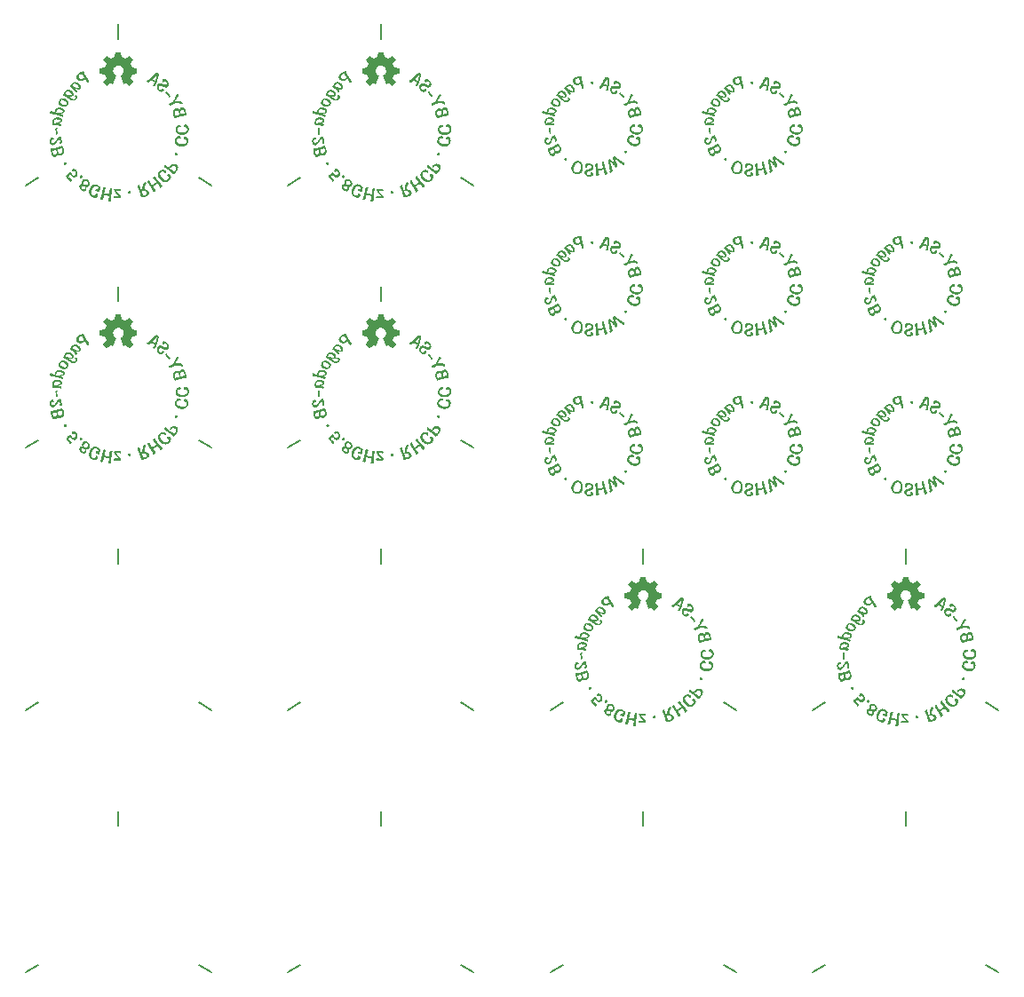
<source format=gbo>
G04 This is an RS-274x file exported by *
G04 gerbv version 2.6.0 *
G04 More information is available about gerbv at *
G04 http://gerbv.gpleda.org/ *
G04 --End of header info--*
%MOIN*%
%FSLAX34Y34*%
%IPPOS*%
G04 --Define apertures--*
%ADD10C,0.0079*%
%ADD11C,0.0000*%
G04 --Start main section--*
G54D10*
G01X0000000Y0004028D02*
G01X0000000Y0003482D01*
G01X-003488Y-002014D02*
G01X-003016Y-001741D01*
G01X0003488Y-002014D02*
G01X0003016Y-001741D01*
G54D11*
G01X0023775Y0029775D02*
G36*
G01X0023378Y0031625D02*
G01X0023367Y0031626D01*
G01X0023356Y0031626D01*
G01X0023344Y0031626D01*
G01X0023333Y0031626D01*
G01X0023322Y0031625D01*
G01X0023310Y0031624D01*
G01X0023299Y0031623D01*
G01X0023288Y0031622D01*
G01X0023276Y0031620D01*
G01X0023265Y0031618D01*
G01X0023254Y0031616D01*
G01X0023243Y0031614D01*
G01X0023231Y0031611D01*
G01X0023220Y0031608D01*
G01X0023209Y0031604D01*
G01X0023198Y0031601D01*
G01X0023187Y0031597D01*
G01X0023177Y0031593D01*
G01X0023167Y0031589D01*
G01X0023157Y0031584D01*
G01X0023148Y0031579D01*
G01X0023139Y0031574D01*
G01X0023131Y0031569D01*
G01X0023123Y0031564D01*
G01X0023115Y0031558D01*
G01X0023107Y0031552D01*
G01X0023100Y0031546D01*
G01X0023094Y0031540D01*
G01X0023087Y0031534D01*
G01X0023081Y0031527D01*
G01X0023076Y0031520D01*
G01X0023071Y0031514D01*
G01X0023066Y0031507D01*
G01X0023062Y0031499D01*
G01X0023059Y0031492D01*
G01X0023056Y0031485D01*
G01X0023054Y0031478D01*
G01X0023052Y0031470D01*
G01X0023051Y0031463D01*
G01X0023051Y0031455D01*
G01X0023051Y0031447D01*
G01X0023051Y0031440D01*
G01X0023053Y0031432D01*
G01X0023054Y0031424D01*
G01X0023057Y0031416D01*
G01X0023059Y0031408D01*
G01X0023063Y0031400D01*
G01X0023066Y0031392D01*
G01X0023070Y0031384D01*
G01X0023075Y0031377D01*
G01X0023079Y0031370D01*
G01X0023084Y0031363D01*
G01X0023090Y0031356D01*
G01X0023095Y0031350D01*
G01X0023101Y0031345D01*
G01X0023107Y0031339D01*
G01X0023113Y0031334D01*
G01X0023120Y0031329D01*
G01X0023127Y0031324D01*
G01X0023134Y0031320D01*
G01X0023141Y0031316D01*
G01X0023149Y0031312D01*
G01X0023157Y0031309D01*
G01X0023165Y0031306D01*
G01X0023173Y0031303D01*
G01X0023181Y0031301D01*
G01X0023189Y0031299D01*
G01X0023197Y0031297D01*
G01X0023205Y0031296D01*
G01X0023213Y0031295D01*
G01X0023221Y0031294D01*
G01X0023229Y0031294D01*
G01X0023236Y0031294D01*
G01X0023244Y0031295D01*
G01X0023252Y0031296D01*
G01X0023260Y0031297D01*
G01X0023268Y0031299D01*
G01X0023276Y0031301D01*
G01X0023284Y0031303D01*
G01X0023290Y0031305D01*
G01X0023295Y0031307D01*
G01X0023300Y0031310D01*
G01X0023304Y0031312D01*
G01X0023308Y0031315D01*
G01X0023312Y0031318D01*
G01X0023315Y0031321D01*
G01X0023317Y0031324D01*
G01X0023319Y0031327D01*
G01X0023321Y0031331D01*
G01X0023322Y0031334D01*
G01X0023323Y0031338D01*
G01X0023323Y0031342D01*
G01X0023323Y0031347D01*
G01X0023322Y0031351D01*
G01X0023321Y0031356D01*
G01X0023321Y0031357D01*
G01X0023320Y0031359D01*
G01X0023320Y0031360D01*
G01X0023319Y0031362D01*
G01X0023318Y0031363D01*
G01X0023318Y0031365D01*
G01X0023317Y0031366D01*
G01X0023316Y0031368D01*
G01X0023316Y0031369D01*
G01X0023315Y0031370D01*
G01X0023314Y0031372D01*
G01X0023313Y0031373D01*
G01X0023312Y0031375D01*
G01X0023311Y0031376D01*
G01X0023310Y0031378D01*
G01X0023309Y0031379D01*
G01X0023307Y0031378D01*
G01X0023305Y0031377D01*
G01X0023303Y0031376D01*
G01X0023301Y0031375D01*
G01X0023299Y0031374D01*
G01X0023297Y0031373D01*
G01X0023295Y0031372D01*
G01X0023294Y0031371D01*
G01X0023292Y0031370D01*
G01X0023290Y0031369D01*
G01X0023288Y0031368D01*
G01X0023286Y0031368D01*
G01X0023284Y0031367D01*
G01X0023282Y0031366D01*
G01X0023281Y0031366D01*
G01X0023279Y0031365D01*
G01X0023273Y0031364D01*
G01X0023268Y0031362D01*
G01X0023263Y0031361D01*
G01X0023257Y0031360D01*
G01X0023252Y0031359D01*
G01X0023247Y0031359D01*
G01X0023242Y0031359D01*
G01X0023238Y0031359D01*
G01X0023233Y0031359D01*
G01X0023228Y0031359D01*
G01X0023224Y0031360D01*
G01X0023220Y0031361D01*
G01X0023215Y0031362D01*
G01X0023211Y0031363D01*
G01X0023207Y0031365D01*
G01X0023203Y0031367D01*
G01X0023199Y0031369D01*
G01X0023195Y0031371D01*
G01X0023191Y0031374D01*
G01X0023188Y0031377D01*
G01X0023185Y0031380D01*
G01X0023181Y0031383D01*
G01X0023178Y0031386D01*
G01X0023175Y0031390D01*
G01X0023172Y0031393D01*
G01X0023169Y0031397D01*
G01X0023166Y0031402D01*
G01X0023164Y0031406D01*
G01X0023161Y0031411D01*
G01X0023159Y0031415D01*
G01X0023157Y0031421D01*
G01X0023155Y0031426D01*
G01X0023153Y0031431D01*
G01X0023151Y0031436D01*
G01X0023150Y0031441D01*
G01X0023149Y0031447D01*
G01X0023148Y0031451D01*
G01X0023147Y0031456D01*
G01X0023147Y0031461D01*
G01X0023147Y0031466D01*
G01X0023147Y0031470D01*
G01X0023148Y0031475D01*
G01X0023149Y0031479D01*
G01X0023150Y0031483D01*
G01X0023151Y0031488D01*
G01X0023153Y0031492D01*
G01X0023155Y0031496D01*
G01X0023157Y0031500D01*
G01X0023160Y0031503D01*
G01X0023162Y0031507D01*
G01X0023165Y0031511D01*
G01X0023169Y0031514D01*
G01X0023172Y0031517D01*
G01X0023176Y0031521D01*
G01X0023180Y0031524D01*
G01X0023184Y0031527D01*
G01X0023188Y0031530D01*
G01X0023193Y0031532D01*
G01X0023198Y0031535D01*
G01X0023203Y0031537D01*
G01X0023208Y0031540D01*
G01X0023214Y0031542D01*
G01X0023219Y0031544D01*
G01X0023226Y0031546D01*
G01X0023229Y0031547D01*
G01X0023232Y0031548D01*
G01X0023235Y0031549D01*
G01X0023239Y0031550D01*
G01X0023243Y0031550D01*
G01X0023246Y0031551D01*
G01X0023250Y0031552D01*
G01X0023254Y0031553D01*
G01X0023258Y0031553D01*
G01X0023262Y0031554D01*
G01X0023266Y0031554D01*
G01X0023271Y0031555D01*
G01X0023275Y0031555D01*
G01X0023280Y0031556D01*
G01X0023284Y0031556D01*
G01X0023289Y0031556D01*
G01X0023293Y0031546D01*
G01X0023296Y0031537D01*
G01X0023299Y0031527D01*
G01X0023302Y0031518D01*
G01X0023306Y0031508D01*
G01X0023309Y0031499D01*
G01X0023311Y0031490D01*
G01X0023314Y0031481D01*
G01X0023317Y0031472D01*
G01X0023320Y0031464D01*
G01X0023322Y0031455D01*
G01X0023325Y0031447D01*
G01X0023327Y0031438D01*
G01X0023329Y0031430D01*
G01X0023331Y0031422D01*
G01X0023334Y0031414D01*
G01X0023339Y0031393D01*
G01X0023345Y0031372D01*
G01X0023350Y0031352D01*
G01X0023355Y0031333D01*
G01X0023359Y0031314D01*
G01X0023363Y0031296D01*
G01X0023367Y0031279D01*
G01X0023371Y0031263D01*
G01X0023374Y0031247D01*
G01X0023377Y0031232D01*
G01X0023380Y0031218D01*
G01X0023383Y0031204D01*
G01X0023385Y0031192D01*
G01X0023387Y0031180D01*
G01X0023389Y0031168D01*
G01X0023390Y0031158D01*
G01X0023393Y0031158D01*
G01X0023395Y0031157D01*
G01X0023398Y0031157D01*
G01X0023400Y0031157D01*
G01X0023403Y0031157D01*
G01X0023405Y0031157D01*
G01X0023408Y0031157D01*
G01X0023410Y0031157D01*
G01X0023413Y0031157D01*
G01X0023415Y0031157D01*
G01X0023418Y0031158D01*
G01X0023420Y0031158D01*
G01X0023423Y0031159D01*
G01X0023425Y0031159D01*
G01X0023428Y0031160D01*
G01X0023430Y0031160D01*
G01X0023433Y0031161D01*
G01X0023435Y0031162D01*
G01X0023438Y0031162D01*
G01X0023440Y0031163D01*
G01X0023442Y0031165D01*
G01X0023444Y0031166D01*
G01X0023446Y0031167D01*
G01X0023448Y0031169D01*
G01X0023450Y0031170D01*
G01X0023452Y0031172D01*
G01X0023454Y0031173D01*
G01X0023456Y0031175D01*
G01X0023458Y0031177D01*
G01X0023459Y0031179D01*
G01X0023461Y0031181D01*
G01X0023462Y0031184D01*
G01X0023464Y0031186D01*
G01X0023465Y0031189D01*
G01X0023466Y0031191D01*
G01X0023467Y0031193D01*
G01X0023468Y0031196D01*
G01X0023469Y0031199D01*
G01X0023469Y0031201D01*
G01X0023470Y0031204D01*
G01X0023470Y0031207D01*
G01X0023471Y0031210D01*
G01X0023471Y0031213D01*
G01X0023471Y0031215D01*
G01X0023470Y0031218D01*
G01X0023470Y0031221D01*
G01X0023470Y0031225D01*
G01X0023469Y0031228D01*
G01X0023468Y0031231D01*
G01X0023467Y0031235D01*
G01X0023466Y0031238D01*
G01X0023465Y0031243D01*
G01X0023464Y0031247D01*
G01X0023463Y0031252D01*
G01X0023462Y0031257D01*
G01X0023460Y0031262D01*
G01X0023459Y0031268D01*
G01X0023457Y0031274D01*
G01X0023455Y0031280D01*
G01X0023453Y0031286D01*
G01X0023451Y0031293D01*
G01X0023449Y0031300D01*
G01X0023447Y0031307D01*
G01X0023444Y0031315D01*
G01X0023442Y0031322D01*
G01X0023439Y0031330D01*
G01X0023437Y0031337D01*
G01X0023435Y0031344D01*
G01X0023433Y0031351D01*
G01X0023431Y0031357D01*
G01X0023429Y0031364D01*
G01X0023427Y0031370D01*
G01X0023425Y0031376D01*
G01X0023424Y0031382D01*
G01X0023422Y0031388D01*
G01X0023421Y0031394D01*
G01X0023419Y0031399D01*
G01X0023418Y0031404D01*
G01X0023417Y0031409D01*
G01X0023416Y0031414D01*
G01X0023413Y0031428D01*
G01X0023410Y0031443D01*
G01X0023407Y0031457D01*
G01X0023404Y0031471D01*
G01X0023402Y0031484D01*
G01X0023400Y0031498D01*
G01X0023398Y0031511D01*
G01X0023396Y0031524D01*
G01X0023395Y0031538D01*
G01X0023393Y0031550D01*
G01X0023392Y0031563D01*
G01X0023391Y0031576D01*
G01X0023390Y0031588D01*
G01X0023390Y0031600D01*
G01X0023389Y0031612D01*
G01X0023389Y0031624D01*
G01X0023378Y0031625D01*
G37*
G36*
G01X0023378Y0031625D02*
G37*
G36*
G01X0022738Y0031170D02*
G01X0022746Y0031164D01*
G01X0022753Y0031157D01*
G01X0022761Y0031150D01*
G01X0022768Y0031143D01*
G01X0022775Y0031136D01*
G01X0022782Y0031129D01*
G01X0022789Y0031122D01*
G01X0022795Y0031115D01*
G01X0022802Y0031108D01*
G01X0022808Y0031100D01*
G01X0022814Y0031092D01*
G01X0022821Y0031085D01*
G01X0022827Y0031077D01*
G01X0022833Y0031069D01*
G01X0022838Y0031061D01*
G01X0022844Y0031053D01*
G01X0022850Y0031045D01*
G01X0022855Y0031037D01*
G01X0022861Y0031029D01*
G01X0022866Y0031021D01*
G01X0022871Y0031013D01*
G01X0022876Y0031004D01*
G01X0022881Y0030996D01*
G01X0022886Y0030987D01*
G01X0022891Y0030979D01*
G01X0022896Y0030970D01*
G01X0022900Y0030962D01*
G01X0022905Y0030953D01*
G01X0022909Y0030944D01*
G01X0022914Y0030935D01*
G01X0022918Y0030927D01*
G01X0022921Y0030927D01*
G01X0022923Y0030928D01*
G01X0022926Y0030929D01*
G01X0022928Y0030930D01*
G01X0022931Y0030931D01*
G01X0022934Y0030932D01*
G01X0022936Y0030933D01*
G01X0022939Y0030934D01*
G01X0022941Y0030935D01*
G01X0022944Y0030937D01*
G01X0022946Y0030938D01*
G01X0022948Y0030939D01*
G01X0022951Y0030941D01*
G01X0022953Y0030942D01*
G01X0022955Y0030944D01*
G01X0022958Y0030945D01*
G01X0022960Y0030947D01*
G01X0022962Y0030948D01*
G01X0022964Y0030950D01*
G01X0022965Y0030952D01*
G01X0022967Y0030953D01*
G01X0022968Y0030955D01*
G01X0022970Y0030957D01*
G01X0022971Y0030959D01*
G01X0022972Y0030961D01*
G01X0022973Y0030963D01*
G01X0022973Y0030965D01*
G01X0022974Y0030967D01*
G01X0022974Y0030969D01*
G01X0022975Y0030971D01*
G01X0022975Y0030973D01*
G01X0022975Y0030975D01*
G01X0022974Y0030977D01*
G01X0022974Y0030980D01*
G01X0022974Y0030982D01*
G01X0022973Y0030984D01*
G01X0022972Y0030987D01*
G01X0022972Y0030989D01*
G01X0022971Y0030992D01*
G01X0022970Y0030995D01*
G01X0022969Y0030997D01*
G01X0022967Y0031000D01*
G01X0022966Y0031003D01*
G01X0022965Y0031005D01*
G01X0022963Y0031008D01*
G01X0022961Y0031011D01*
G01X0022959Y0031014D01*
G01X0022958Y0031017D01*
G01X0022955Y0031020D01*
G01X0022953Y0031023D01*
G01X0022951Y0031027D01*
G01X0022948Y0031030D01*
G01X0022946Y0031034D01*
G01X0022943Y0031037D01*
G01X0022940Y0031041D01*
G01X0022937Y0031045D01*
G01X0022934Y0031049D01*
G01X0022930Y0031053D01*
G01X0022927Y0031057D01*
G01X0022923Y0031061D01*
G01X0022919Y0031065D01*
G01X0022915Y0031070D01*
G01X0022911Y0031074D01*
G01X0022907Y0031079D01*
G01X0022919Y0031071D01*
G01X0022930Y0031064D01*
G01X0022941Y0031058D01*
G01X0022951Y0031052D01*
G01X0022961Y0031046D01*
G01X0022971Y0031041D01*
G01X0022980Y0031036D01*
G01X0022989Y0031031D01*
G01X0022998Y0031027D01*
G01X0023006Y0031024D01*
G01X0023014Y0031021D01*
G01X0023021Y0031018D01*
G01X0023028Y0031016D01*
G01X0023035Y0031014D01*
G01X0023041Y0031013D01*
G01X0023047Y0031012D01*
G01X0023050Y0031012D01*
G01X0023053Y0031012D01*
G01X0023055Y0031012D01*
G01X0023058Y0031012D01*
G01X0023060Y0031012D01*
G01X0023063Y0031013D01*
G01X0023065Y0031013D01*
G01X0023067Y0031013D01*
G01X0023070Y0031014D01*
G01X0023072Y0031014D01*
G01X0023074Y0031015D01*
G01X0023076Y0031016D01*
G01X0023078Y0031017D01*
G01X0023081Y0031018D01*
G01X0023083Y0031019D01*
G01X0023085Y0031020D01*
G01X0023089Y0031022D01*
G01X0023094Y0031025D01*
G01X0023098Y0031028D01*
G01X0023102Y0031032D01*
G01X0023105Y0031035D01*
G01X0023109Y0031039D01*
G01X0023112Y0031043D01*
G01X0023115Y0031047D01*
G01X0023117Y0031051D01*
G01X0023120Y0031055D01*
G01X0023122Y0031060D01*
G01X0023124Y0031065D01*
G01X0023125Y0031070D01*
G01X0023126Y0031075D01*
G01X0023127Y0031080D01*
G01X0023128Y0031086D01*
G01X0023129Y0031092D01*
G01X0023129Y0031097D01*
G01X0023129Y0031103D01*
G01X0023129Y0031109D01*
G01X0023129Y0031115D01*
G01X0023128Y0031121D01*
G01X0023128Y0031127D01*
G01X0023126Y0031133D01*
G01X0023125Y0031139D01*
G01X0023124Y0031145D01*
G01X0023122Y0031151D01*
G01X0023120Y0031158D01*
G01X0023118Y0031164D01*
G01X0023115Y0031170D01*
G01X0023113Y0031177D01*
G01X0023110Y0031183D01*
G01X0023105Y0031193D01*
G01X0023100Y0031202D01*
G01X0023095Y0031211D01*
G01X0023089Y0031220D01*
G01X0023083Y0031229D01*
G01X0023077Y0031237D01*
G01X0023071Y0031245D01*
G01X0023064Y0031252D01*
G01X0023057Y0031259D01*
G01X0023050Y0031266D01*
G01X0023042Y0031273D01*
G01X0023035Y0031279D01*
G01X0023026Y0031285D01*
G01X0023018Y0031290D01*
G01X0023009Y0031295D01*
G01X0023000Y0031300D01*
G01X0022991Y0031304D01*
G01X0022982Y0031308D01*
G01X0022972Y0031311D01*
G01X0022963Y0031313D01*
G01X0022954Y0031315D01*
G01X0022945Y0031316D01*
G01X0022935Y0031316D01*
G01X0022926Y0031316D01*
G01X0022917Y0031316D01*
G01X0022908Y0031314D01*
G01X0022899Y0031312D01*
G01X0022890Y0031310D01*
G01X0022881Y0031307D01*
G01X0022872Y0031303D01*
G01X0022863Y0031299D01*
G01X0022854Y0031294D01*
G01X0022845Y0031288D01*
G01X0022837Y0031282D01*
G01X0022828Y0031276D01*
G01X0022820Y0031270D01*
G01X0022812Y0031264D01*
G01X0022803Y0031257D01*
G01X0022795Y0031250D01*
G01X0022788Y0031243D01*
G01X0022780Y0031236D01*
G01X0022772Y0031228D01*
G01X0022765Y0031220D01*
G01X0022758Y0031212D01*
G01X0022751Y0031203D01*
G01X0022744Y0031195D01*
G01X0022737Y0031186D01*
G01X0022731Y0031177D01*
G01X0022738Y0031170D01*
G37*
G36*
G01X0022738Y0031170D02*
G37*
G36*
G01X0022861Y0030721D02*
G01X0022857Y0030718D01*
G01X0022854Y0030716D01*
G01X0022851Y0030714D01*
G01X0022847Y0030712D01*
G01X0022844Y0030710D01*
G01X0022840Y0030709D01*
G01X0022837Y0030708D01*
G01X0022833Y0030707D01*
G01X0022829Y0030706D01*
G01X0022825Y0030706D01*
G01X0022821Y0030705D01*
G01X0022817Y0030705D01*
G01X0022813Y0030706D01*
G01X0022809Y0030706D01*
G01X0022804Y0030707D01*
G01X0022800Y0030708D01*
G01X0022795Y0030709D01*
G01X0022791Y0030710D01*
G01X0022787Y0030712D01*
G01X0022782Y0030713D01*
G01X0022778Y0030715D01*
G01X0022773Y0030717D01*
G01X0022769Y0030719D01*
G01X0022765Y0030722D01*
G01X0022760Y0030725D01*
G01X0022756Y0030727D01*
G01X0022752Y0030731D01*
G01X0022747Y0030734D01*
G01X0022743Y0030737D01*
G01X0022739Y0030741D01*
G01X0022734Y0030745D01*
G01X0022732Y0030747D01*
G01X0022730Y0030749D01*
G01X0022727Y0030751D01*
G01X0022725Y0030754D01*
G01X0022722Y0030756D01*
G01X0022720Y0030759D01*
G01X0022717Y0030762D01*
G01X0022714Y0030765D01*
G01X0022711Y0030768D01*
G01X0022708Y0030771D01*
G01X0022705Y0030774D01*
G01X0022701Y0030778D01*
G01X0022698Y0030781D01*
G01X0022694Y0030785D01*
G01X0022691Y0030789D01*
G01X0022687Y0030793D01*
G01X0022683Y0030797D01*
G01X0022680Y0030801D01*
G01X0022676Y0030804D01*
G01X0022673Y0030808D01*
G01X0022670Y0030811D01*
G01X0022666Y0030814D01*
G01X0022664Y0030817D01*
G01X0022661Y0030820D01*
G01X0022658Y0030823D01*
G01X0022656Y0030826D01*
G01X0022653Y0030828D01*
G01X0022651Y0030831D01*
G01X0022649Y0030833D01*
G01X0022647Y0030835D01*
G01X0022645Y0030837D01*
G01X0022643Y0030838D01*
G01X0022655Y0030835D01*
G01X0022666Y0030832D01*
G01X0022676Y0030830D01*
G01X0022686Y0030827D01*
G01X0022695Y0030825D01*
G01X0022704Y0030823D01*
G01X0022713Y0030822D01*
G01X0022721Y0030821D01*
G01X0022729Y0030819D01*
G01X0022736Y0030819D01*
G01X0022743Y0030818D01*
G01X0022749Y0030818D01*
G01X0022755Y0030818D01*
G01X0022761Y0030818D01*
G01X0022766Y0030819D01*
G01X0022770Y0030819D01*
G01X0022773Y0030820D01*
G01X0022775Y0030821D01*
G01X0022777Y0030821D01*
G01X0022779Y0030822D01*
G01X0022781Y0030823D01*
G01X0022783Y0030824D01*
G01X0022785Y0030824D01*
G01X0022787Y0030825D01*
G01X0022789Y0030826D01*
G01X0022791Y0030828D01*
G01X0022793Y0030829D01*
G01X0022794Y0030830D01*
G01X0022796Y0030831D01*
G01X0022798Y0030833D01*
G01X0022800Y0030834D01*
G01X0022801Y0030835D01*
G01X0022805Y0030839D01*
G01X0022809Y0030843D01*
G01X0022812Y0030847D01*
G01X0022815Y0030851D01*
G01X0022818Y0030855D01*
G01X0022820Y0030860D01*
G01X0022822Y0030864D01*
G01X0022824Y0030869D01*
G01X0022825Y0030874D01*
G01X0022826Y0030879D01*
G01X0022827Y0030884D01*
G01X0022828Y0030889D01*
G01X0022828Y0030894D01*
G01X0022828Y0030900D01*
G01X0022827Y0030905D01*
G01X0022827Y0030911D01*
G01X0022826Y0030917D01*
G01X0022825Y0030923D01*
G01X0022823Y0030928D01*
G01X0022822Y0030934D01*
G01X0022820Y0030940D01*
G01X0022818Y0030946D01*
G01X0022815Y0030952D01*
G01X0022813Y0030957D01*
G01X0022810Y0030963D01*
G01X0022807Y0030969D01*
G01X0022804Y0030975D01*
G01X0022800Y0030980D01*
G01X0022797Y0030986D01*
G01X0022793Y0030992D01*
G01X0022789Y0030997D01*
G01X0022784Y0031003D01*
G01X0022778Y0031011D01*
G01X0022771Y0031018D01*
G01X0022765Y0031024D01*
G01X0022758Y0031031D01*
G01X0022751Y0031037D01*
G01X0022743Y0031043D01*
G01X0022736Y0031048D01*
G01X0022728Y0031053D01*
G01X0022720Y0031058D01*
G01X0022712Y0031062D01*
G01X0022704Y0031066D01*
G01X0022695Y0031069D01*
G01X0022686Y0031072D01*
G01X0022677Y0031075D01*
G01X0022668Y0031077D01*
G01X0022658Y0031078D01*
G01X0022649Y0031080D01*
G01X0022639Y0031080D01*
G01X0022630Y0031081D01*
G01X0022621Y0031080D01*
G01X0022611Y0031079D01*
G01X0022602Y0031078D01*
G01X0022594Y0031076D01*
G01X0022585Y0031073D01*
G01X0022576Y0031070D01*
G01X0022568Y0031067D01*
G01X0022560Y0031062D01*
G01X0022552Y0031058D01*
G01X0022544Y0031052D01*
G01X0022536Y0031047D01*
G01X0022529Y0031040D01*
G01X0022522Y0031033D01*
G01X0022515Y0031026D01*
G01X0022508Y0031019D01*
G01X0022501Y0031011D01*
G01X0022495Y0031003D01*
G01X0022488Y0030996D01*
G01X0022482Y0030987D01*
G01X0022476Y0030979D01*
G01X0022471Y0030970D01*
G01X0022465Y0030962D01*
G01X0022460Y0030953D01*
G01X0022455Y0030944D01*
G01X0022450Y0030935D01*
G01X0022445Y0030925D01*
G01X0022440Y0030916D01*
G01X0022436Y0030906D01*
G01X0022432Y0030896D01*
G01X0022441Y0030892D01*
G01X0022449Y0030888D01*
G01X0022458Y0030884D01*
G01X0022466Y0030880D01*
G01X0022474Y0030876D01*
G01X0022482Y0030871D01*
G01X0022490Y0030866D01*
G01X0022497Y0030862D01*
G01X0022505Y0030857D01*
G01X0022512Y0030852D01*
G01X0022520Y0030847D01*
G01X0022527Y0030842D01*
G01X0022534Y0030836D01*
G01X0022541Y0030831D01*
G01X0022548Y0030825D01*
G01X0022554Y0030820D01*
G01X0022558Y0030817D01*
G01X0022561Y0030814D01*
G01X0022564Y0030811D01*
G01X0022568Y0030808D01*
G01X0022571Y0030805D01*
G01X0022575Y0030801D01*
G01X0022578Y0030798D01*
G01X0022582Y0030794D01*
G01X0022586Y0030791D01*
G01X0022590Y0030787D01*
G01X0022594Y0030783D01*
G01X0022598Y0030779D01*
G01X0022602Y0030775D01*
G01X0022606Y0030771D01*
G01X0022610Y0030767D01*
G01X0022615Y0030762D01*
G01X0022619Y0030758D01*
G01X0022623Y0030754D01*
G01X0022627Y0030750D01*
G01X0022631Y0030746D01*
G01X0022635Y0030742D01*
G01X0022638Y0030739D01*
G01X0022642Y0030735D01*
G01X0022645Y0030732D01*
G01X0022649Y0030729D01*
G01X0022652Y0030726D01*
G01X0022655Y0030723D01*
G01X0022657Y0030721D01*
G01X0022660Y0030718D01*
G01X0022663Y0030716D01*
G01X0022665Y0030714D01*
G01X0022668Y0030712D01*
G01X0022676Y0030705D01*
G01X0022684Y0030699D01*
G01X0022692Y0030693D01*
G01X0022700Y0030688D01*
G01X0022708Y0030683D01*
G01X0022717Y0030679D01*
G01X0022725Y0030674D01*
G01X0022733Y0030671D01*
G01X0022741Y0030667D01*
G01X0022750Y0030664D01*
G01X0022758Y0030662D01*
G01X0022767Y0030659D01*
G01X0022775Y0030657D01*
G01X0022784Y0030656D01*
G01X0022792Y0030655D01*
G01X0022801Y0030654D01*
G01X0022809Y0030653D01*
G01X0022818Y0030653D01*
G01X0022826Y0030653D01*
G01X0022833Y0030654D01*
G01X0022841Y0030655D01*
G01X0022849Y0030656D01*
G01X0022856Y0030658D01*
G01X0022863Y0030660D01*
G01X0022870Y0030662D01*
G01X0022876Y0030665D01*
G01X0022883Y0030668D01*
G01X0022889Y0030672D01*
G01X0022895Y0030676D01*
G01X0022901Y0030680D01*
G01X0022907Y0030685D01*
G01X0022913Y0030690D01*
G01X0022916Y0030693D01*
G01X0022920Y0030696D01*
G01X0022923Y0030700D01*
G01X0022925Y0030703D01*
G01X0022928Y0030706D01*
G01X0022931Y0030710D01*
G01X0022933Y0030713D01*
G01X0022935Y0030717D01*
G01X0022937Y0030720D01*
G01X0022939Y0030724D01*
G01X0022941Y0030727D01*
G01X0022943Y0030731D01*
G01X0022944Y0030735D01*
G01X0022946Y0030739D01*
G01X0022947Y0030743D01*
G01X0022948Y0030747D01*
G01X0022949Y0030750D01*
G01X0022950Y0030754D01*
G01X0022950Y0030758D01*
G01X0022950Y0030762D01*
G01X0022950Y0030766D01*
G01X0022950Y0030770D01*
G01X0022949Y0030774D01*
G01X0022948Y0030778D01*
G01X0022947Y0030782D01*
G01X0022946Y0030786D01*
G01X0022944Y0030790D01*
G01X0022942Y0030793D01*
G01X0022940Y0030797D01*
G01X0022938Y0030801D01*
G01X0022935Y0030805D01*
G01X0022932Y0030809D01*
G01X0022930Y0030811D01*
G01X0022928Y0030813D01*
G01X0022926Y0030815D01*
G01X0022924Y0030817D01*
G01X0022921Y0030819D01*
G01X0022919Y0030821D01*
G01X0022917Y0030822D01*
G01X0022915Y0030824D01*
G01X0022912Y0030825D01*
G01X0022910Y0030827D01*
G01X0022907Y0030828D01*
G01X0022905Y0030829D01*
G01X0022902Y0030830D01*
G01X0022899Y0030830D01*
G01X0022897Y0030831D01*
G01X0022894Y0030831D01*
G01X0022891Y0030832D01*
G01X0022888Y0030832D01*
G01X0022886Y0030832D01*
G01X0022883Y0030832D01*
G01X0022880Y0030832D01*
G01X0022878Y0030831D01*
G01X0022875Y0030831D01*
G01X0022873Y0030830D01*
G01X0022871Y0030830D01*
G01X0022868Y0030829D01*
G01X0022866Y0030828D01*
G01X0022864Y0030827D01*
G01X0022862Y0030825D01*
G01X0022859Y0030824D01*
G01X0022857Y0030822D01*
G01X0022855Y0030821D01*
G01X0022855Y0030820D01*
G01X0022855Y0030820D01*
G01X0022854Y0030820D01*
G01X0022854Y0030819D01*
G01X0022853Y0030819D01*
G01X0022853Y0030818D01*
G01X0022852Y0030818D01*
G01X0022852Y0030817D01*
G01X0022851Y0030817D01*
G01X0022851Y0030816D01*
G01X0022850Y0030816D01*
G01X0022850Y0030815D01*
G01X0022849Y0030814D01*
G01X0022849Y0030814D01*
G01X0022848Y0030813D01*
G01X0022848Y0030812D01*
G01X0022849Y0030812D01*
G01X0022850Y0030811D01*
G01X0022850Y0030810D01*
G01X0022851Y0030810D01*
G01X0022852Y0030809D01*
G01X0022853Y0030808D01*
G01X0022854Y0030808D01*
G01X0022854Y0030807D01*
G01X0022855Y0030806D01*
G01X0022856Y0030806D01*
G01X0022856Y0030805D01*
G01X0022857Y0030804D01*
G01X0022858Y0030804D01*
G01X0022858Y0030803D01*
G01X0022859Y0030802D01*
G01X0022860Y0030802D01*
G01X0022861Y0030799D01*
G01X0022863Y0030797D01*
G01X0022865Y0030795D01*
G01X0022867Y0030792D01*
G01X0022868Y0030790D01*
G01X0022870Y0030787D01*
G01X0022871Y0030785D01*
G01X0022872Y0030782D01*
G01X0022873Y0030780D01*
G01X0022874Y0030777D01*
G01X0022875Y0030774D01*
G01X0022875Y0030772D01*
G01X0022876Y0030769D01*
G01X0022876Y0030766D01*
G01X0022877Y0030763D01*
G01X0022877Y0030760D01*
G01X0022877Y0030758D01*
G01X0022877Y0030755D01*
G01X0022877Y0030752D01*
G01X0022876Y0030750D01*
G01X0022876Y0030747D01*
G01X0022875Y0030745D01*
G01X0022875Y0030742D01*
G01X0022874Y0030740D01*
G01X0022873Y0030738D01*
G01X0022872Y0030735D01*
G01X0022871Y0030733D01*
G01X0022870Y0030731D01*
G01X0022868Y0030729D01*
G01X0022867Y0030727D01*
G01X0022865Y0030726D01*
G01X0022864Y0030724D01*
G01X0022861Y0030721D01*
G37*
G36*
G01X0022861Y0030721D02*
G37*
G36*
G01X0022586Y0030550D02*
G01X0022590Y0030557D01*
G01X0022593Y0030563D01*
G01X0022596Y0030570D01*
G01X0022599Y0030576D01*
G01X0022601Y0030583D01*
G01X0022602Y0030589D01*
G01X0022604Y0030596D01*
G01X0022605Y0030602D01*
G01X0022605Y0030609D01*
G01X0022605Y0030615D01*
G01X0022605Y0030621D01*
G01X0022604Y0030628D01*
G01X0022603Y0030634D01*
G01X0022602Y0030640D01*
G01X0022600Y0030647D01*
G01X0022598Y0030653D01*
G01X0022595Y0030660D01*
G01X0022592Y0030666D01*
G01X0022589Y0030672D01*
G01X0022585Y0030679D01*
G01X0022581Y0030685D01*
G01X0022577Y0030691D01*
G01X0022572Y0030697D01*
G01X0022567Y0030704D01*
G01X0022562Y0030710D01*
G01X0022556Y0030716D01*
G01X0022550Y0030722D01*
G01X0022543Y0030728D01*
G01X0022537Y0030734D01*
G01X0022529Y0030741D01*
G01X0022522Y0030747D01*
G01X0022514Y0030752D01*
G01X0022506Y0030758D01*
G01X0022498Y0030763D01*
G01X0022490Y0030768D01*
G01X0022482Y0030772D01*
G01X0022474Y0030776D01*
G01X0022465Y0030779D01*
G01X0022457Y0030782D01*
G01X0022448Y0030785D01*
G01X0022439Y0030787D01*
G01X0022431Y0030789D01*
G01X0022422Y0030790D01*
G01X0022413Y0030791D01*
G01X0022403Y0030792D01*
G01X0022394Y0030792D01*
G01X0022385Y0030792D01*
G01X0022375Y0030791D01*
G01X0022366Y0030789D01*
G01X0022358Y0030788D01*
G01X0022349Y0030785D01*
G01X0022341Y0030782D01*
G01X0022333Y0030779D01*
G01X0022325Y0030775D01*
G01X0022317Y0030771D01*
G01X0022310Y0030766D01*
G01X0022303Y0030761D01*
G01X0022296Y0030755D01*
G01X0022289Y0030749D01*
G01X0022283Y0030742D01*
G01X0022277Y0030735D01*
G01X0022271Y0030728D01*
G01X0022266Y0030720D01*
G01X0022256Y0030703D01*
G01X0022249Y0030686D01*
G01X0022243Y0030670D01*
G01X0022239Y0030654D01*
G01X0022237Y0030639D01*
G01X0022237Y0030624D01*
G01X0022239Y0030609D01*
G01X0022243Y0030595D01*
G01X0022249Y0030582D01*
G01X0022256Y0030569D01*
G01X0022266Y0030557D01*
G01X0022277Y0030545D01*
G01X0022290Y0030534D01*
G01X0022304Y0030523D01*
G01X0022321Y0030512D01*
G01X0022339Y0030503D01*
G01X0022348Y0030498D01*
G01X0022357Y0030494D01*
G01X0022366Y0030491D01*
G01X0022374Y0030488D01*
G01X0022383Y0030485D01*
G01X0022392Y0030483D01*
G01X0022401Y0030481D01*
G01X0022410Y0030479D01*
G01X0022419Y0030478D01*
G01X0022427Y0030477D01*
G01X0022436Y0030477D01*
G01X0022445Y0030477D01*
G01X0022454Y0030477D01*
G01X0022462Y0030478D01*
G01X0022471Y0030479D01*
G01X0022480Y0030480D01*
G01X0022488Y0030481D01*
G01X0022496Y0030483D01*
G01X0022504Y0030485D01*
G01X0022512Y0030488D01*
G01X0022519Y0030491D01*
G01X0022526Y0030494D01*
G01X0022533Y0030497D01*
G01X0022540Y0030501D01*
G01X0022546Y0030505D01*
G01X0022552Y0030510D01*
G01X0022557Y0030515D01*
G01X0022563Y0030520D01*
G01X0022568Y0030525D01*
G01X0022573Y0030531D01*
G01X0022578Y0030537D01*
G01X0022582Y0030544D01*
G01X0022586Y0030550D01*
G37*
G36*
G01X0022586Y0030550D02*
G37*
G36*
G01X0021927Y0030335D02*
G01X0021925Y0030333D01*
G01X0021924Y0030330D01*
G01X0021922Y0030327D01*
G01X0021920Y0030324D01*
G01X0021919Y0030321D01*
G01X0021917Y0030318D01*
G01X0021916Y0030315D01*
G01X0021914Y0030312D01*
G01X0021913Y0030309D01*
G01X0021912Y0030306D01*
G01X0021911Y0030303D01*
G01X0021910Y0030300D01*
G01X0021909Y0030297D01*
G01X0021908Y0030294D01*
G01X0021907Y0030290D01*
G01X0021906Y0030287D01*
G01X0021905Y0030284D01*
G01X0021905Y0030281D01*
G01X0021904Y0030278D01*
G01X0021904Y0030275D01*
G01X0021904Y0030272D01*
G01X0021904Y0030269D01*
G01X0021904Y0030266D01*
G01X0021904Y0030263D01*
G01X0021905Y0030260D01*
G01X0021905Y0030257D01*
G01X0021906Y0030255D01*
G01X0021907Y0030252D01*
G01X0021908Y0030249D01*
G01X0021909Y0030247D01*
G01X0021910Y0030244D01*
G01X0021912Y0030241D01*
G01X0021913Y0030239D01*
G01X0021915Y0030237D01*
G01X0021916Y0030235D01*
G01X0021918Y0030233D01*
G01X0021920Y0030231D01*
G01X0021922Y0030229D01*
G01X0021924Y0030227D01*
G01X0021926Y0030226D01*
G01X0021928Y0030224D01*
G01X0021930Y0030223D01*
G01X0021933Y0030222D01*
G01X0021935Y0030221D01*
G01X0021938Y0030220D01*
G01X0021940Y0030219D01*
G01X0021943Y0030218D01*
G01X0021946Y0030218D01*
G01X0021950Y0030217D01*
G01X0021954Y0030216D01*
G01X0021958Y0030215D01*
G01X0021963Y0030214D01*
G01X0021969Y0030213D01*
G01X0021974Y0030212D01*
G01X0021981Y0030211D01*
G01X0021988Y0030210D01*
G01X0021995Y0030209D01*
G01X0022003Y0030207D01*
G01X0022011Y0030206D01*
G01X0022020Y0030205D01*
G01X0022029Y0030203D01*
G01X0022039Y0030202D01*
G01X0022049Y0030200D01*
G01X0022060Y0030198D01*
G01X0022070Y0030197D01*
G01X0022081Y0030195D01*
G01X0022091Y0030193D01*
G01X0022102Y0030191D01*
G01X0022112Y0030189D01*
G01X0022122Y0030187D01*
G01X0022132Y0030185D01*
G01X0022143Y0030183D01*
G01X0022153Y0030181D01*
G01X0022163Y0030178D01*
G01X0022173Y0030176D01*
G01X0022183Y0030174D01*
G01X0022193Y0030171D01*
G01X0022203Y0030169D01*
G01X0022213Y0030166D01*
G01X0022223Y0030164D01*
G01X0022233Y0030161D01*
G01X0022243Y0030158D01*
G01X0022253Y0030155D01*
G01X0022263Y0030152D01*
G01X0022274Y0030149D01*
G01X0022284Y0030146D01*
G01X0022294Y0030142D01*
G01X0022305Y0030139D01*
G01X0022315Y0030135D01*
G01X0022326Y0030131D01*
G01X0022336Y0030127D01*
G01X0022347Y0030123D01*
G01X0022358Y0030119D01*
G01X0022368Y0030115D01*
G01X0022379Y0030110D01*
G01X0022381Y0030113D01*
G01X0022382Y0030115D01*
G01X0022384Y0030117D01*
G01X0022385Y0030120D01*
G01X0022387Y0030122D01*
G01X0022388Y0030125D01*
G01X0022389Y0030127D01*
G01X0022390Y0030130D01*
G01X0022391Y0030132D01*
G01X0022393Y0030135D01*
G01X0022394Y0030137D01*
G01X0022395Y0030140D01*
G01X0022395Y0030143D01*
G01X0022396Y0030145D01*
G01X0022397Y0030148D01*
G01X0022398Y0030151D01*
G01X0022399Y0030155D01*
G01X0022399Y0030160D01*
G01X0022399Y0030164D01*
G01X0022399Y0030168D01*
G01X0022397Y0030172D01*
G01X0022396Y0030176D01*
G01X0022393Y0030179D01*
G01X0022391Y0030183D01*
G01X0022387Y0030186D01*
G01X0022383Y0030189D01*
G01X0022379Y0030192D01*
G01X0022374Y0030195D01*
G01X0022368Y0030198D01*
G01X0022362Y0030201D01*
G01X0022355Y0030203D01*
G01X0022348Y0030206D01*
G01X0022345Y0030207D01*
G01X0022342Y0030207D01*
G01X0022339Y0030208D01*
G01X0022336Y0030209D01*
G01X0022332Y0030210D01*
G01X0022328Y0030211D01*
G01X0022324Y0030211D01*
G01X0022319Y0030212D01*
G01X0022314Y0030213D01*
G01X0022309Y0030214D01*
G01X0022304Y0030215D01*
G01X0022298Y0030216D01*
G01X0022292Y0030217D01*
G01X0022286Y0030218D01*
G01X0022280Y0030219D01*
G01X0022273Y0030220D01*
G01X0022281Y0030221D01*
G01X0022289Y0030222D01*
G01X0022297Y0030223D01*
G01X0022304Y0030224D01*
G01X0022311Y0030225D01*
G01X0022318Y0030226D01*
G01X0022325Y0030227D01*
G01X0022331Y0030228D01*
G01X0022337Y0030229D01*
G01X0022343Y0030230D01*
G01X0022348Y0030231D01*
G01X0022354Y0030232D01*
G01X0022359Y0030233D01*
G01X0022364Y0030235D01*
G01X0022368Y0030236D01*
G01X0022373Y0030237D01*
G01X0022377Y0030238D01*
G01X0022381Y0030239D01*
G01X0022385Y0030241D01*
G01X0022389Y0030242D01*
G01X0022392Y0030243D01*
G01X0022396Y0030244D01*
G01X0022399Y0030246D01*
G01X0022402Y0030247D01*
G01X0022406Y0030248D01*
G01X0022409Y0030250D01*
G01X0022411Y0030251D01*
G01X0022414Y0030253D01*
G01X0022417Y0030254D01*
G01X0022419Y0030256D01*
G01X0022422Y0030257D01*
G01X0022424Y0030259D01*
G01X0022426Y0030260D01*
G01X0022428Y0030262D01*
G01X0022430Y0030264D01*
G01X0022432Y0030266D01*
G01X0022434Y0030267D01*
G01X0022435Y0030269D01*
G01X0022437Y0030271D01*
G01X0022439Y0030273D01*
G01X0022440Y0030275D01*
G01X0022441Y0030277D01*
G01X0022443Y0030279D01*
G01X0022444Y0030281D01*
G01X0022445Y0030283D01*
G01X0022446Y0030285D01*
G01X0022447Y0030288D01*
G01X0022448Y0030290D01*
G01X0022450Y0030295D01*
G01X0022451Y0030300D01*
G01X0022453Y0030305D01*
G01X0022454Y0030310D01*
G01X0022454Y0030315D01*
G01X0022454Y0030320D01*
G01X0022454Y0030325D01*
G01X0022454Y0030330D01*
G01X0022453Y0030334D01*
G01X0022452Y0030339D01*
G01X0022451Y0030344D01*
G01X0022449Y0030349D01*
G01X0022447Y0030353D01*
G01X0022445Y0030358D01*
G01X0022442Y0030363D01*
G01X0022439Y0030368D01*
G01X0022436Y0030372D01*
G01X0022432Y0030377D01*
G01X0022429Y0030381D01*
G01X0022425Y0030386D01*
G01X0022421Y0030390D01*
G01X0022417Y0030394D01*
G01X0022412Y0030398D01*
G01X0022408Y0030402D01*
G01X0022403Y0030406D01*
G01X0022398Y0030409D01*
G01X0022393Y0030413D01*
G01X0022387Y0030416D01*
G01X0022382Y0030420D01*
G01X0022376Y0030423D01*
G01X0022370Y0030426D01*
G01X0022364Y0030429D01*
G01X0022357Y0030432D01*
G01X0022351Y0030435D01*
G01X0022345Y0030437D01*
G01X0022338Y0030440D01*
G01X0022332Y0030442D01*
G01X0022326Y0030444D01*
G01X0022319Y0030446D01*
G01X0022313Y0030447D01*
G01X0022306Y0030449D01*
G01X0022300Y0030450D01*
G01X0022293Y0030452D01*
G01X0022286Y0030453D01*
G01X0022280Y0030454D01*
G01X0022273Y0030454D01*
G01X0022267Y0030455D01*
G01X0022260Y0030455D01*
G01X0022253Y0030455D01*
G01X0022247Y0030455D01*
G01X0022240Y0030455D01*
G01X0022234Y0030454D01*
G01X0022227Y0030454D01*
G01X0022221Y0030453D01*
G01X0022215Y0030452D01*
G01X0022208Y0030450D01*
G01X0022202Y0030449D01*
G01X0022196Y0030447D01*
G01X0022190Y0030445D01*
G01X0022184Y0030442D01*
G01X0022178Y0030440D01*
G01X0022172Y0030437D01*
G01X0022166Y0030434D01*
G01X0022160Y0030431D01*
G01X0022154Y0030427D01*
G01X0022149Y0030424D01*
G01X0022144Y0030420D01*
G01X0022139Y0030416D01*
G01X0022134Y0030412D01*
G01X0022129Y0030408D01*
G01X0022125Y0030404D01*
G01X0022121Y0030399D01*
G01X0022117Y0030394D01*
G01X0022114Y0030390D01*
G01X0022110Y0030385D01*
G01X0022107Y0030380D01*
G01X0022104Y0030374D01*
G01X0022102Y0030369D01*
G01X0022099Y0030363D01*
G01X0022097Y0030358D01*
G01X0022095Y0030352D01*
G01X0022094Y0030346D01*
G01X0022092Y0030341D01*
G01X0022090Y0030335D01*
G01X0022089Y0030330D01*
G01X0022088Y0030324D01*
G01X0022087Y0030319D01*
G01X0022086Y0030314D01*
G01X0022085Y0030309D01*
G01X0022084Y0030304D01*
G01X0022084Y0030299D01*
G01X0022084Y0030294D01*
G01X0022083Y0030289D01*
G01X0022083Y0030284D01*
G01X0022083Y0030279D01*
G01X0022083Y0030274D01*
G01X0022073Y0030278D01*
G01X0022063Y0030281D01*
G01X0022052Y0030285D01*
G01X0022042Y0030288D01*
G01X0022032Y0030292D01*
G01X0022022Y0030296D01*
G01X0022012Y0030299D01*
G01X0022003Y0030303D01*
G01X0021993Y0030307D01*
G01X0021984Y0030311D01*
G01X0021974Y0030316D01*
G01X0021965Y0030320D01*
G01X0021956Y0030324D01*
G01X0021947Y0030329D01*
G01X0021938Y0030333D01*
G01X0021929Y0030338D01*
G01X0021927Y0030335D01*
G37*
G36*
G01X0021927Y0030335D02*
G37*
G36*
G01X0022037Y0029778D02*
G01X0022046Y0029780D01*
G01X0022056Y0029782D01*
G01X0022066Y0029783D01*
G01X0022076Y0029785D01*
G01X0022086Y0029787D01*
G01X0022096Y0029788D01*
G01X0022105Y0029789D01*
G01X0022115Y0029790D01*
G01X0022125Y0029791D01*
G01X0022135Y0029791D01*
G01X0022145Y0029792D01*
G01X0022154Y0029792D01*
G01X0022164Y0029793D01*
G01X0022174Y0029793D01*
G01X0022184Y0029793D01*
G01X0022194Y0029793D01*
G01X0022204Y0029792D01*
G01X0022213Y0029792D01*
G01X0022223Y0029791D01*
G01X0022233Y0029791D01*
G01X0022243Y0029790D01*
G01X0022252Y0029789D01*
G01X0022262Y0029788D01*
G01X0022272Y0029787D01*
G01X0022282Y0029785D01*
G01X0022291Y0029784D01*
G01X0022301Y0029783D01*
G01X0022311Y0029781D01*
G01X0022320Y0029779D01*
G01X0022330Y0029778D01*
G01X0022339Y0029776D01*
G01X0022340Y0029778D01*
G01X0022341Y0029781D01*
G01X0022342Y0029784D01*
G01X0022343Y0029786D01*
G01X0022344Y0029789D01*
G01X0022345Y0029792D01*
G01X0022345Y0029794D01*
G01X0022346Y0029797D01*
G01X0022346Y0029800D01*
G01X0022347Y0029802D01*
G01X0022347Y0029805D01*
G01X0022348Y0029808D01*
G01X0022348Y0029811D01*
G01X0022348Y0029813D01*
G01X0022348Y0029816D01*
G01X0022348Y0029819D01*
G01X0022348Y0029821D01*
G01X0022348Y0029824D01*
G01X0022348Y0029827D01*
G01X0022348Y0029829D01*
G01X0022347Y0029831D01*
G01X0022347Y0029834D01*
G01X0022346Y0029836D01*
G01X0022345Y0029838D01*
G01X0022344Y0029840D01*
G01X0022343Y0029841D01*
G01X0022342Y0029843D01*
G01X0022341Y0029845D01*
G01X0022339Y0029846D01*
G01X0022338Y0029848D01*
G01X0022336Y0029849D01*
G01X0022334Y0029850D01*
G01X0022332Y0029851D01*
G01X0022330Y0029853D01*
G01X0022328Y0029854D01*
G01X0022326Y0029855D01*
G01X0022324Y0029856D01*
G01X0022321Y0029856D01*
G01X0022319Y0029857D01*
G01X0022316Y0029858D01*
G01X0022313Y0029859D01*
G01X0022310Y0029859D01*
G01X0022307Y0029860D01*
G01X0022304Y0029860D01*
G01X0022301Y0029861D01*
G01X0022298Y0029861D01*
G01X0022294Y0029861D01*
G01X0022291Y0029862D01*
G01X0022287Y0029862D01*
G01X0022283Y0029862D01*
G01X0022279Y0029862D01*
G01X0022275Y0029862D01*
G01X0022270Y0029862D01*
G01X0022266Y0029862D01*
G01X0022261Y0029862D01*
G01X0022256Y0029862D01*
G01X0022251Y0029861D01*
G01X0022246Y0029861D01*
G01X0022241Y0029861D01*
G01X0022235Y0029860D01*
G01X0022229Y0029860D01*
G01X0022223Y0029859D01*
G01X0022217Y0029859D01*
G01X0022211Y0029858D01*
G01X0022224Y0029863D01*
G01X0022236Y0029868D01*
G01X0022248Y0029873D01*
G01X0022259Y0029877D01*
G01X0022270Y0029882D01*
G01X0022280Y0029886D01*
G01X0022289Y0029891D01*
G01X0022298Y0029896D01*
G01X0022306Y0029900D01*
G01X0022314Y0029904D01*
G01X0022321Y0029909D01*
G01X0022328Y0029913D01*
G01X0022334Y0029918D01*
G01X0022339Y0029922D01*
G01X0022344Y0029926D01*
G01X0022348Y0029931D01*
G01X0022350Y0029933D01*
G01X0022351Y0029935D01*
G01X0022353Y0029937D01*
G01X0022354Y0029939D01*
G01X0022356Y0029941D01*
G01X0022357Y0029943D01*
G01X0022358Y0029945D01*
G01X0022359Y0029947D01*
G01X0022360Y0029950D01*
G01X0022361Y0029952D01*
G01X0022362Y0029954D01*
G01X0022363Y0029956D01*
G01X0022363Y0029958D01*
G01X0022364Y0029961D01*
G01X0022364Y0029963D01*
G01X0022364Y0029965D01*
G01X0022365Y0029971D01*
G01X0022365Y0029976D01*
G01X0022365Y0029981D01*
G01X0022365Y0029986D01*
G01X0022364Y0029991D01*
G01X0022364Y0029996D01*
G01X0022362Y0030001D01*
G01X0022361Y0030005D01*
G01X0022359Y0030010D01*
G01X0022357Y0030015D01*
G01X0022354Y0030019D01*
G01X0022352Y0030023D01*
G01X0022349Y0030027D01*
G01X0022345Y0030032D01*
G01X0022341Y0030036D01*
G01X0022337Y0030040D01*
G01X0022333Y0030044D01*
G01X0022329Y0030047D01*
G01X0022324Y0030051D01*
G01X0022319Y0030054D01*
G01X0022314Y0030058D01*
G01X0022309Y0030061D01*
G01X0022304Y0030064D01*
G01X0022299Y0030066D01*
G01X0022293Y0030069D01*
G01X0022287Y0030072D01*
G01X0022281Y0030074D01*
G01X0022275Y0030076D01*
G01X0022269Y0030078D01*
G01X0022262Y0030080D01*
G01X0022255Y0030082D01*
G01X0022248Y0030083D01*
G01X0022238Y0030085D01*
G01X0022227Y0030087D01*
G01X0022217Y0030088D01*
G01X0022206Y0030089D01*
G01X0022196Y0030089D01*
G01X0022186Y0030089D01*
G01X0022176Y0030089D01*
G01X0022166Y0030088D01*
G01X0022156Y0030086D01*
G01X0022146Y0030085D01*
G01X0022136Y0030083D01*
G01X0022127Y0030080D01*
G01X0022117Y0030077D01*
G01X0022108Y0030073D01*
G01X0022099Y0030069D01*
G01X0022089Y0030065D01*
G01X0022080Y0030060D01*
G01X0022072Y0030055D01*
G01X0022064Y0030049D01*
G01X0022057Y0030043D01*
G01X0022050Y0030037D01*
G01X0022043Y0030030D01*
G01X0022037Y0030023D01*
G01X0022032Y0030015D01*
G01X0022027Y0030008D01*
G01X0022022Y0029999D01*
G01X0022019Y0029991D01*
G01X0022015Y0029982D01*
G01X0022012Y0029973D01*
G01X0022010Y0029964D01*
G01X0022008Y0029954D01*
G01X0022007Y0029944D01*
G01X0022006Y0029934D01*
G01X0022006Y0029923D01*
G01X0022005Y0029913D01*
G01X0022005Y0029902D01*
G01X0022006Y0029892D01*
G01X0022006Y0029882D01*
G01X0022007Y0029871D01*
G01X0022008Y0029860D01*
G01X0022009Y0029850D01*
G01X0022011Y0029839D01*
G01X0022013Y0029829D01*
G01X0022015Y0029818D01*
G01X0022018Y0029807D01*
G01X0022020Y0029797D01*
G01X0022024Y0029786D01*
G01X0022027Y0029775D01*
G01X0022037Y0029778D01*
G37*
G36*
G01X0022037Y0029778D02*
G37*
G36*
G01X0022174Y0029455D02*
G01X0022176Y0029455D01*
G01X0022178Y0029454D01*
G01X0022180Y0029454D01*
G01X0022182Y0029454D01*
G01X0022184Y0029453D01*
G01X0022186Y0029453D01*
G01X0022188Y0029453D01*
G01X0022190Y0029453D01*
G01X0022193Y0029453D01*
G01X0022195Y0029453D01*
G01X0022197Y0029453D01*
G01X0022199Y0029454D01*
G01X0022201Y0029454D01*
G01X0022204Y0029454D01*
G01X0022206Y0029455D01*
G01X0022208Y0029455D01*
G01X0022210Y0029456D01*
G01X0022213Y0029457D01*
G01X0022215Y0029457D01*
G01X0022216Y0029458D01*
G01X0022218Y0029459D01*
G01X0022220Y0029461D01*
G01X0022222Y0029462D01*
G01X0022224Y0029463D01*
G01X0022225Y0029464D01*
G01X0022227Y0029466D01*
G01X0022228Y0029468D01*
G01X0022230Y0029469D01*
G01X0022231Y0029471D01*
G01X0022232Y0029473D01*
G01X0022233Y0029475D01*
G01X0022234Y0029477D01*
G01X0022235Y0029479D01*
G01X0022236Y0029481D01*
G01X0022237Y0029483D01*
G01X0022238Y0029485D01*
G01X0022238Y0029487D01*
G01X0022239Y0029489D01*
G01X0022239Y0029491D01*
G01X0022240Y0029493D01*
G01X0022240Y0029496D01*
G01X0022240Y0029498D01*
G01X0022240Y0029500D01*
G01X0022240Y0029502D01*
G01X0022240Y0029504D01*
G01X0022240Y0029506D01*
G01X0022239Y0029508D01*
G01X0022239Y0029510D01*
G01X0022238Y0029512D01*
G01X0022238Y0029515D01*
G01X0022237Y0029518D01*
G01X0022237Y0029521D01*
G01X0022236Y0029524D01*
G01X0022235Y0029527D01*
G01X0022234Y0029531D01*
G01X0022233Y0029535D01*
G01X0022232Y0029539D01*
G01X0022231Y0029543D01*
G01X0022230Y0029547D01*
G01X0022229Y0029552D01*
G01X0022227Y0029556D01*
G01X0022226Y0029561D01*
G01X0022225Y0029567D01*
G01X0022223Y0029572D01*
G01X0022222Y0029577D01*
G01X0022221Y0029582D01*
G01X0022220Y0029587D01*
G01X0022219Y0029592D01*
G01X0022218Y0029597D01*
G01X0022217Y0029602D01*
G01X0022216Y0029607D01*
G01X0022215Y0029611D01*
G01X0022214Y0029616D01*
G01X0022214Y0029620D01*
G01X0022213Y0029624D01*
G01X0022212Y0029629D01*
G01X0022212Y0029633D01*
G01X0022211Y0029637D01*
G01X0022211Y0029641D01*
G01X0022211Y0029645D01*
G01X0022211Y0029649D01*
G01X0022210Y0029652D01*
G01X0022211Y0029656D01*
G01X0022211Y0029659D01*
G01X0022211Y0029663D01*
G01X0022211Y0029666D01*
G01X0022212Y0029669D01*
G01X0022212Y0029673D01*
G01X0022213Y0029676D01*
G01X0022213Y0029678D01*
G01X0022214Y0029681D01*
G01X0022215Y0029684D01*
G01X0022216Y0029687D01*
G01X0022217Y0029689D01*
G01X0022218Y0029692D01*
G01X0022217Y0029692D01*
G01X0022215Y0029693D01*
G01X0022213Y0029694D01*
G01X0022211Y0029694D01*
G01X0022209Y0029695D01*
G01X0022207Y0029696D01*
G01X0022205Y0029696D01*
G01X0022203Y0029696D01*
G01X0022201Y0029697D01*
G01X0022199Y0029697D01*
G01X0022196Y0029697D01*
G01X0022194Y0029698D01*
G01X0022192Y0029698D01*
G01X0022190Y0029698D01*
G01X0022187Y0029698D01*
G01X0022185Y0029698D01*
G01X0022183Y0029697D01*
G01X0022180Y0029697D01*
G01X0022178Y0029697D01*
G01X0022176Y0029696D01*
G01X0022174Y0029696D01*
G01X0022172Y0029695D01*
G01X0022170Y0029694D01*
G01X0022168Y0029693D01*
G01X0022166Y0029692D01*
G01X0022165Y0029691D01*
G01X0022163Y0029689D01*
G01X0022161Y0029688D01*
G01X0022160Y0029686D01*
G01X0022158Y0029685D01*
G01X0022157Y0029683D01*
G01X0022155Y0029681D01*
G01X0022154Y0029679D01*
G01X0022153Y0029677D01*
G01X0022152Y0029675D01*
G01X0022150Y0029673D01*
G01X0022150Y0029671D01*
G01X0022149Y0029669D01*
G01X0022148Y0029667D01*
G01X0022147Y0029665D01*
G01X0022147Y0029663D01*
G01X0022146Y0029661D01*
G01X0022146Y0029659D01*
G01X0022146Y0029657D01*
G01X0022145Y0029655D01*
G01X0022145Y0029652D01*
G01X0022145Y0029650D01*
G01X0022146Y0029648D01*
G01X0022146Y0029646D01*
G01X0022146Y0029643D01*
G01X0022146Y0029640D01*
G01X0022147Y0029638D01*
G01X0022147Y0029634D01*
G01X0022148Y0029631D01*
G01X0022148Y0029627D01*
G01X0022149Y0029624D01*
G01X0022150Y0029620D01*
G01X0022151Y0029615D01*
G01X0022151Y0029611D01*
G01X0022152Y0029606D01*
G01X0022153Y0029601D01*
G01X0022155Y0029596D01*
G01X0022156Y0029591D01*
G01X0022157Y0029586D01*
G01X0022158Y0029580D01*
G01X0022160Y0029575D01*
G01X0022161Y0029569D01*
G01X0022162Y0029564D01*
G01X0022163Y0029559D01*
G01X0022164Y0029554D01*
G01X0022166Y0029549D01*
G01X0022167Y0029544D01*
G01X0022168Y0029540D01*
G01X0022169Y0029535D01*
G01X0022169Y0029530D01*
G01X0022170Y0029526D01*
G01X0022171Y0029522D01*
G01X0022172Y0029517D01*
G01X0022173Y0029513D01*
G01X0022173Y0029509D01*
G01X0022174Y0029505D01*
G01X0022175Y0029501D01*
G01X0022175Y0029497D01*
G01X0022175Y0029494D01*
G01X0022176Y0029490D01*
G01X0022176Y0029487D01*
G01X0022176Y0029483D01*
G01X0022176Y0029480D01*
G01X0022176Y0029476D01*
G01X0022175Y0029473D01*
G01X0022175Y0029470D01*
G01X0022175Y0029467D01*
G01X0022174Y0029464D01*
G01X0022174Y0029461D01*
G01X0022173Y0029459D01*
G01X0022172Y0029456D01*
G01X0022174Y0029455D01*
G37*
G36*
G01X0022174Y0029455D02*
G37*
G36*
G01X0022429Y0029166D02*
G01X0022432Y0029168D01*
G01X0022434Y0029169D01*
G01X0022437Y0029171D01*
G01X0022439Y0029172D01*
G01X0022441Y0029174D01*
G01X0022443Y0029175D01*
G01X0022445Y0029177D01*
G01X0022447Y0029179D01*
G01X0022449Y0029181D01*
G01X0022450Y0029183D01*
G01X0022452Y0029185D01*
G01X0022453Y0029187D01*
G01X0022455Y0029189D01*
G01X0022456Y0029192D01*
G01X0022457Y0029194D01*
G01X0022459Y0029197D01*
G01X0022460Y0029199D01*
G01X0022460Y0029202D01*
G01X0022461Y0029204D01*
G01X0022462Y0029207D01*
G01X0022462Y0029209D01*
G01X0022462Y0029212D01*
G01X0022462Y0029214D01*
G01X0022462Y0029217D01*
G01X0022462Y0029219D01*
G01X0022462Y0029222D01*
G01X0022461Y0029225D01*
G01X0022461Y0029228D01*
G01X0022460Y0029230D01*
G01X0022459Y0029233D01*
G01X0022458Y0029236D01*
G01X0022457Y0029239D01*
G01X0022455Y0029242D01*
G01X0022454Y0029245D01*
G01X0022452Y0029249D01*
G01X0022450Y0029253D01*
G01X0022449Y0029257D01*
G01X0022447Y0029262D01*
G01X0022445Y0029267D01*
G01X0022442Y0029272D01*
G01X0022440Y0029277D01*
G01X0022438Y0029282D01*
G01X0022435Y0029288D01*
G01X0022432Y0029294D01*
G01X0022430Y0029301D01*
G01X0022427Y0029307D01*
G01X0022424Y0029314D01*
G01X0022421Y0029321D01*
G01X0022418Y0029328D01*
G01X0022416Y0029335D01*
G01X0022413Y0029341D01*
G01X0022411Y0029347D01*
G01X0022409Y0029353D01*
G01X0022407Y0029359D01*
G01X0022405Y0029365D01*
G01X0022403Y0029370D01*
G01X0022401Y0029376D01*
G01X0022399Y0029381D01*
G01X0022398Y0029386D01*
G01X0022396Y0029390D01*
G01X0022395Y0029395D01*
G01X0022394Y0029399D01*
G01X0022393Y0029403D01*
G01X0022389Y0029404D01*
G01X0022386Y0029405D01*
G01X0022383Y0029405D01*
G01X0022380Y0029406D01*
G01X0022377Y0029406D01*
G01X0022373Y0029407D01*
G01X0022370Y0029407D01*
G01X0022367Y0029407D01*
G01X0022364Y0029407D01*
G01X0022361Y0029407D01*
G01X0022358Y0029407D01*
G01X0022355Y0029406D01*
G01X0022351Y0029406D01*
G01X0022348Y0029405D01*
G01X0022345Y0029405D01*
G01X0022342Y0029404D01*
G01X0022339Y0029403D01*
G01X0022336Y0029402D01*
G01X0022333Y0029401D01*
G01X0022330Y0029400D01*
G01X0022327Y0029398D01*
G01X0022324Y0029396D01*
G01X0022321Y0029395D01*
G01X0022318Y0029393D01*
G01X0022315Y0029391D01*
G01X0022312Y0029388D01*
G01X0022309Y0029386D01*
G01X0022306Y0029384D01*
G01X0022303Y0029381D01*
G01X0022301Y0029378D01*
G01X0022298Y0029375D01*
G01X0022295Y0029372D01*
G01X0022292Y0029368D01*
G01X0022290Y0029365D01*
G01X0022287Y0029362D01*
G01X0022284Y0029358D01*
G01X0022282Y0029355D01*
G01X0022279Y0029351D01*
G01X0022277Y0029347D01*
G01X0022274Y0029344D01*
G01X0022272Y0029340D01*
G01X0022270Y0029336D01*
G01X0022268Y0029332D01*
G01X0022265Y0029328D01*
G01X0022263Y0029324D01*
G01X0022261Y0029320D01*
G01X0022259Y0029316D01*
G01X0022257Y0029311D01*
G01X0022255Y0029307D01*
G01X0022253Y0029303D01*
G01X0022251Y0029298D01*
G01X0022250Y0029294D01*
G01X0022248Y0029290D01*
G01X0022246Y0029285D01*
G01X0022244Y0029281D01*
G01X0022242Y0029276D01*
G01X0022240Y0029272D01*
G01X0022238Y0029268D01*
G01X0022236Y0029263D01*
G01X0022235Y0029259D01*
G01X0022233Y0029254D01*
G01X0022231Y0029250D01*
G01X0022229Y0029246D01*
G01X0022227Y0029241D01*
G01X0022226Y0029237D01*
G01X0022224Y0029232D01*
G01X0022222Y0029228D01*
G01X0022220Y0029224D01*
G01X0022218Y0029219D01*
G01X0022216Y0029215D01*
G01X0022214Y0029211D01*
G01X0022211Y0029207D01*
G01X0022209Y0029203D01*
G01X0022207Y0029199D01*
G01X0022205Y0029194D01*
G01X0022202Y0029190D01*
G01X0022200Y0029186D01*
G01X0022197Y0029182D01*
G01X0022195Y0029179D01*
G01X0022192Y0029175D01*
G01X0022189Y0029171D01*
G01X0022187Y0029167D01*
G01X0022184Y0029164D01*
G01X0022181Y0029161D01*
G01X0022178Y0029157D01*
G01X0022176Y0029154D01*
G01X0022173Y0029152D01*
G01X0022170Y0029149D01*
G01X0022167Y0029146D01*
G01X0022164Y0029144D01*
G01X0022161Y0029142D01*
G01X0022158Y0029140D01*
G01X0022155Y0029138D01*
G01X0022152Y0029136D01*
G01X0022149Y0029135D01*
G01X0022146Y0029133D01*
G01X0022142Y0029132D01*
G01X0022139Y0029131D01*
G01X0022136Y0029130D01*
G01X0022133Y0029130D01*
G01X0022130Y0029129D01*
G01X0022127Y0029128D01*
G01X0022124Y0029128D01*
G01X0022121Y0029128D01*
G01X0022118Y0029128D01*
G01X0022115Y0029128D01*
G01X0022112Y0029128D01*
G01X0022109Y0029129D01*
G01X0022106Y0029129D01*
G01X0022103Y0029130D01*
G01X0022100Y0029131D01*
G01X0022098Y0029132D01*
G01X0022095Y0029133D01*
G01X0022092Y0029134D01*
G01X0022090Y0029136D01*
G01X0022087Y0029137D01*
G01X0022085Y0029139D01*
G01X0022083Y0029141D01*
G01X0022080Y0029143D01*
G01X0022078Y0029145D01*
G01X0022076Y0029147D01*
G01X0022075Y0029150D01*
G01X0022073Y0029152D01*
G01X0022071Y0029155D01*
G01X0022070Y0029158D01*
G01X0022068Y0029161D01*
G01X0022067Y0029164D01*
G01X0022066Y0029167D01*
G01X0022065Y0029170D01*
G01X0022064Y0029174D01*
G01X0022063Y0029177D01*
G01X0022062Y0029180D01*
G01X0022061Y0029183D01*
G01X0022061Y0029186D01*
G01X0022061Y0029189D01*
G01X0022061Y0029192D01*
G01X0022061Y0029195D01*
G01X0022061Y0029198D01*
G01X0022061Y0029201D01*
G01X0022061Y0029204D01*
G01X0022062Y0029207D01*
G01X0022063Y0029210D01*
G01X0022063Y0029213D01*
G01X0022064Y0029216D01*
G01X0022066Y0029218D01*
G01X0022068Y0029220D01*
G01X0022070Y0029223D01*
G01X0022072Y0029225D01*
G01X0022075Y0029227D01*
G01X0022077Y0029229D01*
G01X0022079Y0029231D01*
G01X0022082Y0029233D01*
G01X0022084Y0029234D01*
G01X0022087Y0029236D01*
G01X0022090Y0029237D01*
G01X0022092Y0029239D01*
G01X0022095Y0029240D01*
G01X0022098Y0029241D01*
G01X0022101Y0029243D01*
G01X0022104Y0029244D01*
G01X0022107Y0029245D01*
G01X0022110Y0029245D01*
G01X0022113Y0029246D01*
G01X0022116Y0029247D01*
G01X0022119Y0029248D01*
G01X0022122Y0029249D01*
G01X0022124Y0029249D01*
G01X0022127Y0029250D01*
G01X0022129Y0029250D01*
G01X0022131Y0029251D01*
G01X0022134Y0029251D01*
G01X0022136Y0029251D01*
G01X0022138Y0029251D01*
G01X0022140Y0029252D01*
G01X0022142Y0029252D01*
G01X0022144Y0029252D01*
G01X0022144Y0029254D01*
G01X0022144Y0029255D01*
G01X0022144Y0029257D01*
G01X0022144Y0029259D01*
G01X0022143Y0029260D01*
G01X0022143Y0029262D01*
G01X0022143Y0029263D01*
G01X0022143Y0029265D01*
G01X0022142Y0029266D01*
G01X0022142Y0029268D01*
G01X0022142Y0029269D01*
G01X0022142Y0029270D01*
G01X0022141Y0029271D01*
G01X0022141Y0029273D01*
G01X0022141Y0029274D01*
G01X0022140Y0029275D01*
G01X0022139Y0029278D01*
G01X0022138Y0029281D01*
G01X0022137Y0029284D01*
G01X0022136Y0029287D01*
G01X0022134Y0029290D01*
G01X0022133Y0029293D01*
G01X0022131Y0029296D01*
G01X0022129Y0029298D01*
G01X0022128Y0029301D01*
G01X0022126Y0029303D01*
G01X0022124Y0029306D01*
G01X0022122Y0029308D01*
G01X0022120Y0029310D01*
G01X0022117Y0029312D01*
G01X0022115Y0029314D01*
G01X0022113Y0029316D01*
G01X0022110Y0029318D01*
G01X0022108Y0029319D01*
G01X0022105Y0029321D01*
G01X0022102Y0029322D01*
G01X0022100Y0029323D01*
G01X0022097Y0029324D01*
G01X0022094Y0029325D01*
G01X0022091Y0029325D01*
G01X0022089Y0029326D01*
G01X0022086Y0029326D01*
G01X0022083Y0029326D01*
G01X0022080Y0029326D01*
G01X0022077Y0029326D01*
G01X0022074Y0029325D01*
G01X0022071Y0029325D01*
G01X0022068Y0029324D01*
G01X0022062Y0029322D01*
G01X0022056Y0029320D01*
G01X0022051Y0029318D01*
G01X0022046Y0029315D01*
G01X0022041Y0029312D01*
G01X0022036Y0029308D01*
G01X0022032Y0029305D01*
G01X0022027Y0029300D01*
G01X0022023Y0029296D01*
G01X0022020Y0029291D01*
G01X0022016Y0029286D01*
G01X0022013Y0029280D01*
G01X0022010Y0029274D01*
G01X0022008Y0029268D01*
G01X0022005Y0029261D01*
G01X0022003Y0029254D01*
G01X0022001Y0029247D01*
G01X0022000Y0029239D01*
G01X0021999Y0029232D01*
G01X0021998Y0029225D01*
G01X0021997Y0029217D01*
G01X0021997Y0029210D01*
G01X0021996Y0029203D01*
G01X0021997Y0029195D01*
G01X0021997Y0029188D01*
G01X0021998Y0029180D01*
G01X0021999Y0029173D01*
G01X0022001Y0029165D01*
G01X0022002Y0029158D01*
G01X0022004Y0029150D01*
G01X0022006Y0029143D01*
G01X0022009Y0029136D01*
G01X0022012Y0029128D01*
G01X0022015Y0029121D01*
G01X0022018Y0029114D01*
G01X0022021Y0029108D01*
G01X0022025Y0029101D01*
G01X0022029Y0029095D01*
G01X0022032Y0029090D01*
G01X0022037Y0029084D01*
G01X0022041Y0029079D01*
G01X0022045Y0029074D01*
G01X0022050Y0029069D01*
G01X0022055Y0029065D01*
G01X0022060Y0029061D01*
G01X0022065Y0029057D01*
G01X0022070Y0029053D01*
G01X0022075Y0029050D01*
G01X0022081Y0029047D01*
G01X0022086Y0029044D01*
G01X0022092Y0029042D01*
G01X0022097Y0029040D01*
G01X0022103Y0029039D01*
G01X0022109Y0029038D01*
G01X0022115Y0029037D01*
G01X0022120Y0029037D01*
G01X0022126Y0029037D01*
G01X0022132Y0029037D01*
G01X0022138Y0029038D01*
G01X0022144Y0029039D01*
G01X0022150Y0029041D01*
G01X0022156Y0029042D01*
G01X0022162Y0029045D01*
G01X0022168Y0029047D01*
G01X0022171Y0029049D01*
G01X0022175Y0029051D01*
G01X0022178Y0029053D01*
G01X0022181Y0029055D01*
G01X0022185Y0029057D01*
G01X0022188Y0029060D01*
G01X0022191Y0029062D01*
G01X0022194Y0029065D01*
G01X0022197Y0029068D01*
G01X0022200Y0029071D01*
G01X0022203Y0029074D01*
G01X0022206Y0029077D01*
G01X0022209Y0029081D01*
G01X0022212Y0029084D01*
G01X0022214Y0029088D01*
G01X0022217Y0029092D01*
G01X0022220Y0029096D01*
G01X0022222Y0029100D01*
G01X0022225Y0029104D01*
G01X0022227Y0029108D01*
G01X0022230Y0029112D01*
G01X0022232Y0029116D01*
G01X0022234Y0029120D01*
G01X0022237Y0029124D01*
G01X0022239Y0029128D01*
G01X0022241Y0029132D01*
G01X0022243Y0029137D01*
G01X0022245Y0029141D01*
G01X0022247Y0029145D01*
G01X0022249Y0029150D01*
G01X0022251Y0029154D01*
G01X0022253Y0029158D01*
G01X0022255Y0029163D01*
G01X0022257Y0029167D01*
G01X0022258Y0029172D01*
G01X0022260Y0029176D01*
G01X0022262Y0029181D01*
G01X0022264Y0029185D01*
G01X0022266Y0029189D01*
G01X0022268Y0029194D01*
G01X0022269Y0029198D01*
G01X0022271Y0029202D01*
G01X0022273Y0029207D01*
G01X0022275Y0029211D01*
G01X0022277Y0029215D01*
G01X0022279Y0029220D01*
G01X0022281Y0029224D01*
G01X0022283Y0029228D01*
G01X0022287Y0029238D01*
G01X0022291Y0029247D01*
G01X0022296Y0029256D01*
G01X0022301Y0029264D01*
G01X0022305Y0029272D01*
G01X0022310Y0029279D01*
G01X0022315Y0029285D01*
G01X0022320Y0029291D01*
G01X0022325Y0029297D01*
G01X0022329Y0029302D01*
G01X0022334Y0029306D01*
G01X0022339Y0029310D01*
G01X0022344Y0029313D01*
G01X0022349Y0029316D01*
G01X0022354Y0029318D01*
G01X0022359Y0029320D01*
G01X0022362Y0029309D01*
G01X0022365Y0029298D01*
G01X0022368Y0029287D01*
G01X0022371Y0029276D01*
G01X0022374Y0029265D01*
G01X0022376Y0029255D01*
G01X0022378Y0029244D01*
G01X0022380Y0029234D01*
G01X0022381Y0029224D01*
G01X0022383Y0029214D01*
G01X0022384Y0029203D01*
G01X0022385Y0029194D01*
G01X0022385Y0029184D01*
G01X0022386Y0029174D01*
G01X0022386Y0029164D01*
G01X0022386Y0029155D01*
G01X0022388Y0029155D01*
G01X0022391Y0029155D01*
G01X0022393Y0029155D01*
G01X0022396Y0029156D01*
G01X0022398Y0029156D01*
G01X0022401Y0029157D01*
G01X0022403Y0029157D01*
G01X0022406Y0029158D01*
G01X0022409Y0029158D01*
G01X0022411Y0029159D01*
G01X0022414Y0029160D01*
G01X0022416Y0029161D01*
G01X0022419Y0029162D01*
G01X0022421Y0029163D01*
G01X0022424Y0029164D01*
G01X0022427Y0029165D01*
G01X0022429Y0029166D01*
G37*
G36*
G01X0022429Y0029166D02*
G37*
G36*
G01X0022105Y0028885D02*
G01X0022109Y0028872D01*
G01X0022113Y0028859D01*
G01X0022117Y0028846D01*
G01X0022121Y0028834D01*
G01X0022126Y0028822D01*
G01X0022130Y0028810D01*
G01X0022135Y0028799D01*
G01X0022140Y0028788D01*
G01X0022145Y0028777D01*
G01X0022150Y0028766D01*
G01X0022155Y0028756D01*
G01X0022161Y0028746D01*
G01X0022166Y0028737D01*
G01X0022172Y0028728D01*
G01X0022178Y0028719D01*
G01X0022190Y0028701D01*
G01X0022203Y0028685D01*
G01X0022215Y0028671D01*
G01X0022228Y0028658D01*
G01X0022240Y0028648D01*
G01X0022252Y0028639D01*
G01X0022265Y0028632D01*
G01X0022277Y0028626D01*
G01X0022289Y0028622D01*
G01X0022301Y0028620D01*
G01X0022312Y0028620D01*
G01X0022324Y0028621D01*
G01X0022335Y0028624D01*
G01X0022346Y0028629D01*
G01X0022357Y0028635D01*
G01X0022367Y0028642D01*
G01X0022373Y0028648D01*
G01X0022379Y0028653D01*
G01X0022384Y0028659D01*
G01X0022389Y0028665D01*
G01X0022393Y0028671D01*
G01X0022397Y0028678D01*
G01X0022400Y0028685D01*
G01X0022403Y0028692D01*
G01X0022405Y0028699D01*
G01X0022406Y0028706D01*
G01X0022408Y0028714D01*
G01X0022409Y0028722D01*
G01X0022409Y0028730D01*
G01X0022409Y0028738D01*
G01X0022408Y0028747D01*
G01X0022407Y0028756D01*
G01X0022411Y0028752D01*
G01X0022416Y0028749D01*
G01X0022420Y0028746D01*
G01X0022424Y0028743D01*
G01X0022429Y0028741D01*
G01X0022433Y0028738D01*
G01X0022438Y0028736D01*
G01X0022442Y0028734D01*
G01X0022447Y0028732D01*
G01X0022452Y0028731D01*
G01X0022456Y0028729D01*
G01X0022461Y0028728D01*
G01X0022466Y0028727D01*
G01X0022471Y0028726D01*
G01X0022476Y0028725D01*
G01X0022481Y0028725D01*
G01X0022486Y0028725D01*
G01X0022490Y0028725D01*
G01X0022495Y0028725D01*
G01X0022500Y0028726D01*
G01X0022505Y0028726D01*
G01X0022509Y0028727D01*
G01X0022514Y0028729D01*
G01X0022519Y0028730D01*
G01X0022523Y0028732D01*
G01X0022528Y0028734D01*
G01X0022532Y0028736D01*
G01X0022536Y0028738D01*
G01X0022541Y0028741D01*
G01X0022545Y0028744D01*
G01X0022549Y0028747D01*
G01X0022553Y0028751D01*
G01X0022561Y0028757D01*
G01X0022568Y0028764D01*
G01X0022575Y0028771D01*
G01X0022581Y0028778D01*
G01X0022586Y0028785D01*
G01X0022591Y0028793D01*
G01X0022596Y0028800D01*
G01X0022600Y0028808D01*
G01X0022604Y0028815D01*
G01X0022607Y0028823D01*
G01X0022610Y0028831D01*
G01X0022612Y0028839D01*
G01X0022614Y0028848D01*
G01X0022615Y0028856D01*
G01X0022616Y0028865D01*
G01X0022617Y0028873D01*
G01X0022617Y0028882D01*
G01X0022617Y0028890D01*
G01X0022616Y0028899D01*
G01X0022615Y0028907D01*
G01X0022614Y0028916D01*
G01X0022613Y0028924D01*
G01X0022611Y0028932D01*
G01X0022609Y0028940D01*
G01X0022606Y0028948D01*
G01X0022603Y0028956D01*
G01X0022600Y0028965D01*
G01X0022596Y0028973D01*
G01X0022592Y0028981D01*
G01X0022588Y0028989D01*
G01X0022583Y0028996D01*
G01X0022578Y0029004D01*
G01X0022573Y0029012D01*
G01X0022568Y0029020D01*
G01X0022562Y0029027D01*
G01X0022557Y0029034D01*
G01X0022551Y0029041D01*
G01X0022546Y0029048D01*
G01X0022540Y0029054D01*
G01X0022534Y0029061D01*
G01X0022528Y0029066D01*
G01X0022521Y0029072D01*
G01X0022515Y0029078D01*
G01X0022509Y0029083D01*
G01X0022502Y0029088D01*
G01X0022495Y0029093D01*
G01X0022488Y0029097D01*
G01X0022481Y0029102D01*
G01X0022474Y0029096D01*
G01X0022466Y0029089D01*
G01X0022458Y0029083D01*
G01X0022449Y0029076D01*
G01X0022440Y0029069D01*
G01X0022431Y0029063D01*
G01X0022421Y0029056D01*
G01X0022411Y0029049D01*
G01X0022401Y0029042D01*
G01X0022389Y0029035D01*
G01X0022378Y0029028D01*
G01X0022366Y0029021D01*
G01X0022354Y0029014D01*
G01X0022341Y0029006D01*
G01X0022328Y0028999D01*
G01X0022315Y0028992D01*
G01X0022301Y0028984D01*
G01X0022287Y0028977D01*
G01X0022274Y0028970D01*
G01X0022260Y0028964D01*
G01X0022246Y0028957D01*
G01X0022233Y0028951D01*
G01X0022220Y0028945D01*
G01X0022206Y0028939D01*
G01X0022193Y0028933D01*
G01X0022180Y0028928D01*
G01X0022167Y0028922D01*
G01X0022153Y0028917D01*
G01X0022140Y0028912D01*
G01X0022127Y0028908D01*
G01X0022114Y0028903D01*
G01X0022101Y0028899D01*
G01X0022105Y0028885D01*
G37*
G36*
G01X0022105Y0028885D02*
G37*
G36*
G01X0022731Y0028507D02*
G01X0022732Y0028504D01*
G01X0022733Y0028502D01*
G01X0022735Y0028499D01*
G01X0022736Y0028497D01*
G01X0022738Y0028494D01*
G01X0022739Y0028492D01*
G01X0022741Y0028490D01*
G01X0022742Y0028487D01*
G01X0022744Y0028485D01*
G01X0022746Y0028483D01*
G01X0022748Y0028481D01*
G01X0022750Y0028479D01*
G01X0022752Y0028477D01*
G01X0022754Y0028475D01*
G01X0022756Y0028474D01*
G01X0022761Y0028470D01*
G01X0022766Y0028467D01*
G01X0022771Y0028465D01*
G01X0022775Y0028463D01*
G01X0022780Y0028461D01*
G01X0022784Y0028460D01*
G01X0022789Y0028460D01*
G01X0022793Y0028460D01*
G01X0022797Y0028461D01*
G01X0022801Y0028462D01*
G01X0022805Y0028464D01*
G01X0022809Y0028467D01*
G01X0022813Y0028469D01*
G01X0022817Y0028473D01*
G01X0022820Y0028477D01*
G01X0022824Y0028481D01*
G01X0022825Y0028484D01*
G01X0022827Y0028486D01*
G01X0022829Y0028489D01*
G01X0022830Y0028492D01*
G01X0022831Y0028494D01*
G01X0022832Y0028497D01*
G01X0022833Y0028500D01*
G01X0022834Y0028502D01*
G01X0022835Y0028505D01*
G01X0022835Y0028508D01*
G01X0022836Y0028511D01*
G01X0022836Y0028514D01*
G01X0022836Y0028516D01*
G01X0022836Y0028519D01*
G01X0022836Y0028522D01*
G01X0022836Y0028525D01*
G01X0022836Y0028528D01*
G01X0022835Y0028531D01*
G01X0022835Y0028534D01*
G01X0022834Y0028536D01*
G01X0022833Y0028539D01*
G01X0022832Y0028541D01*
G01X0022831Y0028544D01*
G01X0022830Y0028546D01*
G01X0022829Y0028548D01*
G01X0022827Y0028550D01*
G01X0022826Y0028553D01*
G01X0022824Y0028555D01*
G01X0022823Y0028557D01*
G01X0022821Y0028559D01*
G01X0022819Y0028560D01*
G01X0022817Y0028562D01*
G01X0022814Y0028564D01*
G01X0022812Y0028565D01*
G01X0022810Y0028567D01*
G01X0022808Y0028568D01*
G01X0022806Y0028569D01*
G01X0022804Y0028570D01*
G01X0022801Y0028571D01*
G01X0022799Y0028572D01*
G01X0022797Y0028572D01*
G01X0022795Y0028573D01*
G01X0022793Y0028573D01*
G01X0022791Y0028573D01*
G01X0022788Y0028573D01*
G01X0022786Y0028573D01*
G01X0022784Y0028573D01*
G01X0022782Y0028573D01*
G01X0022780Y0028572D01*
G01X0022777Y0028572D01*
G01X0022775Y0028571D01*
G01X0022773Y0028570D01*
G01X0022771Y0028569D01*
G01X0022769Y0028568D01*
G01X0022767Y0028567D01*
G01X0022765Y0028566D01*
G01X0022763Y0028565D01*
G01X0022761Y0028563D01*
G01X0022759Y0028562D01*
G01X0022757Y0028560D01*
G01X0022755Y0028558D01*
G01X0022753Y0028556D01*
G01X0022751Y0028554D01*
G01X0022749Y0028552D01*
G01X0022747Y0028549D01*
G01X0022745Y0028547D01*
G01X0022744Y0028545D01*
G01X0022742Y0028542D01*
G01X0022741Y0028540D01*
G01X0022739Y0028537D01*
G01X0022738Y0028535D01*
G01X0022736Y0028532D01*
G01X0022735Y0028530D01*
G01X0022734Y0028527D01*
G01X0022733Y0028524D01*
G01X0022732Y0028521D01*
G01X0022731Y0028519D01*
G01X0022731Y0028516D01*
G01X0022730Y0028513D01*
G01X0022729Y0028510D01*
G01X0022731Y0028507D01*
G37*
G36*
G01X0022731Y0028507D02*
G37*
G36*
G01X0023289Y0028441D02*
G01X0023280Y0028444D01*
G01X0023270Y0028446D01*
G01X0023261Y0028448D01*
G01X0023251Y0028449D01*
G01X0023242Y0028450D01*
G01X0023233Y0028450D01*
G01X0023224Y0028449D01*
G01X0023215Y0028449D01*
G01X0023206Y0028447D01*
G01X0023197Y0028445D01*
G01X0023188Y0028442D01*
G01X0023179Y0028439D01*
G01X0023170Y0028436D01*
G01X0023162Y0028431D01*
G01X0023153Y0028427D01*
G01X0023144Y0028421D01*
G01X0023136Y0028416D01*
G01X0023128Y0028410D01*
G01X0023119Y0028403D01*
G01X0023111Y0028396D01*
G01X0023104Y0028389D01*
G01X0023096Y0028381D01*
G01X0023088Y0028373D01*
G01X0023081Y0028365D01*
G01X0023074Y0028356D01*
G01X0023067Y0028346D01*
G01X0023060Y0028336D01*
G01X0023053Y0028326D01*
G01X0023047Y0028315D01*
G01X0023041Y0028304D01*
G01X0023035Y0028292D01*
G01X0023029Y0028280D01*
G01X0023024Y0028269D01*
G01X0023019Y0028257D01*
G01X0023015Y0028245D01*
G01X0023012Y0028232D01*
G01X0023009Y0028220D01*
G01X0023007Y0028208D01*
G01X0023005Y0028196D01*
G01X0023004Y0028184D01*
G01X0023004Y0028172D01*
G01X0023004Y0028159D01*
G01X0023005Y0028147D01*
G01X0023007Y0028135D01*
G01X0023009Y0028122D01*
G01X0023012Y0028110D01*
G01X0023016Y0028097D01*
G01X0023020Y0028085D01*
G01X0023025Y0028073D01*
G01X0023031Y0028062D01*
G01X0023037Y0028051D01*
G01X0023044Y0028040D01*
G01X0023051Y0028030D01*
G01X0023059Y0028021D01*
G01X0023068Y0028012D01*
G01X0023077Y0028003D01*
G01X0023087Y0027995D01*
G01X0023097Y0027988D01*
G01X0023108Y0027981D01*
G01X0023120Y0027974D01*
G01X0023132Y0027968D01*
G01X0023145Y0027963D01*
G01X0023158Y0027958D01*
G01X0023171Y0027954D01*
G01X0023184Y0027950D01*
G01X0023197Y0027947D01*
G01X0023210Y0027945D01*
G01X0023222Y0027944D01*
G01X0023234Y0027943D01*
G01X0023246Y0027943D01*
G01X0023258Y0027944D01*
G01X0023269Y0027946D01*
G01X0023280Y0027948D01*
G01X0023291Y0027951D01*
G01X0023301Y0027954D01*
G01X0023312Y0027958D01*
G01X0023321Y0027963D01*
G01X0023331Y0027968D01*
G01X0023340Y0027974D01*
G01X0023349Y0027981D01*
G01X0023357Y0027988D01*
G01X0023365Y0027996D01*
G01X0023372Y0028004D01*
G01X0023380Y0028012D01*
G01X0023386Y0028021D01*
G01X0023393Y0028030D01*
G01X0023398Y0028040D01*
G01X0023404Y0028050D01*
G01X0023409Y0028060D01*
G01X0023414Y0028071D01*
G01X0023418Y0028083D01*
G01X0023422Y0028094D01*
G01X0023426Y0028106D01*
G01X0023429Y0028119D01*
G01X0023432Y0028132D01*
G01X0023434Y0028145D01*
G01X0023436Y0028158D01*
G01X0023438Y0028170D01*
G01X0023438Y0028183D01*
G01X0023439Y0028196D01*
G01X0023439Y0028208D01*
G01X0023438Y0028220D01*
G01X0023437Y0028232D01*
G01X0023436Y0028244D01*
G01X0023434Y0028256D01*
G01X0023432Y0028268D01*
G01X0023429Y0028279D01*
G01X0023426Y0028290D01*
G01X0023422Y0028302D01*
G01X0023418Y0028313D01*
G01X0023413Y0028324D01*
G01X0023409Y0028335D01*
G01X0023404Y0028345D01*
G01X0023398Y0028355D01*
G01X0023393Y0028364D01*
G01X0023387Y0028373D01*
G01X0023380Y0028381D01*
G01X0023374Y0028389D01*
G01X0023367Y0028396D01*
G01X0023360Y0028403D01*
G01X0023352Y0028409D01*
G01X0023344Y0028415D01*
G01X0023336Y0028420D01*
G01X0023327Y0028425D01*
G01X0023318Y0028430D01*
G01X0023309Y0028434D01*
G01X0023299Y0028438D01*
G01X0023289Y0028441D01*
G37*
G36*
G01X0023289Y0028441D02*
G37*
G36*
G01X0023724Y0028010D02*
G01X0023725Y0028009D01*
G01X0023725Y0028007D01*
G01X0023725Y0028005D01*
G01X0023725Y0028003D01*
G01X0023726Y0028002D01*
G01X0023726Y0028000D01*
G01X0023726Y0027998D01*
G01X0023726Y0027996D01*
G01X0023726Y0027995D01*
G01X0023726Y0027993D01*
G01X0023726Y0027991D01*
G01X0023726Y0027989D01*
G01X0023726Y0027987D01*
G01X0023726Y0027986D01*
G01X0023726Y0027984D01*
G01X0023726Y0027976D01*
G01X0023725Y0027968D01*
G01X0023723Y0027962D01*
G01X0023721Y0027955D01*
G01X0023718Y0027949D01*
G01X0023715Y0027944D01*
G01X0023711Y0027939D01*
G01X0023707Y0027935D01*
G01X0023702Y0027931D01*
G01X0023697Y0027928D01*
G01X0023691Y0027926D01*
G01X0023684Y0027924D01*
G01X0023677Y0027922D01*
G01X0023669Y0027921D01*
G01X0023661Y0027921D01*
G01X0023653Y0027921D01*
G01X0023649Y0027922D01*
G01X0023645Y0027922D01*
G01X0023641Y0027922D01*
G01X0023637Y0027923D01*
G01X0023633Y0027924D01*
G01X0023630Y0027925D01*
G01X0023626Y0027926D01*
G01X0023623Y0027926D01*
G01X0023620Y0027928D01*
G01X0023616Y0027929D01*
G01X0023613Y0027930D01*
G01X0023610Y0027931D01*
G01X0023607Y0027933D01*
G01X0023604Y0027934D01*
G01X0023601Y0027936D01*
G01X0023599Y0027938D01*
G01X0023596Y0027941D01*
G01X0023594Y0027944D01*
G01X0023592Y0027947D01*
G01X0023591Y0027951D01*
G01X0023589Y0027954D01*
G01X0023588Y0027957D01*
G01X0023587Y0027961D01*
G01X0023586Y0027964D01*
G01X0023585Y0027968D01*
G01X0023584Y0027971D01*
G01X0023584Y0027975D01*
G01X0023583Y0027978D01*
G01X0023583Y0027982D01*
G01X0023583Y0027986D01*
G01X0023583Y0027990D01*
G01X0023584Y0027994D01*
G01X0023584Y0027996D01*
G01X0023584Y0027998D01*
G01X0023585Y0028001D01*
G01X0023586Y0028003D01*
G01X0023587Y0028005D01*
G01X0023588Y0028008D01*
G01X0023589Y0028010D01*
G01X0023590Y0028012D01*
G01X0023592Y0028014D01*
G01X0023593Y0028016D01*
G01X0023595Y0028018D01*
G01X0023597Y0028020D01*
G01X0023599Y0028021D01*
G01X0023601Y0028023D01*
G01X0023603Y0028025D01*
G01X0023606Y0028026D01*
G01X0023608Y0028028D01*
G01X0023611Y0028030D01*
G01X0023614Y0028031D01*
G01X0023616Y0028032D01*
G01X0023619Y0028034D01*
G01X0023622Y0028035D01*
G01X0023625Y0028036D01*
G01X0023628Y0028038D01*
G01X0023631Y0028039D01*
G01X0023634Y0028040D01*
G01X0023637Y0028041D01*
G01X0023640Y0028042D01*
G01X0023643Y0028043D01*
G01X0023647Y0028044D01*
G01X0023650Y0028045D01*
G01X0023653Y0028045D01*
G01X0023657Y0028046D01*
G01X0023660Y0028047D01*
G01X0023664Y0028048D01*
G01X0023667Y0028049D01*
G01X0023671Y0028050D01*
G01X0023675Y0028051D01*
G01X0023678Y0028052D01*
G01X0023682Y0028053D01*
G01X0023686Y0028054D01*
G01X0023690Y0028055D01*
G01X0023693Y0028056D01*
G01X0023697Y0028057D01*
G01X0023701Y0028059D01*
G01X0023705Y0028060D01*
G01X0023709Y0028061D01*
G01X0023713Y0028063D01*
G01X0023717Y0028064D01*
G01X0023721Y0028066D01*
G01X0023725Y0028067D01*
G01X0023729Y0028068D01*
G01X0023732Y0028070D01*
G01X0023736Y0028071D01*
G01X0023740Y0028073D01*
G01X0023743Y0028075D01*
G01X0023747Y0028076D01*
G01X0023751Y0028078D01*
G01X0023754Y0028079D01*
G01X0023758Y0028081D01*
G01X0023761Y0028083D01*
G01X0023765Y0028084D01*
G01X0023768Y0028086D01*
G01X0023771Y0028088D01*
G01X0023774Y0028090D01*
G01X0023778Y0028091D01*
G01X0023781Y0028094D01*
G01X0023784Y0028096D01*
G01X0023787Y0028098D01*
G01X0023790Y0028100D01*
G01X0023793Y0028103D01*
G01X0023795Y0028105D01*
G01X0023798Y0028108D01*
G01X0023801Y0028111D01*
G01X0023803Y0028114D01*
G01X0023806Y0028117D01*
G01X0023808Y0028120D01*
G01X0023810Y0028123D01*
G01X0023812Y0028126D01*
G01X0023815Y0028130D01*
G01X0023817Y0028133D01*
G01X0023818Y0028137D01*
G01X0023820Y0028141D01*
G01X0023822Y0028144D01*
G01X0023823Y0028148D01*
G01X0023824Y0028152D01*
G01X0023826Y0028156D01*
G01X0023827Y0028160D01*
G01X0023827Y0028164D01*
G01X0023828Y0028169D01*
G01X0023829Y0028173D01*
G01X0023829Y0028177D01*
G01X0023830Y0028182D01*
G01X0023830Y0028186D01*
G01X0023830Y0028191D01*
G01X0023830Y0028195D01*
G01X0023829Y0028204D01*
G01X0023828Y0028213D01*
G01X0023827Y0028221D01*
G01X0023825Y0028229D01*
G01X0023823Y0028237D01*
G01X0023821Y0028245D01*
G01X0023818Y0028253D01*
G01X0023815Y0028260D01*
G01X0023812Y0028267D01*
G01X0023808Y0028274D01*
G01X0023804Y0028280D01*
G01X0023799Y0028287D01*
G01X0023794Y0028293D01*
G01X0023789Y0028299D01*
G01X0023784Y0028305D01*
G01X0023778Y0028311D01*
G01X0023772Y0028316D01*
G01X0023765Y0028321D01*
G01X0023759Y0028326D01*
G01X0023753Y0028331D01*
G01X0023746Y0028335D01*
G01X0023740Y0028339D01*
G01X0023733Y0028342D01*
G01X0023726Y0028345D01*
G01X0023719Y0028348D01*
G01X0023712Y0028351D01*
G01X0023705Y0028353D01*
G01X0023697Y0028355D01*
G01X0023690Y0028357D01*
G01X0023682Y0028358D01*
G01X0023674Y0028359D01*
G01X0023666Y0028360D01*
G01X0023659Y0028360D01*
G01X0023653Y0028361D01*
G01X0023647Y0028361D01*
G01X0023641Y0028360D01*
G01X0023634Y0028360D01*
G01X0023628Y0028359D01*
G01X0023623Y0028358D01*
G01X0023617Y0028357D01*
G01X0023611Y0028355D01*
G01X0023605Y0028354D01*
G01X0023600Y0028352D01*
G01X0023594Y0028350D01*
G01X0023589Y0028347D01*
G01X0023583Y0028345D01*
G01X0023578Y0028342D01*
G01X0023573Y0028339D01*
G01X0023568Y0028336D01*
G01X0023563Y0028332D01*
G01X0023558Y0028328D01*
G01X0023554Y0028325D01*
G01X0023550Y0028320D01*
G01X0023546Y0028316D01*
G01X0023543Y0028311D01*
G01X0023539Y0028306D01*
G01X0023536Y0028301D01*
G01X0023533Y0028296D01*
G01X0023531Y0028290D01*
G01X0023528Y0028285D01*
G01X0023526Y0028279D01*
G01X0023524Y0028272D01*
G01X0023523Y0028266D01*
G01X0023522Y0028259D01*
G01X0023521Y0028256D01*
G01X0023521Y0028252D01*
G01X0023520Y0028249D01*
G01X0023520Y0028245D01*
G01X0023520Y0028242D01*
G01X0023520Y0028239D01*
G01X0023521Y0028236D01*
G01X0023521Y0028232D01*
G01X0023522Y0028229D01*
G01X0023522Y0028226D01*
G01X0023523Y0028223D01*
G01X0023524Y0028220D01*
G01X0023526Y0028217D01*
G01X0023527Y0028215D01*
G01X0023528Y0028212D01*
G01X0023530Y0028209D01*
G01X0023532Y0028206D01*
G01X0023533Y0028204D01*
G01X0023535Y0028202D01*
G01X0023537Y0028199D01*
G01X0023539Y0028197D01*
G01X0023541Y0028195D01*
G01X0023543Y0028194D01*
G01X0023546Y0028192D01*
G01X0023548Y0028190D01*
G01X0023550Y0028189D01*
G01X0023553Y0028188D01*
G01X0023555Y0028187D01*
G01X0023558Y0028186D01*
G01X0023561Y0028185D01*
G01X0023563Y0028185D01*
G01X0023566Y0028184D01*
G01X0023569Y0028184D01*
G01X0023572Y0028184D01*
G01X0023574Y0028183D01*
G01X0023577Y0028183D01*
G01X0023580Y0028183D01*
G01X0023582Y0028183D01*
G01X0023584Y0028183D01*
G01X0023586Y0028183D01*
G01X0023589Y0028183D01*
G01X0023591Y0028184D01*
G01X0023593Y0028184D01*
G01X0023594Y0028184D01*
G01X0023596Y0028185D01*
G01X0023598Y0028185D01*
G01X0023599Y0028186D01*
G01X0023601Y0028186D01*
G01X0023601Y0028189D01*
G01X0023600Y0028191D01*
G01X0023600Y0028194D01*
G01X0023600Y0028196D01*
G01X0023600Y0028199D01*
G01X0023599Y0028201D01*
G01X0023599Y0028204D01*
G01X0023599Y0028206D01*
G01X0023599Y0028208D01*
G01X0023599Y0028210D01*
G01X0023599Y0028213D01*
G01X0023599Y0028215D01*
G01X0023599Y0028217D01*
G01X0023600Y0028219D01*
G01X0023600Y0028221D01*
G01X0023600Y0028223D01*
G01X0023601Y0028228D01*
G01X0023601Y0028232D01*
G01X0023602Y0028236D01*
G01X0023603Y0028241D01*
G01X0023604Y0028244D01*
G01X0023605Y0028248D01*
G01X0023607Y0028252D01*
G01X0023608Y0028256D01*
G01X0023610Y0028259D01*
G01X0023612Y0028262D01*
G01X0023614Y0028265D01*
G01X0023616Y0028268D01*
G01X0023618Y0028271D01*
G01X0023620Y0028274D01*
G01X0023622Y0028277D01*
G01X0023625Y0028279D01*
G01X0023628Y0028282D01*
G01X0023630Y0028284D01*
G01X0023633Y0028286D01*
G01X0023636Y0028288D01*
G01X0023639Y0028289D01*
G01X0023642Y0028291D01*
G01X0023645Y0028292D01*
G01X0023649Y0028293D01*
G01X0023652Y0028294D01*
G01X0023655Y0028295D01*
G01X0023659Y0028296D01*
G01X0023662Y0028296D01*
G01X0023666Y0028296D01*
G01X0023670Y0028297D01*
G01X0023674Y0028297D01*
G01X0023678Y0028296D01*
G01X0023682Y0028296D01*
G01X0023686Y0028296D01*
G01X0023690Y0028295D01*
G01X0023693Y0028294D01*
G01X0023697Y0028293D01*
G01X0023700Y0028292D01*
G01X0023704Y0028291D01*
G01X0023707Y0028290D01*
G01X0023710Y0028289D01*
G01X0023713Y0028287D01*
G01X0023716Y0028285D01*
G01X0023719Y0028283D01*
G01X0023722Y0028281D01*
G01X0023725Y0028279D01*
G01X0023727Y0028277D01*
G01X0023730Y0028275D01*
G01X0023732Y0028272D01*
G01X0023734Y0028270D01*
G01X0023736Y0028267D01*
G01X0023738Y0028264D01*
G01X0023740Y0028261D01*
G01X0023742Y0028258D01*
G01X0023743Y0028255D01*
G01X0023744Y0028252D01*
G01X0023746Y0028249D01*
G01X0023747Y0028246D01*
G01X0023747Y0028242D01*
G01X0023748Y0028239D01*
G01X0023749Y0028235D01*
G01X0023749Y0028231D01*
G01X0023749Y0028227D01*
G01X0023749Y0028224D01*
G01X0023749Y0028220D01*
G01X0023749Y0028216D01*
G01X0023748Y0028212D01*
G01X0023747Y0028208D01*
G01X0023746Y0028205D01*
G01X0023745Y0028201D01*
G01X0023744Y0028198D01*
G01X0023743Y0028195D01*
G01X0023741Y0028192D01*
G01X0023739Y0028189D01*
G01X0023737Y0028186D01*
G01X0023735Y0028183D01*
G01X0023733Y0028180D01*
G01X0023730Y0028177D01*
G01X0023727Y0028175D01*
G01X0023724Y0028172D01*
G01X0023721Y0028170D01*
G01X0023718Y0028167D01*
G01X0023715Y0028165D01*
G01X0023711Y0028163D01*
G01X0023708Y0028161D01*
G01X0023705Y0028159D01*
G01X0023701Y0028157D01*
G01X0023697Y0028155D01*
G01X0023693Y0028153D01*
G01X0023690Y0028151D01*
G01X0023686Y0028149D01*
G01X0023682Y0028148D01*
G01X0023677Y0028146D01*
G01X0023673Y0028145D01*
G01X0023669Y0028144D01*
G01X0023664Y0028142D01*
G01X0023660Y0028141D01*
G01X0023656Y0028140D01*
G01X0023651Y0028139D01*
G01X0023647Y0028137D01*
G01X0023642Y0028136D01*
G01X0023638Y0028135D01*
G01X0023633Y0028134D01*
G01X0023629Y0028132D01*
G01X0023624Y0028131D01*
G01X0023620Y0028130D01*
G01X0023615Y0028129D01*
G01X0023611Y0028128D01*
G01X0023606Y0028126D01*
G01X0023602Y0028125D01*
G01X0023597Y0028124D01*
G01X0023593Y0028123D01*
G01X0023588Y0028121D01*
G01X0023584Y0028120D01*
G01X0023579Y0028119D01*
G01X0023575Y0028117D01*
G01X0023571Y0028115D01*
G01X0023566Y0028114D01*
G01X0023562Y0028112D01*
G01X0023558Y0028110D01*
G01X0023554Y0028108D01*
G01X0023550Y0028106D01*
G01X0023546Y0028103D01*
G01X0023542Y0028101D01*
G01X0023539Y0028098D01*
G01X0023535Y0028096D01*
G01X0023531Y0028093D01*
G01X0023527Y0028090D01*
G01X0023524Y0028087D01*
G01X0023520Y0028084D01*
G01X0023517Y0028081D01*
G01X0023514Y0028078D01*
G01X0023511Y0028074D01*
G01X0023509Y0028071D01*
G01X0023506Y0028067D01*
G01X0023504Y0028063D01*
G01X0023502Y0028059D01*
G01X0023500Y0028055D01*
G01X0023498Y0028051D01*
G01X0023496Y0028046D01*
G01X0023495Y0028042D01*
G01X0023494Y0028037D01*
G01X0023492Y0028032D01*
G01X0023492Y0028027D01*
G01X0023490Y0028019D01*
G01X0023490Y0028012D01*
G01X0023490Y0028004D01*
G01X0023490Y0027996D01*
G01X0023491Y0027989D01*
G01X0023493Y0027981D01*
G01X0023495Y0027974D01*
G01X0023497Y0027967D01*
G01X0023500Y0027960D01*
G01X0023504Y0027953D01*
G01X0023508Y0027946D01*
G01X0023512Y0027939D01*
G01X0023517Y0027933D01*
G01X0023523Y0027926D01*
G01X0023529Y0027920D01*
G01X0023536Y0027913D01*
G01X0023543Y0027907D01*
G01X0023551Y0027902D01*
G01X0023558Y0027896D01*
G01X0023566Y0027891D01*
G01X0023574Y0027887D01*
G01X0023582Y0027882D01*
G01X0023591Y0027878D01*
G01X0023599Y0027875D01*
G01X0023608Y0027871D01*
G01X0023617Y0027868D01*
G01X0023626Y0027866D01*
G01X0023635Y0027864D01*
G01X0023645Y0027862D01*
G01X0023654Y0027860D01*
G01X0023664Y0027859D01*
G01X0023674Y0027859D01*
G01X0023682Y0027858D01*
G01X0023689Y0027858D01*
G01X0023696Y0027858D01*
G01X0023703Y0027859D01*
G01X0023710Y0027859D01*
G01X0023717Y0027860D01*
G01X0023723Y0027861D01*
G01X0023730Y0027862D01*
G01X0023736Y0027863D01*
G01X0023742Y0027864D01*
G01X0023748Y0027866D01*
G01X0023754Y0027868D01*
G01X0023760Y0027870D01*
G01X0023766Y0027872D01*
G01X0023771Y0027874D01*
G01X0023777Y0027877D01*
G01X0023782Y0027879D01*
G01X0023787Y0027882D01*
G01X0023791Y0027885D01*
G01X0023796Y0027889D01*
G01X0023799Y0027892D01*
G01X0023803Y0027895D01*
G01X0023806Y0027899D01*
G01X0023809Y0027903D01*
G01X0023811Y0027907D01*
G01X0023813Y0027911D01*
G01X0023815Y0027916D01*
G01X0023816Y0027920D01*
G01X0023817Y0027925D01*
G01X0023818Y0027930D01*
G01X0023818Y0027935D01*
G01X0023818Y0027940D01*
G01X0023818Y0027944D01*
G01X0023818Y0027948D01*
G01X0023817Y0027951D01*
G01X0023817Y0027955D01*
G01X0023816Y0027958D01*
G01X0023815Y0027962D01*
G01X0023814Y0027965D01*
G01X0023812Y0027968D01*
G01X0023811Y0027972D01*
G01X0023809Y0027975D01*
G01X0023807Y0027978D01*
G01X0023805Y0027981D01*
G01X0023803Y0027984D01*
G01X0023801Y0027986D01*
G01X0023799Y0027989D01*
G01X0023796Y0027992D01*
G01X0023793Y0027994D01*
G01X0023791Y0027997D01*
G01X0023788Y0027999D01*
G01X0023785Y0028001D01*
G01X0023782Y0028003D01*
G01X0023779Y0028005D01*
G01X0023776Y0028006D01*
G01X0023772Y0028008D01*
G01X0023769Y0028009D01*
G01X0023766Y0028010D01*
G01X0023762Y0028011D01*
G01X0023759Y0028012D01*
G01X0023755Y0028013D01*
G01X0023751Y0028013D01*
G01X0023747Y0028013D01*
G01X0023743Y0028014D01*
G01X0023742Y0028014D01*
G01X0023741Y0028014D01*
G01X0023740Y0028014D01*
G01X0023739Y0028013D01*
G01X0023738Y0028013D01*
G01X0023737Y0028013D01*
G01X0023736Y0028013D01*
G01X0023734Y0028013D01*
G01X0023733Y0028013D01*
G01X0023732Y0028013D01*
G01X0023731Y0028013D01*
G01X0023729Y0028013D01*
G01X0023728Y0028013D01*
G01X0023727Y0028012D01*
G01X0023725Y0028012D01*
G01X0023724Y0028012D01*
G01X0023724Y0028010D01*
G37*
G36*
G01X0023724Y0028010D02*
G37*
G36*
G01X0023983Y0028356D02*
G01X0023981Y0028356D01*
G01X0023978Y0028357D01*
G01X0023976Y0028357D01*
G01X0023973Y0028358D01*
G01X0023971Y0028358D01*
G01X0023968Y0028358D01*
G01X0023966Y0028358D01*
G01X0023963Y0028359D01*
G01X0023961Y0028359D01*
G01X0023958Y0028359D01*
G01X0023956Y0028359D01*
G01X0023953Y0028359D01*
G01X0023951Y0028358D01*
G01X0023948Y0028358D01*
G01X0023945Y0028358D01*
G01X0023943Y0028357D01*
G01X0023940Y0028357D01*
G01X0023938Y0028356D01*
G01X0023935Y0028356D01*
G01X0023933Y0028355D01*
G01X0023931Y0028354D01*
G01X0023929Y0028353D01*
G01X0023926Y0028352D01*
G01X0023924Y0028350D01*
G01X0023922Y0028349D01*
G01X0023920Y0028348D01*
G01X0023918Y0028346D01*
G01X0023916Y0028344D01*
G01X0023914Y0028342D01*
G01X0023913Y0028340D01*
G01X0023911Y0028338D01*
G01X0023909Y0028336D01*
G01X0023907Y0028334D01*
G01X0023906Y0028332D01*
G01X0023905Y0028329D01*
G01X0023904Y0028327D01*
G01X0023902Y0028324D01*
G01X0023901Y0028322D01*
G01X0023901Y0028319D01*
G01X0023900Y0028316D01*
G01X0023899Y0028313D01*
G01X0023899Y0028310D01*
G01X0023899Y0028307D01*
G01X0023899Y0028304D01*
G01X0023899Y0028301D01*
G01X0023899Y0028298D01*
G01X0023899Y0028294D01*
G01X0023899Y0028291D01*
G01X0023900Y0028287D01*
G01X0023900Y0028282D01*
G01X0023901Y0028278D01*
G01X0023901Y0028272D01*
G01X0023902Y0028267D01*
G01X0023903Y0028261D01*
G01X0023904Y0028255D01*
G01X0023905Y0028248D01*
G01X0023906Y0028241D01*
G01X0023907Y0028234D01*
G01X0023908Y0028226D01*
G01X0023909Y0028218D01*
G01X0023911Y0028209D01*
G01X0023912Y0028200D01*
G01X0023914Y0028191D01*
G01X0023916Y0028181D01*
G01X0023917Y0028172D01*
G01X0023919Y0028163D01*
G01X0023920Y0028154D01*
G01X0023921Y0028146D01*
G01X0023923Y0028138D01*
G01X0023924Y0028130D01*
G01X0023925Y0028122D01*
G01X0023926Y0028114D01*
G01X0023927Y0028107D01*
G01X0023928Y0028100D01*
G01X0023929Y0028093D01*
G01X0023930Y0028086D01*
G01X0023931Y0028080D01*
G01X0023931Y0028074D01*
G01X0023932Y0028068D01*
G01X0023933Y0028053D01*
G01X0023934Y0028039D01*
G01X0023935Y0028025D01*
G01X0023936Y0028012D01*
G01X0023937Y0027999D01*
G01X0023937Y0027986D01*
G01X0023937Y0027973D01*
G01X0023938Y0027961D01*
G01X0023938Y0027950D01*
G01X0023937Y0027939D01*
G01X0023937Y0027928D01*
G01X0023937Y0027917D01*
G01X0023936Y0027907D01*
G01X0023935Y0027897D01*
G01X0023934Y0027888D01*
G01X0023933Y0027879D01*
G01X0023936Y0027878D01*
G01X0023939Y0027877D01*
G01X0023942Y0027877D01*
G01X0023946Y0027876D01*
G01X0023949Y0027876D01*
G01X0023952Y0027876D01*
G01X0023955Y0027875D01*
G01X0023959Y0027875D01*
G01X0023962Y0027875D01*
G01X0023966Y0027875D01*
G01X0023969Y0027875D01*
G01X0023972Y0027875D01*
G01X0023976Y0027875D01*
G01X0023979Y0027875D01*
G01X0023983Y0027875D01*
G01X0023986Y0027876D01*
G01X0023990Y0027876D01*
G01X0023993Y0027877D01*
G01X0023996Y0027877D01*
G01X0023999Y0027878D01*
G01X0024003Y0027879D01*
G01X0024006Y0027880D01*
G01X0024009Y0027881D01*
G01X0024012Y0027883D01*
G01X0024014Y0027884D01*
G01X0024017Y0027886D01*
G01X0024020Y0027887D01*
G01X0024022Y0027889D01*
G01X0024025Y0027891D01*
G01X0024028Y0027893D01*
G01X0024030Y0027895D01*
G01X0024032Y0027897D01*
G01X0024034Y0027900D01*
G01X0024036Y0027902D01*
G01X0024038Y0027904D01*
G01X0024040Y0027907D01*
G01X0024041Y0027909D01*
G01X0024043Y0027912D01*
G01X0024044Y0027914D01*
G01X0024045Y0027917D01*
G01X0024046Y0027919D01*
G01X0024046Y0027922D01*
G01X0024047Y0027925D01*
G01X0024047Y0027927D01*
G01X0024047Y0027930D01*
G01X0024047Y0027933D01*
G01X0024047Y0027935D01*
G01X0024047Y0027938D01*
G01X0024046Y0027941D01*
G01X0024046Y0027944D01*
G01X0024045Y0027947D01*
G01X0024045Y0027949D01*
G01X0024045Y0027952D01*
G01X0024044Y0027955D01*
G01X0024044Y0027958D01*
G01X0024043Y0027960D01*
G01X0024043Y0027963D01*
G01X0024042Y0027966D01*
G01X0024041Y0027968D01*
G01X0024041Y0027971D01*
G01X0024040Y0027974D01*
G01X0024040Y0027976D01*
G01X0024039Y0027979D01*
G01X0024039Y0027981D01*
G01X0024038Y0027984D01*
G01X0024037Y0027987D01*
G01X0024037Y0027989D01*
G01X0024036Y0027992D01*
G01X0024035Y0027995D01*
G01X0024035Y0027998D01*
G01X0024034Y0028001D01*
G01X0024033Y0028004D01*
G01X0024032Y0028006D01*
G01X0024032Y0028009D01*
G01X0024031Y0028013D01*
G01X0024030Y0028016D01*
G01X0024029Y0028019D01*
G01X0024029Y0028022D01*
G01X0024028Y0028025D01*
G01X0024027Y0028029D01*
G01X0024026Y0028032D01*
G01X0024025Y0028035D01*
G01X0024024Y0028038D01*
G01X0024024Y0028041D01*
G01X0024023Y0028045D01*
G01X0024022Y0028048D01*
G01X0024021Y0028051D01*
G01X0024021Y0028054D01*
G01X0024020Y0028056D01*
G01X0024019Y0028059D01*
G01X0024019Y0028062D01*
G01X0024018Y0028065D01*
G01X0024018Y0028067D01*
G01X0024017Y0028070D01*
G01X0024016Y0028073D01*
G01X0024016Y0028075D01*
G01X0024019Y0028076D01*
G01X0024023Y0028077D01*
G01X0024028Y0028078D01*
G01X0024032Y0028079D01*
G01X0024037Y0028080D01*
G01X0024042Y0028081D01*
G01X0024047Y0028082D01*
G01X0024053Y0028083D01*
G01X0024059Y0028084D01*
G01X0024066Y0028085D01*
G01X0024072Y0028087D01*
G01X0024079Y0028088D01*
G01X0024087Y0028089D01*
G01X0024094Y0028091D01*
G01X0024102Y0028092D01*
G01X0024110Y0028094D01*
G01X0024119Y0028096D01*
G01X0024127Y0028097D01*
G01X0024135Y0028099D01*
G01X0024142Y0028100D01*
G01X0024149Y0028102D01*
G01X0024156Y0028103D01*
G01X0024163Y0028104D01*
G01X0024170Y0028106D01*
G01X0024176Y0028107D01*
G01X0024182Y0028108D01*
G01X0024188Y0028109D01*
G01X0024194Y0028110D01*
G01X0024199Y0028111D01*
G01X0024205Y0028111D01*
G01X0024210Y0028112D01*
G01X0024214Y0028113D01*
G01X0024218Y0028100D01*
G01X0024221Y0028087D01*
G01X0024224Y0028074D01*
G01X0024227Y0028062D01*
G01X0024230Y0028050D01*
G01X0024232Y0028037D01*
G01X0024234Y0028026D01*
G01X0024237Y0028014D01*
G01X0024238Y0028002D01*
G01X0024240Y0027991D01*
G01X0024242Y0027980D01*
G01X0024243Y0027969D01*
G01X0024244Y0027958D01*
G01X0024245Y0027948D01*
G01X0024246Y0027938D01*
G01X0024247Y0027927D01*
G01X0024250Y0027927D01*
G01X0024253Y0027927D01*
G01X0024256Y0027927D01*
G01X0024260Y0027927D01*
G01X0024263Y0027927D01*
G01X0024266Y0027927D01*
G01X0024270Y0027928D01*
G01X0024273Y0027928D01*
G01X0024276Y0027928D01*
G01X0024280Y0027929D01*
G01X0024283Y0027929D01*
G01X0024286Y0027930D01*
G01X0024290Y0027931D01*
G01X0024293Y0027931D01*
G01X0024296Y0027932D01*
G01X0024300Y0027933D01*
G01X0024303Y0027934D01*
G01X0024306Y0027935D01*
G01X0024309Y0027937D01*
G01X0024313Y0027938D01*
G01X0024315Y0027939D01*
G01X0024318Y0027941D01*
G01X0024321Y0027943D01*
G01X0024324Y0027944D01*
G01X0024326Y0027946D01*
G01X0024329Y0027948D01*
G01X0024331Y0027950D01*
G01X0024334Y0027952D01*
G01X0024336Y0027955D01*
G01X0024338Y0027957D01*
G01X0024340Y0027960D01*
G01X0024342Y0027962D01*
G01X0024344Y0027965D01*
G01X0024345Y0027968D01*
G01X0024346Y0027970D01*
G01X0024348Y0027973D01*
G01X0024349Y0027976D01*
G01X0024350Y0027979D01*
G01X0024350Y0027982D01*
G01X0024351Y0027985D01*
G01X0024351Y0027988D01*
G01X0024351Y0027991D01*
G01X0024351Y0027994D01*
G01X0024351Y0027997D01*
G01X0024350Y0028000D01*
G01X0024350Y0028003D01*
G01X0024349Y0028006D01*
G01X0024348Y0028010D01*
G01X0024347Y0028013D01*
G01X0024345Y0028017D01*
G01X0024344Y0028021D01*
G01X0024342Y0028025D01*
G01X0024341Y0028030D01*
G01X0024339Y0028035D01*
G01X0024337Y0028040D01*
G01X0024334Y0028045D01*
G01X0024332Y0028051D01*
G01X0024329Y0028057D01*
G01X0024327Y0028064D01*
G01X0024324Y0028070D01*
G01X0024321Y0028077D01*
G01X0024318Y0028085D01*
G01X0024314Y0028092D01*
G01X0024311Y0028100D01*
G01X0024307Y0028108D01*
G01X0024304Y0028116D01*
G01X0024301Y0028124D01*
G01X0024298Y0028131D01*
G01X0024295Y0028138D01*
G01X0024292Y0028145D01*
G01X0024289Y0028152D01*
G01X0024287Y0028159D01*
G01X0024284Y0028165D01*
G01X0024282Y0028172D01*
G01X0024280Y0028178D01*
G01X0024278Y0028184D01*
G01X0024276Y0028189D01*
G01X0024274Y0028195D01*
G01X0024272Y0028200D01*
G01X0024270Y0028205D01*
G01X0024265Y0028221D01*
G01X0024261Y0028236D01*
G01X0024256Y0028251D01*
G01X0024252Y0028266D01*
G01X0024248Y0028280D01*
G01X0024244Y0028294D01*
G01X0024241Y0028308D01*
G01X0024237Y0028321D01*
G01X0024234Y0028334D01*
G01X0024231Y0028346D01*
G01X0024228Y0028359D01*
G01X0024226Y0028370D01*
G01X0024223Y0028382D01*
G01X0024221Y0028393D01*
G01X0024219Y0028403D01*
G01X0024217Y0028414D01*
G01X0024215Y0028414D01*
G01X0024212Y0028414D01*
G01X0024210Y0028414D01*
G01X0024207Y0028414D01*
G01X0024205Y0028414D01*
G01X0024202Y0028414D01*
G01X0024200Y0028414D01*
G01X0024197Y0028414D01*
G01X0024195Y0028413D01*
G01X0024192Y0028413D01*
G01X0024190Y0028413D01*
G01X0024187Y0028412D01*
G01X0024185Y0028412D01*
G01X0024182Y0028411D01*
G01X0024180Y0028410D01*
G01X0024177Y0028410D01*
G01X0024175Y0028409D01*
G01X0024172Y0028408D01*
G01X0024170Y0028407D01*
G01X0024168Y0028406D01*
G01X0024166Y0028405D01*
G01X0024164Y0028404D01*
G01X0024162Y0028402D01*
G01X0024160Y0028401D01*
G01X0024158Y0028399D01*
G01X0024156Y0028397D01*
G01X0024154Y0028395D01*
G01X0024152Y0028394D01*
G01X0024151Y0028392D01*
G01X0024149Y0028389D01*
G01X0024148Y0028387D01*
G01X0024146Y0028385D01*
G01X0024145Y0028382D01*
G01X0024144Y0028380D01*
G01X0024143Y0028377D01*
G01X0024142Y0028375D01*
G01X0024141Y0028372D01*
G01X0024141Y0028370D01*
G01X0024140Y0028367D01*
G01X0024140Y0028364D01*
G01X0024139Y0028361D01*
G01X0024139Y0028359D01*
G01X0024139Y0028356D01*
G01X0024140Y0028353D01*
G01X0024140Y0028350D01*
G01X0024140Y0028347D01*
G01X0024141Y0028344D01*
G01X0024142Y0028341D01*
G01X0024143Y0028337D01*
G01X0024144Y0028334D01*
G01X0024145Y0028330D01*
G01X0024146Y0028326D01*
G01X0024147Y0028322D01*
G01X0024148Y0028318D01*
G01X0024150Y0028313D01*
G01X0024151Y0028308D01*
G01X0024153Y0028303D01*
G01X0024155Y0028297D01*
G01X0024157Y0028292D01*
G01X0024159Y0028286D01*
G01X0024161Y0028280D01*
G01X0024163Y0028274D01*
G01X0024165Y0028267D01*
G01X0024168Y0028260D01*
G01X0024170Y0028253D01*
G01X0024172Y0028247D01*
G01X0024174Y0028241D01*
G01X0024177Y0028235D01*
G01X0024179Y0028229D01*
G01X0024181Y0028223D01*
G01X0024182Y0028218D01*
G01X0024184Y0028213D01*
G01X0024186Y0028209D01*
G01X0024187Y0028204D01*
G01X0024189Y0028200D01*
G01X0024190Y0028197D01*
G01X0024191Y0028193D01*
G01X0024192Y0028190D01*
G01X0024193Y0028187D01*
G01X0024194Y0028184D01*
G01X0024186Y0028181D01*
G01X0024178Y0028179D01*
G01X0024169Y0028176D01*
G01X0024159Y0028173D01*
G01X0024149Y0028170D01*
G01X0024138Y0028167D01*
G01X0024127Y0028164D01*
G01X0024115Y0028162D01*
G01X0024103Y0028159D01*
G01X0024091Y0028156D01*
G01X0024077Y0028153D01*
G01X0024064Y0028151D01*
G01X0024049Y0028148D01*
G01X0024034Y0028146D01*
G01X0024019Y0028143D01*
G01X0024003Y0028141D01*
G01X0024003Y0028142D01*
G01X0024003Y0028143D01*
G01X0024003Y0028144D01*
G01X0024003Y0028145D01*
G01X0024002Y0028146D01*
G01X0024002Y0028147D01*
G01X0024002Y0028148D01*
G01X0024002Y0028150D01*
G01X0024002Y0028151D01*
G01X0024002Y0028152D01*
G01X0024002Y0028153D01*
G01X0024001Y0028154D01*
G01X0024001Y0028155D01*
G01X0024001Y0028156D01*
G01X0024001Y0028157D01*
G01X0024001Y0028158D01*
G01X0023999Y0028173D01*
G01X0023997Y0028188D01*
G01X0023995Y0028202D01*
G01X0023994Y0028215D01*
G01X0023992Y0028229D01*
G01X0023991Y0028242D01*
G01X0023990Y0028255D01*
G01X0023989Y0028267D01*
G01X0023988Y0028279D01*
G01X0023987Y0028291D01*
G01X0023987Y0028303D01*
G01X0023986Y0028314D01*
G01X0023986Y0028325D01*
G01X0023986Y0028335D01*
G01X0023986Y0028345D01*
G01X0023986Y0028355D01*
G01X0023983Y0028356D01*
G37*
G36*
G01X0023983Y0028356D02*
G37*
G36*
G01X0024618Y0028624D02*
G01X0024615Y0028624D01*
G01X0024613Y0028623D01*
G01X0024611Y0028622D01*
G01X0024608Y0028621D01*
G01X0024606Y0028621D01*
G01X0024604Y0028620D01*
G01X0024601Y0028619D01*
G01X0024599Y0028618D01*
G01X0024597Y0028617D01*
G01X0024595Y0028616D01*
G01X0024593Y0028614D01*
G01X0024590Y0028613D01*
G01X0024588Y0028612D01*
G01X0024586Y0028610D01*
G01X0024584Y0028609D01*
G01X0024582Y0028607D01*
G01X0024580Y0028606D01*
G01X0024578Y0028604D01*
G01X0024576Y0028603D01*
G01X0024574Y0028601D01*
G01X0024573Y0028600D01*
G01X0024571Y0028598D01*
G01X0024570Y0028597D01*
G01X0024569Y0028595D01*
G01X0024567Y0028593D01*
G01X0024566Y0028592D01*
G01X0024565Y0028590D01*
G01X0024564Y0028588D01*
G01X0024563Y0028587D01*
G01X0024563Y0028585D01*
G01X0024562Y0028583D01*
G01X0024561Y0028582D01*
G01X0024561Y0028580D01*
G01X0024560Y0028578D01*
G01X0024560Y0028576D01*
G01X0024560Y0028574D01*
G01X0024559Y0028572D01*
G01X0024559Y0028570D01*
G01X0024559Y0028568D01*
G01X0024559Y0028566D01*
G01X0024559Y0028564D01*
G01X0024559Y0028562D01*
G01X0024559Y0028560D01*
G01X0024559Y0028558D01*
G01X0024560Y0028555D01*
G01X0024560Y0028553D01*
G01X0024560Y0028551D01*
G01X0024561Y0028547D01*
G01X0024562Y0028543D01*
G01X0024562Y0028539D01*
G01X0024563Y0028535D01*
G01X0024565Y0028530D01*
G01X0024566Y0028525D01*
G01X0024567Y0028520D01*
G01X0024569Y0028514D01*
G01X0024570Y0028509D01*
G01X0024572Y0028503D01*
G01X0024574Y0028497D01*
G01X0024576Y0028490D01*
G01X0024578Y0028484D01*
G01X0024580Y0028477D01*
G01X0024583Y0028469D01*
G01X0024585Y0028462D01*
G01X0024587Y0028454D01*
G01X0024590Y0028447D01*
G01X0024593Y0028439D01*
G01X0024595Y0028431D01*
G01X0024598Y0028423D01*
G01X0024601Y0028415D01*
G01X0024604Y0028407D01*
G01X0024607Y0028399D01*
G01X0024610Y0028391D01*
G01X0024614Y0028383D01*
G01X0024617Y0028374D01*
G01X0024620Y0028366D01*
G01X0024624Y0028358D01*
G01X0024627Y0028349D01*
G01X0024631Y0028341D01*
G01X0024634Y0028332D01*
G01X0024617Y0028348D01*
G01X0024601Y0028363D01*
G01X0024585Y0028378D01*
G01X0024571Y0028392D01*
G01X0024557Y0028405D01*
G01X0024544Y0028419D01*
G01X0024532Y0028431D01*
G01X0024521Y0028443D01*
G01X0024510Y0028454D01*
G01X0024501Y0028465D01*
G01X0024492Y0028476D01*
G01X0024484Y0028485D01*
G01X0024476Y0028494D01*
G01X0024470Y0028503D01*
G01X0024464Y0028510D01*
G01X0024459Y0028518D01*
G01X0024456Y0028517D01*
G01X0024452Y0028516D01*
G01X0024449Y0028516D01*
G01X0024446Y0028515D01*
G01X0024443Y0028514D01*
G01X0024440Y0028513D01*
G01X0024437Y0028512D01*
G01X0024435Y0028512D01*
G01X0024432Y0028511D01*
G01X0024429Y0028510D01*
G01X0024427Y0028509D01*
G01X0024424Y0028508D01*
G01X0024422Y0028507D01*
G01X0024419Y0028506D01*
G01X0024417Y0028505D01*
G01X0024414Y0028504D01*
G01X0024411Y0028502D01*
G01X0024408Y0028500D01*
G01X0024404Y0028497D01*
G01X0024401Y0028495D01*
G01X0024399Y0028493D01*
G01X0024396Y0028490D01*
G01X0024394Y0028487D01*
G01X0024392Y0028484D01*
G01X0024390Y0028481D01*
G01X0024388Y0028478D01*
G01X0024387Y0028475D01*
G01X0024385Y0028472D01*
G01X0024384Y0028468D01*
G01X0024384Y0028464D01*
G01X0024383Y0028461D01*
G01X0024382Y0028457D01*
G01X0024382Y0028453D01*
G01X0024382Y0028448D01*
G01X0024382Y0028444D01*
G01X0024382Y0028440D01*
G01X0024382Y0028435D01*
G01X0024382Y0028431D01*
G01X0024383Y0028426D01*
G01X0024383Y0028421D01*
G01X0024384Y0028416D01*
G01X0024385Y0028411D01*
G01X0024386Y0028406D01*
G01X0024386Y0028401D01*
G01X0024387Y0028396D01*
G01X0024389Y0028391D01*
G01X0024390Y0028385D01*
G01X0024391Y0028380D01*
G01X0024391Y0028379D01*
G01X0024392Y0028378D01*
G01X0024392Y0028377D01*
G01X0024392Y0028376D01*
G01X0024393Y0028374D01*
G01X0024394Y0028371D01*
G01X0024394Y0028368D01*
G01X0024395Y0028365D01*
G01X0024396Y0028361D01*
G01X0024397Y0028357D01*
G01X0024398Y0028353D01*
G01X0024400Y0028348D01*
G01X0024401Y0028342D01*
G01X0024402Y0028336D01*
G01X0024404Y0028330D01*
G01X0024406Y0028323D01*
G01X0024407Y0028317D01*
G01X0024409Y0028310D01*
G01X0024410Y0028304D01*
G01X0024412Y0028298D01*
G01X0024413Y0028292D01*
G01X0024414Y0028287D01*
G01X0024415Y0028282D01*
G01X0024417Y0028277D01*
G01X0024418Y0028272D01*
G01X0024419Y0028267D01*
G01X0024419Y0028263D01*
G01X0024420Y0028259D01*
G01X0024421Y0028256D01*
G01X0024422Y0028252D01*
G01X0024422Y0028249D01*
G01X0024423Y0028246D01*
G01X0024425Y0028236D01*
G01X0024427Y0028227D01*
G01X0024429Y0028217D01*
G01X0024430Y0028208D01*
G01X0024432Y0028199D01*
G01X0024434Y0028190D01*
G01X0024435Y0028181D01*
G01X0024436Y0028173D01*
G01X0024437Y0028164D01*
G01X0024439Y0028156D01*
G01X0024439Y0028148D01*
G01X0024440Y0028140D01*
G01X0024441Y0028132D01*
G01X0024442Y0028125D01*
G01X0024442Y0028117D01*
G01X0024443Y0028110D01*
G01X0024443Y0028103D01*
G01X0024443Y0028096D01*
G01X0024443Y0028090D01*
G01X0024443Y0028083D01*
G01X0024442Y0028077D01*
G01X0024441Y0028071D01*
G01X0024440Y0028065D01*
G01X0024439Y0028060D01*
G01X0024437Y0028054D01*
G01X0024435Y0028049D01*
G01X0024433Y0028044D01*
G01X0024431Y0028040D01*
G01X0024429Y0028035D01*
G01X0024426Y0028031D01*
G01X0024423Y0028026D01*
G01X0024420Y0028022D01*
G01X0024422Y0028020D01*
G01X0024424Y0028019D01*
G01X0024426Y0028017D01*
G01X0024428Y0028015D01*
G01X0024430Y0028014D01*
G01X0024432Y0028012D01*
G01X0024434Y0028011D01*
G01X0024437Y0028009D01*
G01X0024439Y0028008D01*
G01X0024442Y0028007D01*
G01X0024444Y0028006D01*
G01X0024447Y0028005D01*
G01X0024449Y0028004D01*
G01X0024452Y0028004D01*
G01X0024455Y0028003D01*
G01X0024457Y0028002D01*
G01X0024460Y0028002D01*
G01X0024463Y0028002D01*
G01X0024466Y0028001D01*
G01X0024469Y0028001D01*
G01X0024471Y0028001D01*
G01X0024474Y0028001D01*
G01X0024477Y0028002D01*
G01X0024480Y0028002D01*
G01X0024482Y0028002D01*
G01X0024485Y0028003D01*
G01X0024488Y0028003D01*
G01X0024491Y0028004D01*
G01X0024494Y0028005D01*
G01X0024496Y0028006D01*
G01X0024499Y0028007D01*
G01X0024502Y0028008D01*
G01X0024508Y0028011D01*
G01X0024514Y0028014D01*
G01X0024519Y0028017D01*
G01X0024523Y0028021D01*
G01X0024527Y0028026D01*
G01X0024531Y0028031D01*
G01X0024534Y0028036D01*
G01X0024537Y0028042D01*
G01X0024540Y0028048D01*
G01X0024542Y0028055D01*
G01X0024543Y0028062D01*
G01X0024544Y0028069D01*
G01X0024544Y0028077D01*
G01X0024544Y0028085D01*
G01X0024544Y0028094D01*
G01X0024543Y0028103D01*
G01X0024542Y0028110D01*
G01X0024541Y0028117D01*
G01X0024540Y0028125D01*
G01X0024538Y0028133D01*
G01X0024537Y0028142D01*
G01X0024535Y0028151D01*
G01X0024532Y0028161D01*
G01X0024530Y0028171D01*
G01X0024528Y0028181D01*
G01X0024525Y0028193D01*
G01X0024522Y0028204D01*
G01X0024519Y0028217D01*
G01X0024515Y0028229D01*
G01X0024511Y0028243D01*
G01X0024508Y0028256D01*
G01X0024503Y0028271D01*
G01X0024499Y0028285D01*
G01X0024495Y0028298D01*
G01X0024491Y0028312D01*
G01X0024487Y0028324D01*
G01X0024484Y0028336D01*
G01X0024480Y0028348D01*
G01X0024477Y0028359D01*
G01X0024474Y0028369D01*
G01X0024470Y0028379D01*
G01X0024467Y0028389D01*
G01X0024465Y0028398D01*
G01X0024462Y0028406D01*
G01X0024459Y0028414D01*
G01X0024457Y0028422D01*
G01X0024455Y0028429D01*
G01X0024453Y0028435D01*
G01X0024472Y0028416D01*
G01X0024491Y0028397D01*
G01X0024509Y0028379D01*
G01X0024526Y0028362D01*
G01X0024542Y0028346D01*
G01X0024557Y0028331D01*
G01X0024572Y0028316D01*
G01X0024585Y0028303D01*
G01X0024597Y0028290D01*
G01X0024609Y0028278D01*
G01X0024619Y0028266D01*
G01X0024628Y0028256D01*
G01X0024636Y0028246D01*
G01X0024643Y0028236D01*
G01X0024649Y0028228D01*
G01X0024654Y0028220D01*
G01X0024655Y0028218D01*
G01X0024656Y0028217D01*
G01X0024656Y0028215D01*
G01X0024657Y0028214D01*
G01X0024658Y0028213D01*
G01X0024658Y0028211D01*
G01X0024659Y0028210D01*
G01X0024659Y0028209D01*
G01X0024659Y0028208D01*
G01X0024660Y0028207D01*
G01X0024660Y0028206D01*
G01X0024660Y0028205D01*
G01X0024660Y0028204D01*
G01X0024660Y0028203D01*
G01X0024661Y0028202D01*
G01X0024660Y0028201D01*
G01X0024663Y0028200D01*
G01X0024666Y0028200D01*
G01X0024669Y0028199D01*
G01X0024671Y0028199D01*
G01X0024674Y0028199D01*
G01X0024677Y0028199D01*
G01X0024680Y0028199D01*
G01X0024683Y0028200D01*
G01X0024686Y0028200D01*
G01X0024689Y0028201D01*
G01X0024692Y0028202D01*
G01X0024695Y0028203D01*
G01X0024698Y0028204D01*
G01X0024701Y0028205D01*
G01X0024704Y0028207D01*
G01X0024707Y0028209D01*
G01X0024710Y0028211D01*
G01X0024713Y0028213D01*
G01X0024715Y0028214D01*
G01X0024718Y0028216D01*
G01X0024720Y0028219D01*
G01X0024722Y0028221D01*
G01X0024725Y0028223D01*
G01X0024727Y0028225D01*
G01X0024728Y0028227D01*
G01X0024730Y0028229D01*
G01X0024732Y0028232D01*
G01X0024733Y0028234D01*
G01X0024734Y0028237D01*
G01X0024735Y0028239D01*
G01X0024736Y0028242D01*
G01X0024737Y0028244D01*
G01X0024738Y0028247D01*
G01X0024738Y0028249D01*
G01X0024739Y0028252D01*
G01X0024739Y0028255D01*
G01X0024739Y0028258D01*
G01X0024739Y0028261D01*
G01X0024739Y0028264D01*
G01X0024739Y0028267D01*
G01X0024739Y0028271D01*
G01X0024738Y0028274D01*
G01X0024738Y0028278D01*
G01X0024737Y0028281D01*
G01X0024736Y0028285D01*
G01X0024736Y0028289D01*
G01X0024735Y0028292D01*
G01X0024733Y0028296D01*
G01X0024732Y0028301D01*
G01X0024731Y0028305D01*
G01X0024729Y0028310D01*
G01X0024727Y0028316D01*
G01X0024725Y0028321D01*
G01X0024723Y0028328D01*
G01X0024720Y0028334D01*
G01X0024717Y0028342D01*
G01X0024714Y0028349D01*
G01X0024711Y0028357D01*
G01X0024707Y0028365D01*
G01X0024704Y0028374D01*
G01X0024700Y0028383D01*
G01X0024696Y0028393D01*
G01X0024691Y0028403D01*
G01X0024687Y0028413D01*
G01X0024682Y0028424D01*
G01X0024677Y0028434D01*
G01X0024673Y0028444D01*
G01X0024669Y0028453D01*
G01X0024664Y0028462D01*
G01X0024660Y0028471D01*
G01X0024657Y0028479D01*
G01X0024653Y0028488D01*
G01X0024649Y0028495D01*
G01X0024646Y0028503D01*
G01X0024643Y0028510D01*
G01X0024640Y0028516D01*
G01X0024637Y0028523D01*
G01X0024634Y0028529D01*
G01X0024631Y0028534D01*
G01X0024629Y0028540D01*
G01X0024637Y0028533D01*
G01X0024646Y0028526D01*
G01X0024654Y0028519D01*
G01X0024662Y0028513D01*
G01X0024670Y0028507D01*
G01X0024677Y0028501D01*
G01X0024685Y0028495D01*
G01X0024692Y0028489D01*
G01X0024699Y0028484D01*
G01X0024706Y0028479D01*
G01X0024712Y0028473D01*
G01X0024719Y0028469D01*
G01X0024725Y0028464D01*
G01X0024731Y0028459D01*
G01X0024736Y0028455D01*
G01X0024742Y0028451D01*
G01X0024748Y0028446D01*
G01X0024753Y0028442D01*
G01X0024759Y0028437D01*
G01X0024765Y0028433D01*
G01X0024771Y0028428D01*
G01X0024777Y0028423D01*
G01X0024784Y0028418D01*
G01X0024790Y0028413D01*
G01X0024797Y0028407D01*
G01X0024804Y0028402D01*
G01X0024811Y0028396D01*
G01X0024818Y0028390D01*
G01X0024825Y0028384D01*
G01X0024833Y0028378D01*
G01X0024840Y0028371D01*
G01X0024848Y0028365D01*
G01X0024856Y0028359D01*
G01X0024863Y0028352D01*
G01X0024871Y0028346D01*
G01X0024878Y0028340D01*
G01X0024884Y0028334D01*
G01X0024891Y0028328D01*
G01X0024897Y0028322D01*
G01X0024903Y0028316D01*
G01X0024909Y0028311D01*
G01X0024914Y0028305D01*
G01X0024920Y0028300D01*
G01X0024925Y0028295D01*
G01X0024929Y0028290D01*
G01X0024934Y0028284D01*
G01X0024938Y0028279D01*
G01X0024942Y0028275D01*
G01X0024943Y0028274D01*
G01X0024943Y0028273D01*
G01X0024944Y0028272D01*
G01X0024944Y0028271D01*
G01X0024945Y0028271D01*
G01X0024945Y0028270D01*
G01X0024946Y0028269D01*
G01X0024946Y0028268D01*
G01X0024947Y0028268D01*
G01X0024947Y0028267D01*
G01X0024948Y0028267D01*
G01X0024948Y0028266D01*
G01X0024948Y0028265D01*
G01X0024949Y0028265D01*
G01X0024949Y0028264D01*
G01X0024949Y0028264D01*
G01X0024950Y0028265D01*
G01X0024952Y0028265D01*
G01X0024953Y0028266D01*
G01X0024954Y0028267D01*
G01X0024956Y0028268D01*
G01X0024957Y0028269D01*
G01X0024959Y0028270D01*
G01X0024961Y0028271D01*
G01X0024962Y0028273D01*
G01X0024964Y0028274D01*
G01X0024966Y0028276D01*
G01X0024968Y0028277D01*
G01X0024970Y0028279D01*
G01X0024972Y0028280D01*
G01X0024975Y0028282D01*
G01X0024977Y0028284D01*
G01X0024979Y0028286D01*
G01X0024981Y0028288D01*
G01X0024983Y0028290D01*
G01X0024985Y0028292D01*
G01X0024987Y0028294D01*
G01X0024989Y0028296D01*
G01X0024991Y0028299D01*
G01X0024992Y0028301D01*
G01X0024994Y0028303D01*
G01X0024995Y0028306D01*
G01X0024996Y0028308D01*
G01X0024998Y0028311D01*
G01X0024999Y0028313D01*
G01X0025000Y0028316D01*
G01X0025000Y0028319D01*
G01X0025001Y0028321D01*
G01X0025002Y0028324D01*
G01X0025002Y0028327D01*
G01X0025002Y0028330D01*
G01X0025002Y0028332D01*
G01X0025002Y0028335D01*
G01X0025002Y0028338D01*
G01X0025001Y0028341D01*
G01X0025000Y0028343D01*
G01X0024999Y0028346D01*
G01X0024998Y0028349D01*
G01X0024997Y0028352D01*
G01X0024995Y0028354D01*
G01X0024994Y0028357D01*
G01X0024992Y0028360D01*
G01X0024989Y0028363D01*
G01X0024987Y0028365D01*
G01X0024985Y0028368D01*
G01X0024982Y0028371D01*
G01X0024979Y0028374D01*
G01X0024975Y0028377D01*
G01X0024971Y0028381D01*
G01X0024967Y0028384D01*
G01X0024962Y0028388D01*
G01X0024957Y0028391D01*
G01X0024952Y0028395D01*
G01X0024946Y0028399D01*
G01X0024940Y0028403D01*
G01X0024934Y0028407D01*
G01X0024928Y0028411D01*
G01X0024921Y0028416D01*
G01X0024914Y0028420D01*
G01X0024906Y0028425D01*
G01X0024898Y0028430D01*
G01X0024890Y0028435D01*
G01X0024882Y0028440D01*
G01X0024874Y0028445D01*
G01X0024865Y0028451D01*
G01X0024856Y0028456D01*
G01X0024847Y0028462D01*
G01X0024838Y0028468D01*
G01X0024829Y0028474D01*
G01X0024819Y0028480D01*
G01X0024809Y0028486D01*
G01X0024799Y0028493D01*
G01X0024789Y0028499D01*
G01X0024779Y0028506D01*
G01X0024768Y0028513D01*
G01X0024758Y0028520D01*
G01X0024747Y0028527D01*
G01X0024737Y0028534D01*
G01X0024727Y0028541D01*
G01X0024717Y0028548D01*
G01X0024708Y0028555D01*
G01X0024698Y0028562D01*
G01X0024689Y0028569D01*
G01X0024681Y0028575D01*
G01X0024672Y0028582D01*
G01X0024664Y0028588D01*
G01X0024656Y0028595D01*
G01X0024648Y0028601D01*
G01X0024641Y0028607D01*
G01X0024634Y0028613D01*
G01X0024627Y0028619D01*
G01X0024620Y0028625D01*
G01X0024618Y0028624D01*
G37*
G36*
G01X0024618Y0028624D02*
G37*
G36*
G01X0025041Y0028728D02*
G01X0025044Y0028730D01*
G01X0025046Y0028731D01*
G01X0025049Y0028732D01*
G01X0025051Y0028734D01*
G01X0025054Y0028735D01*
G01X0025056Y0028737D01*
G01X0025059Y0028738D01*
G01X0025061Y0028740D01*
G01X0025063Y0028742D01*
G01X0025065Y0028744D01*
G01X0025067Y0028746D01*
G01X0025069Y0028747D01*
G01X0025071Y0028749D01*
G01X0025073Y0028752D01*
G01X0025075Y0028754D01*
G01X0025078Y0028759D01*
G01X0025081Y0028763D01*
G01X0025084Y0028768D01*
G01X0025086Y0028773D01*
G01X0025087Y0028777D01*
G01X0025088Y0028782D01*
G01X0025088Y0028786D01*
G01X0025088Y0028790D01*
G01X0025087Y0028795D01*
G01X0025086Y0028799D01*
G01X0025084Y0028803D01*
G01X0025082Y0028807D01*
G01X0025079Y0028810D01*
G01X0025075Y0028814D01*
G01X0025071Y0028818D01*
G01X0025067Y0028821D01*
G01X0025064Y0028823D01*
G01X0025062Y0028825D01*
G01X0025059Y0028826D01*
G01X0025057Y0028828D01*
G01X0025054Y0028829D01*
G01X0025051Y0028830D01*
G01X0025049Y0028831D01*
G01X0025046Y0028832D01*
G01X0025043Y0028833D01*
G01X0025040Y0028833D01*
G01X0025037Y0028834D01*
G01X0025035Y0028834D01*
G01X0025032Y0028834D01*
G01X0025029Y0028834D01*
G01X0025026Y0028834D01*
G01X0025023Y0028834D01*
G01X0025020Y0028833D01*
G01X0025017Y0028833D01*
G01X0025015Y0028832D01*
G01X0025012Y0028832D01*
G01X0025009Y0028831D01*
G01X0025007Y0028830D01*
G01X0025005Y0028829D01*
G01X0025002Y0028828D01*
G01X0025000Y0028827D01*
G01X0024998Y0028825D01*
G01X0024996Y0028824D01*
G01X0024994Y0028822D01*
G01X0024992Y0028820D01*
G01X0024990Y0028818D01*
G01X0024988Y0028816D01*
G01X0024986Y0028814D01*
G01X0024985Y0028812D01*
G01X0024983Y0028810D01*
G01X0024982Y0028808D01*
G01X0024980Y0028806D01*
G01X0024979Y0028804D01*
G01X0024978Y0028801D01*
G01X0024977Y0028799D01*
G01X0024977Y0028797D01*
G01X0024976Y0028795D01*
G01X0024976Y0028793D01*
G01X0024975Y0028791D01*
G01X0024975Y0028788D01*
G01X0024975Y0028786D01*
G01X0024975Y0028784D01*
G01X0024975Y0028782D01*
G01X0024975Y0028780D01*
G01X0024976Y0028777D01*
G01X0024976Y0028775D01*
G01X0024977Y0028773D01*
G01X0024978Y0028771D01*
G01X0024979Y0028769D01*
G01X0024980Y0028767D01*
G01X0024981Y0028764D01*
G01X0024982Y0028762D01*
G01X0024984Y0028760D01*
G01X0024985Y0028758D01*
G01X0024987Y0028756D01*
G01X0024988Y0028754D01*
G01X0024990Y0028752D01*
G01X0024992Y0028750D01*
G01X0024994Y0028749D01*
G01X0024996Y0028747D01*
G01X0024999Y0028745D01*
G01X0025001Y0028743D01*
G01X0025003Y0028741D01*
G01X0025006Y0028740D01*
G01X0025008Y0028738D01*
G01X0025011Y0028737D01*
G01X0025013Y0028735D01*
G01X0025016Y0028734D01*
G01X0025018Y0028733D01*
G01X0025021Y0028732D01*
G01X0025024Y0028731D01*
G01X0025027Y0028730D01*
G01X0025029Y0028729D01*
G01X0025032Y0028728D01*
G01X0025035Y0028728D01*
G01X0025038Y0028727D01*
G01X0025041Y0028728D01*
G37*
G36*
G01X0025041Y0028728D02*
G37*
G36*
G01X0025594Y0029163D02*
G01X0025596Y0029171D01*
G01X0025598Y0029179D01*
G01X0025599Y0029187D01*
G01X0025601Y0029195D01*
G01X0025602Y0029202D01*
G01X0025602Y0029210D01*
G01X0025602Y0029218D01*
G01X0025602Y0029226D01*
G01X0025602Y0029233D01*
G01X0025601Y0029241D01*
G01X0025600Y0029248D01*
G01X0025599Y0029256D01*
G01X0025597Y0029263D01*
G01X0025595Y0029270D01*
G01X0025592Y0029277D01*
G01X0025590Y0029284D01*
G01X0025587Y0029291D01*
G01X0025584Y0029297D01*
G01X0025580Y0029303D01*
G01X0025576Y0029309D01*
G01X0025572Y0029314D01*
G01X0025568Y0029319D01*
G01X0025563Y0029323D01*
G01X0025559Y0029327D01*
G01X0025553Y0029331D01*
G01X0025548Y0029335D01*
G01X0025543Y0029338D01*
G01X0025537Y0029341D01*
G01X0025531Y0029343D01*
G01X0025524Y0029345D01*
G01X0025518Y0029347D01*
G01X0025514Y0029348D01*
G01X0025511Y0029349D01*
G01X0025507Y0029349D01*
G01X0025504Y0029349D01*
G01X0025500Y0029350D01*
G01X0025497Y0029350D01*
G01X0025494Y0029350D01*
G01X0025491Y0029349D01*
G01X0025488Y0029349D01*
G01X0025484Y0029348D01*
G01X0025481Y0029348D01*
G01X0025478Y0029347D01*
G01X0025475Y0029346D01*
G01X0025472Y0029345D01*
G01X0025469Y0029344D01*
G01X0025467Y0029342D01*
G01X0025464Y0029341D01*
G01X0025461Y0029339D01*
G01X0025459Y0029337D01*
G01X0025456Y0029335D01*
G01X0025454Y0029334D01*
G01X0025452Y0029332D01*
G01X0025450Y0029330D01*
G01X0025448Y0029327D01*
G01X0025446Y0029325D01*
G01X0025445Y0029323D01*
G01X0025443Y0029320D01*
G01X0025442Y0029318D01*
G01X0025440Y0029315D01*
G01X0025439Y0029312D01*
G01X0025438Y0029310D01*
G01X0025437Y0029307D01*
G01X0025437Y0029304D01*
G01X0025436Y0029301D01*
G01X0025435Y0029298D01*
G01X0025435Y0029295D01*
G01X0025434Y0029293D01*
G01X0025433Y0029290D01*
G01X0025433Y0029288D01*
G01X0025433Y0029285D01*
G01X0025432Y0029283D01*
G01X0025432Y0029280D01*
G01X0025432Y0029278D01*
G01X0025432Y0029276D01*
G01X0025432Y0029273D01*
G01X0025432Y0029271D01*
G01X0025432Y0029269D01*
G01X0025432Y0029267D01*
G01X0025434Y0029267D01*
G01X0025435Y0029267D01*
G01X0025436Y0029267D01*
G01X0025438Y0029266D01*
G01X0025439Y0029266D01*
G01X0025440Y0029266D01*
G01X0025442Y0029266D01*
G01X0025443Y0029265D01*
G01X0025445Y0029265D01*
G01X0025446Y0029265D01*
G01X0025448Y0029264D01*
G01X0025449Y0029264D01*
G01X0025451Y0029264D01*
G01X0025452Y0029263D01*
G01X0025453Y0029263D01*
G01X0025455Y0029262D01*
G01X0025460Y0029261D01*
G01X0025465Y0029259D01*
G01X0025469Y0029257D01*
G01X0025474Y0029255D01*
G01X0025478Y0029253D01*
G01X0025482Y0029250D01*
G01X0025486Y0029248D01*
G01X0025490Y0029245D01*
G01X0025494Y0029243D01*
G01X0025497Y0029240D01*
G01X0025501Y0029237D01*
G01X0025504Y0029234D01*
G01X0025507Y0029231D01*
G01X0025510Y0029227D01*
G01X0025512Y0029224D01*
G01X0025515Y0029220D01*
G01X0025517Y0029216D01*
G01X0025519Y0029213D01*
G01X0025521Y0029209D01*
G01X0025522Y0029205D01*
G01X0025523Y0029201D01*
G01X0025524Y0029196D01*
G01X0025525Y0029192D01*
G01X0025525Y0029188D01*
G01X0025526Y0029183D01*
G01X0025525Y0029179D01*
G01X0025525Y0029174D01*
G01X0025524Y0029169D01*
G01X0025524Y0029164D01*
G01X0025522Y0029159D01*
G01X0025521Y0029154D01*
G01X0025519Y0029149D01*
G01X0025517Y0029144D01*
G01X0025515Y0029139D01*
G01X0025513Y0029135D01*
G01X0025510Y0029130D01*
G01X0025508Y0029125D01*
G01X0025505Y0029121D01*
G01X0025502Y0029117D01*
G01X0025499Y0029113D01*
G01X0025495Y0029108D01*
G01X0025492Y0029105D01*
G01X0025488Y0029101D01*
G01X0025484Y0029097D01*
G01X0025480Y0029094D01*
G01X0025476Y0029090D01*
G01X0025472Y0029087D01*
G01X0025467Y0029084D01*
G01X0025463Y0029083D01*
G01X0025458Y0029082D01*
G01X0025454Y0029081D01*
G01X0025449Y0029080D01*
G01X0025444Y0029080D01*
G01X0025439Y0029079D01*
G01X0025434Y0029079D01*
G01X0025429Y0029079D01*
G01X0025424Y0029079D01*
G01X0025419Y0029079D01*
G01X0025414Y0029079D01*
G01X0025408Y0029080D01*
G01X0025403Y0029080D01*
G01X0025397Y0029081D01*
G01X0025391Y0029082D01*
G01X0025385Y0029083D01*
G01X0025380Y0029084D01*
G01X0025374Y0029085D01*
G01X0025368Y0029086D01*
G01X0025362Y0029087D01*
G01X0025357Y0029089D01*
G01X0025351Y0029090D01*
G01X0025345Y0029092D01*
G01X0025340Y0029093D01*
G01X0025334Y0029095D01*
G01X0025329Y0029097D01*
G01X0025324Y0029098D01*
G01X0025318Y0029100D01*
G01X0025313Y0029102D01*
G01X0025308Y0029104D01*
G01X0025302Y0029107D01*
G01X0025297Y0029109D01*
G01X0025289Y0029113D01*
G01X0025281Y0029117D01*
G01X0025273Y0029121D01*
G01X0025265Y0029125D01*
G01X0025258Y0029129D01*
G01X0025250Y0029134D01*
G01X0025244Y0029138D01*
G01X0025237Y0029143D01*
G01X0025230Y0029147D01*
G01X0025224Y0029152D01*
G01X0025218Y0029157D01*
G01X0025213Y0029162D01*
G01X0025207Y0029168D01*
G01X0025202Y0029173D01*
G01X0025197Y0029178D01*
G01X0025193Y0029184D01*
G01X0025188Y0029189D01*
G01X0025184Y0029195D01*
G01X0025181Y0029200D01*
G01X0025178Y0029206D01*
G01X0025175Y0029212D01*
G01X0025173Y0029217D01*
G01X0025171Y0029223D01*
G01X0025170Y0029229D01*
G01X0025169Y0029235D01*
G01X0025169Y0029241D01*
G01X0025168Y0029247D01*
G01X0025169Y0029253D01*
G01X0025170Y0029259D01*
G01X0025171Y0029265D01*
G01X0025173Y0029271D01*
G01X0025175Y0029278D01*
G01X0025177Y0029284D01*
G01X0025179Y0029289D01*
G01X0025182Y0029294D01*
G01X0025185Y0029299D01*
G01X0025188Y0029303D01*
G01X0025191Y0029307D01*
G01X0025195Y0029311D01*
G01X0025198Y0029314D01*
G01X0025202Y0029317D01*
G01X0025206Y0029320D01*
G01X0025211Y0029323D01*
G01X0025216Y0029325D01*
G01X0025221Y0029326D01*
G01X0025226Y0029328D01*
G01X0025231Y0029329D01*
G01X0025237Y0029330D01*
G01X0025242Y0029330D01*
G01X0025247Y0029331D01*
G01X0025253Y0029331D01*
G01X0025258Y0029331D01*
G01X0025264Y0029331D01*
G01X0025270Y0029330D01*
G01X0025276Y0029330D01*
G01X0025282Y0029329D01*
G01X0025289Y0029329D01*
G01X0025295Y0029328D01*
G01X0025302Y0029326D01*
G01X0025308Y0029325D01*
G01X0025315Y0029324D01*
G01X0025322Y0029322D01*
G01X0025330Y0029320D01*
G01X0025337Y0029318D01*
G01X0025338Y0029322D01*
G01X0025339Y0029326D01*
G01X0025340Y0029330D01*
G01X0025341Y0029334D01*
G01X0025341Y0029337D01*
G01X0025342Y0029341D01*
G01X0025342Y0029345D01*
G01X0025342Y0029348D01*
G01X0025343Y0029352D01*
G01X0025343Y0029356D01*
G01X0025342Y0029359D01*
G01X0025342Y0029362D01*
G01X0025342Y0029366D01*
G01X0025341Y0029369D01*
G01X0025341Y0029372D01*
G01X0025340Y0029375D01*
G01X0025339Y0029378D01*
G01X0025338Y0029381D01*
G01X0025336Y0029384D01*
G01X0025335Y0029386D01*
G01X0025333Y0029389D01*
G01X0025332Y0029391D01*
G01X0025330Y0029393D01*
G01X0025328Y0029395D01*
G01X0025325Y0029397D01*
G01X0025323Y0029399D01*
G01X0025320Y0029401D01*
G01X0025318Y0029402D01*
G01X0025315Y0029403D01*
G01X0025312Y0029405D01*
G01X0025308Y0029406D01*
G01X0025305Y0029407D01*
G01X0025297Y0029408D01*
G01X0025289Y0029410D01*
G01X0025281Y0029410D01*
G01X0025273Y0029411D01*
G01X0025265Y0029411D01*
G01X0025258Y0029410D01*
G01X0025250Y0029409D01*
G01X0025243Y0029408D01*
G01X0025235Y0029406D01*
G01X0025228Y0029404D01*
G01X0025220Y0029402D01*
G01X0025213Y0029399D01*
G01X0025206Y0029395D01*
G01X0025199Y0029392D01*
G01X0025192Y0029387D01*
G01X0025185Y0029383D01*
G01X0025178Y0029378D01*
G01X0025171Y0029373D01*
G01X0025165Y0029368D01*
G01X0025159Y0029363D01*
G01X0025153Y0029358D01*
G01X0025148Y0029352D01*
G01X0025143Y0029346D01*
G01X0025138Y0029341D01*
G01X0025133Y0029335D01*
G01X0025129Y0029329D01*
G01X0025125Y0029322D01*
G01X0025121Y0029316D01*
G01X0025117Y0029309D01*
G01X0025114Y0029302D01*
G01X0025111Y0029295D01*
G01X0025108Y0029288D01*
G01X0025105Y0029279D01*
G01X0025102Y0029269D01*
G01X0025100Y0029260D01*
G01X0025098Y0029251D01*
G01X0025097Y0029242D01*
G01X0025096Y0029233D01*
G01X0025096Y0029224D01*
G01X0025096Y0029215D01*
G01X0025097Y0029206D01*
G01X0025099Y0029198D01*
G01X0025101Y0029189D01*
G01X0025103Y0029181D01*
G01X0025106Y0029172D01*
G01X0025110Y0029164D01*
G01X0025114Y0029155D01*
G01X0025118Y0029147D01*
G01X0025123Y0029139D01*
G01X0025129Y0029130D01*
G01X0025135Y0029122D01*
G01X0025141Y0029114D01*
G01X0025148Y0029107D01*
G01X0025155Y0029099D01*
G01X0025163Y0029091D01*
G01X0025171Y0029084D01*
G01X0025180Y0029077D01*
G01X0025189Y0029069D01*
G01X0025198Y0029062D01*
G01X0025208Y0029055D01*
G01X0025219Y0029049D01*
G01X0025230Y0029042D01*
G01X0025241Y0029036D01*
G01X0025253Y0029030D01*
G01X0025265Y0029024D01*
G01X0025278Y0029018D01*
G01X0025290Y0029014D01*
G01X0025302Y0029009D01*
G01X0025314Y0029006D01*
G01X0025326Y0029003D01*
G01X0025338Y0029000D01*
G01X0025351Y0028999D01*
G01X0025363Y0028997D01*
G01X0025375Y0028997D01*
G01X0025388Y0028997D01*
G01X0025400Y0028998D01*
G01X0025412Y0028999D01*
G01X0025425Y0029001D01*
G01X0025437Y0029004D01*
G01X0025449Y0029007D01*
G01X0025461Y0029012D01*
G01X0025473Y0029016D01*
G01X0025485Y0029022D01*
G01X0025495Y0029028D01*
G01X0025506Y0029035D01*
G01X0025516Y0029043D01*
G01X0025526Y0029051D01*
G01X0025535Y0029060D01*
G01X0025544Y0029069D01*
G01X0025552Y0029080D01*
G01X0025560Y0029090D01*
G01X0025567Y0029102D01*
G01X0025574Y0029114D01*
G01X0025580Y0029127D01*
G01X0025586Y0029141D01*
G01X0025591Y0029155D01*
G01X0025594Y0029163D01*
G37*
G36*
G01X0025594Y0029163D02*
G37*
G36*
G01X0025690Y0029653D02*
G01X0025690Y0029661D01*
G01X0025690Y0029669D01*
G01X0025689Y0029677D01*
G01X0025689Y0029685D01*
G01X0025687Y0029693D01*
G01X0025686Y0029701D01*
G01X0025684Y0029708D01*
G01X0025682Y0029715D01*
G01X0025680Y0029723D01*
G01X0025677Y0029730D01*
G01X0025674Y0029737D01*
G01X0025671Y0029744D01*
G01X0025667Y0029750D01*
G01X0025664Y0029757D01*
G01X0025659Y0029763D01*
G01X0025655Y0029769D01*
G01X0025650Y0029775D01*
G01X0025646Y0029780D01*
G01X0025641Y0029785D01*
G01X0025636Y0029789D01*
G01X0025630Y0029793D01*
G01X0025625Y0029797D01*
G01X0025619Y0029800D01*
G01X0025614Y0029803D01*
G01X0025608Y0029805D01*
G01X0025602Y0029807D01*
G01X0025595Y0029809D01*
G01X0025589Y0029810D01*
G01X0025583Y0029811D01*
G01X0025576Y0029811D01*
G01X0025569Y0029811D01*
G01X0025565Y0029811D01*
G01X0025562Y0029811D01*
G01X0025559Y0029810D01*
G01X0025555Y0029810D01*
G01X0025552Y0029809D01*
G01X0025549Y0029808D01*
G01X0025546Y0029807D01*
G01X0025542Y0029806D01*
G01X0025539Y0029805D01*
G01X0025537Y0029804D01*
G01X0025534Y0029802D01*
G01X0025531Y0029801D01*
G01X0025528Y0029799D01*
G01X0025526Y0029797D01*
G01X0025523Y0029795D01*
G01X0025521Y0029793D01*
G01X0025519Y0029791D01*
G01X0025517Y0029789D01*
G01X0025515Y0029786D01*
G01X0025513Y0029784D01*
G01X0025511Y0029782D01*
G01X0025509Y0029779D01*
G01X0025508Y0029777D01*
G01X0025507Y0029774D01*
G01X0025506Y0029771D01*
G01X0025505Y0029769D01*
G01X0025504Y0029766D01*
G01X0025503Y0029763D01*
G01X0025503Y0029760D01*
G01X0025502Y0029757D01*
G01X0025502Y0029754D01*
G01X0025502Y0029751D01*
G01X0025502Y0029748D01*
G01X0025502Y0029745D01*
G01X0025502Y0029743D01*
G01X0025502Y0029740D01*
G01X0025502Y0029737D01*
G01X0025502Y0029734D01*
G01X0025503Y0029732D01*
G01X0025503Y0029729D01*
G01X0025503Y0029727D01*
G01X0025504Y0029724D01*
G01X0025504Y0029722D01*
G01X0025505Y0029720D01*
G01X0025505Y0029718D01*
G01X0025506Y0029716D01*
G01X0025506Y0029714D01*
G01X0025507Y0029712D01*
G01X0025508Y0029712D01*
G01X0025510Y0029712D01*
G01X0025511Y0029712D01*
G01X0025513Y0029713D01*
G01X0025514Y0029713D01*
G01X0025515Y0029713D01*
G01X0025517Y0029713D01*
G01X0025518Y0029713D01*
G01X0025520Y0029713D01*
G01X0025521Y0029713D01*
G01X0025523Y0029713D01*
G01X0025524Y0029713D01*
G01X0025526Y0029713D01*
G01X0025527Y0029713D01*
G01X0025529Y0029713D01*
G01X0025530Y0029713D01*
G01X0025536Y0029713D01*
G01X0025541Y0029712D01*
G01X0025546Y0029712D01*
G01X0025551Y0029711D01*
G01X0025555Y0029710D01*
G01X0025560Y0029709D01*
G01X0025565Y0029707D01*
G01X0025569Y0029706D01*
G01X0025573Y0029704D01*
G01X0025577Y0029702D01*
G01X0025581Y0029700D01*
G01X0025585Y0029698D01*
G01X0025589Y0029696D01*
G01X0025592Y0029693D01*
G01X0025596Y0029690D01*
G01X0025599Y0029688D01*
G01X0025602Y0029685D01*
G01X0025605Y0029681D01*
G01X0025608Y0029678D01*
G01X0025610Y0029675D01*
G01X0025612Y0029671D01*
G01X0025614Y0029667D01*
G01X0025616Y0029663D01*
G01X0025618Y0029659D01*
G01X0025619Y0029655D01*
G01X0025620Y0029650D01*
G01X0025621Y0029646D01*
G01X0025621Y0029641D01*
G01X0025622Y0029636D01*
G01X0025622Y0029631D01*
G01X0025622Y0029626D01*
G01X0025622Y0029620D01*
G01X0025621Y0029615D01*
G01X0025620Y0029610D01*
G01X0025619Y0029605D01*
G01X0025618Y0029599D01*
G01X0025617Y0029594D01*
G01X0025615Y0029589D01*
G01X0025613Y0029584D01*
G01X0025611Y0029580D01*
G01X0025609Y0029575D01*
G01X0025607Y0029570D01*
G01X0025604Y0029566D01*
G01X0025601Y0029561D01*
G01X0025598Y0029557D01*
G01X0025595Y0029552D01*
G01X0025592Y0029548D01*
G01X0025588Y0029544D01*
G01X0025584Y0029542D01*
G01X0025580Y0029540D01*
G01X0025576Y0029538D01*
G01X0025572Y0029536D01*
G01X0025567Y0029534D01*
G01X0025562Y0029532D01*
G01X0025558Y0029531D01*
G01X0025553Y0029529D01*
G01X0025548Y0029528D01*
G01X0025543Y0029527D01*
G01X0025538Y0029526D01*
G01X0025532Y0029525D01*
G01X0025527Y0029524D01*
G01X0025521Y0029523D01*
G01X0025515Y0029522D01*
G01X0025509Y0029521D01*
G01X0025504Y0029521D01*
G01X0025498Y0029521D01*
G01X0025492Y0029520D01*
G01X0025486Y0029520D01*
G01X0025480Y0029520D01*
G01X0025474Y0029520D01*
G01X0025469Y0029520D01*
G01X0025463Y0029520D01*
G01X0025457Y0029520D01*
G01X0025451Y0029520D01*
G01X0025446Y0029521D01*
G01X0025440Y0029521D01*
G01X0025434Y0029522D01*
G01X0025429Y0029522D01*
G01X0025423Y0029523D01*
G01X0025418Y0029524D01*
G01X0025408Y0029525D01*
G01X0025399Y0029527D01*
G01X0025391Y0029529D01*
G01X0025382Y0029531D01*
G01X0025374Y0029533D01*
G01X0025366Y0029536D01*
G01X0025358Y0029538D01*
G01X0025351Y0029541D01*
G01X0025343Y0029544D01*
G01X0025336Y0029547D01*
G01X0025329Y0029550D01*
G01X0025322Y0029554D01*
G01X0025316Y0029558D01*
G01X0025309Y0029561D01*
G01X0025303Y0029565D01*
G01X0025297Y0029569D01*
G01X0025291Y0029573D01*
G01X0025286Y0029578D01*
G01X0025281Y0029582D01*
G01X0025277Y0029587D01*
G01X0025273Y0029592D01*
G01X0025269Y0029597D01*
G01X0025266Y0029602D01*
G01X0025264Y0029607D01*
G01X0025261Y0029613D01*
G01X0025259Y0029618D01*
G01X0025258Y0029624D01*
G01X0025256Y0029630D01*
G01X0025256Y0029636D01*
G01X0025255Y0029642D01*
G01X0025255Y0029649D01*
G01X0025255Y0029656D01*
G01X0025256Y0029662D01*
G01X0025257Y0029668D01*
G01X0025258Y0029673D01*
G01X0025260Y0029679D01*
G01X0025262Y0029684D01*
G01X0025264Y0029688D01*
G01X0025266Y0029693D01*
G01X0025269Y0029697D01*
G01X0025272Y0029701D01*
G01X0025275Y0029705D01*
G01X0025279Y0029708D01*
G01X0025283Y0029711D01*
G01X0025287Y0029714D01*
G01X0025292Y0029717D01*
G01X0025297Y0029720D01*
G01X0025302Y0029722D01*
G01X0025307Y0029724D01*
G01X0025312Y0029725D01*
G01X0025317Y0029727D01*
G01X0025323Y0029729D01*
G01X0025328Y0029730D01*
G01X0025334Y0029731D01*
G01X0025340Y0029732D01*
G01X0025346Y0029733D01*
G01X0025353Y0029734D01*
G01X0025359Y0029735D01*
G01X0025366Y0029735D01*
G01X0025373Y0029736D01*
G01X0025380Y0029736D01*
G01X0025387Y0029736D01*
G01X0025394Y0029736D01*
G01X0025402Y0029736D01*
G01X0025402Y0029740D01*
G01X0025402Y0029744D01*
G01X0025402Y0029748D01*
G01X0025402Y0029752D01*
G01X0025401Y0029756D01*
G01X0025401Y0029760D01*
G01X0025400Y0029764D01*
G01X0025399Y0029767D01*
G01X0025399Y0029771D01*
G01X0025398Y0029774D01*
G01X0025397Y0029777D01*
G01X0025396Y0029781D01*
G01X0025394Y0029784D01*
G01X0025393Y0029787D01*
G01X0025391Y0029790D01*
G01X0025390Y0029792D01*
G01X0025388Y0029795D01*
G01X0025386Y0029798D01*
G01X0025385Y0029800D01*
G01X0025382Y0029802D01*
G01X0025380Y0029804D01*
G01X0025378Y0029806D01*
G01X0025376Y0029807D01*
G01X0025373Y0029809D01*
G01X0025370Y0029810D01*
G01X0025368Y0029811D01*
G01X0025365Y0029812D01*
G01X0025362Y0029813D01*
G01X0025359Y0029813D01*
G01X0025355Y0029814D01*
G01X0025352Y0029814D01*
G01X0025348Y0029814D01*
G01X0025340Y0029813D01*
G01X0025332Y0029812D01*
G01X0025324Y0029811D01*
G01X0025316Y0029810D01*
G01X0025309Y0029807D01*
G01X0025302Y0029805D01*
G01X0025294Y0029802D01*
G01X0025288Y0029799D01*
G01X0025281Y0029795D01*
G01X0025274Y0029791D01*
G01X0025268Y0029787D01*
G01X0025261Y0029782D01*
G01X0025255Y0029777D01*
G01X0025249Y0029772D01*
G01X0025244Y0029766D01*
G01X0025238Y0029760D01*
G01X0025233Y0029753D01*
G01X0025228Y0029747D01*
G01X0025223Y0029740D01*
G01X0025218Y0029734D01*
G01X0025214Y0029727D01*
G01X0025210Y0029721D01*
G01X0025207Y0029714D01*
G01X0025204Y0029707D01*
G01X0025201Y0029700D01*
G01X0025198Y0029693D01*
G01X0025196Y0029686D01*
G01X0025194Y0029678D01*
G01X0025192Y0029671D01*
G01X0025190Y0029664D01*
G01X0025189Y0029656D01*
G01X0025189Y0029648D01*
G01X0025188Y0029638D01*
G01X0025188Y0029629D01*
G01X0025188Y0029619D01*
G01X0025189Y0029610D01*
G01X0025190Y0029601D01*
G01X0025191Y0029592D01*
G01X0025193Y0029583D01*
G01X0025196Y0029575D01*
G01X0025199Y0029567D01*
G01X0025203Y0029559D01*
G01X0025207Y0029551D01*
G01X0025211Y0029543D01*
G01X0025217Y0029536D01*
G01X0025222Y0029529D01*
G01X0025228Y0029522D01*
G01X0025235Y0029515D01*
G01X0025242Y0029508D01*
G01X0025249Y0029501D01*
G01X0025257Y0029495D01*
G01X0025265Y0029489D01*
G01X0025274Y0029483D01*
G01X0025283Y0029478D01*
G01X0025292Y0029472D01*
G01X0025302Y0029467D01*
G01X0025312Y0029463D01*
G01X0025323Y0029458D01*
G01X0025334Y0029454D01*
G01X0025345Y0029450D01*
G01X0025357Y0029446D01*
G01X0025370Y0029442D01*
G01X0025382Y0029439D01*
G01X0025395Y0029436D01*
G01X0025409Y0029434D01*
G01X0025422Y0029431D01*
G01X0025435Y0029430D01*
G01X0025448Y0029429D01*
G01X0025460Y0029429D01*
G01X0025473Y0029429D01*
G01X0025485Y0029430D01*
G01X0025498Y0029431D01*
G01X0025510Y0029433D01*
G01X0025522Y0029436D01*
G01X0025534Y0029439D01*
G01X0025545Y0029443D01*
G01X0025557Y0029448D01*
G01X0025568Y0029453D01*
G01X0025580Y0029459D01*
G01X0025591Y0029465D01*
G01X0025601Y0029472D01*
G01X0025611Y0029480D01*
G01X0025621Y0029488D01*
G01X0025630Y0029497D01*
G01X0025638Y0029506D01*
G01X0025646Y0029516D01*
G01X0025653Y0029527D01*
G01X0025660Y0029538D01*
G01X0025666Y0029549D01*
G01X0025671Y0029561D01*
G01X0025676Y0029574D01*
G01X0025680Y0029587D01*
G01X0025683Y0029601D01*
G01X0025686Y0029615D01*
G01X0025688Y0029629D01*
G01X0025690Y0029644D01*
G01X0025690Y0029653D01*
G37*
G36*
G01X0025690Y0029653D02*
G37*
G36*
G01X0025628Y0030161D02*
G01X0025628Y0030174D01*
G01X0025627Y0030188D01*
G01X0025627Y0030201D01*
G01X0025626Y0030214D01*
G01X0025625Y0030227D01*
G01X0025624Y0030240D01*
G01X0025623Y0030252D01*
G01X0025621Y0030264D01*
G01X0025619Y0030276D01*
G01X0025617Y0030288D01*
G01X0025615Y0030299D01*
G01X0025613Y0030310D01*
G01X0025610Y0030321D01*
G01X0025607Y0030331D01*
G01X0025604Y0030341D01*
G01X0025598Y0030362D01*
G01X0025590Y0030380D01*
G01X0025582Y0030398D01*
G01X0025573Y0030413D01*
G01X0025564Y0030427D01*
G01X0025555Y0030439D01*
G01X0025545Y0030449D01*
G01X0025535Y0030458D01*
G01X0025525Y0030465D01*
G01X0025514Y0030470D01*
G01X0025503Y0030474D01*
G01X0025492Y0030476D01*
G01X0025480Y0030476D01*
G01X0025468Y0030475D01*
G01X0025456Y0030472D01*
G01X0025444Y0030467D01*
G01X0025436Y0030464D01*
G01X0025429Y0030460D01*
G01X0025423Y0030456D01*
G01X0025417Y0030452D01*
G01X0025411Y0030447D01*
G01X0025406Y0030442D01*
G01X0025401Y0030436D01*
G01X0025396Y0030430D01*
G01X0025392Y0030424D01*
G01X0025388Y0030417D01*
G01X0025385Y0030410D01*
G01X0025382Y0030403D01*
G01X0025379Y0030395D01*
G01X0025377Y0030387D01*
G01X0025375Y0030379D01*
G01X0025374Y0030370D01*
G01X0025371Y0030374D01*
G01X0025367Y0030379D01*
G01X0025364Y0030383D01*
G01X0025361Y0030387D01*
G01X0025357Y0030390D01*
G01X0025354Y0030394D01*
G01X0025350Y0030397D01*
G01X0025346Y0030401D01*
G01X0025342Y0030404D01*
G01X0025338Y0030406D01*
G01X0025334Y0030409D01*
G01X0025330Y0030412D01*
G01X0025325Y0030414D01*
G01X0025321Y0030416D01*
G01X0025316Y0030418D01*
G01X0025312Y0030420D01*
G01X0025307Y0030422D01*
G01X0025303Y0030423D01*
G01X0025298Y0030424D01*
G01X0025293Y0030425D01*
G01X0025288Y0030426D01*
G01X0025284Y0030426D01*
G01X0025279Y0030426D01*
G01X0025274Y0030426D01*
G01X0025269Y0030425D01*
G01X0025264Y0030425D01*
G01X0025259Y0030424D01*
G01X0025255Y0030423D01*
G01X0025250Y0030421D01*
G01X0025245Y0030420D01*
G01X0025240Y0030418D01*
G01X0025235Y0030416D01*
G01X0025226Y0030412D01*
G01X0025217Y0030407D01*
G01X0025209Y0030402D01*
G01X0025201Y0030397D01*
G01X0025194Y0030392D01*
G01X0025187Y0030386D01*
G01X0025180Y0030380D01*
G01X0025174Y0030374D01*
G01X0025168Y0030368D01*
G01X0025163Y0030361D01*
G01X0025158Y0030354D01*
G01X0025154Y0030347D01*
G01X0025149Y0030340D01*
G01X0025146Y0030332D01*
G01X0025142Y0030324D01*
G01X0025140Y0030316D01*
G01X0025137Y0030308D01*
G01X0025135Y0030299D01*
G01X0025133Y0030291D01*
G01X0025131Y0030283D01*
G01X0025130Y0030274D01*
G01X0025129Y0030266D01*
G01X0025129Y0030258D01*
G01X0025129Y0030249D01*
G01X0025129Y0030241D01*
G01X0025129Y0030232D01*
G01X0025130Y0030223D01*
G01X0025132Y0030215D01*
G01X0025133Y0030206D01*
G01X0025135Y0030197D01*
G01X0025137Y0030188D01*
G01X0025140Y0030179D01*
G01X0025142Y0030170D01*
G01X0025145Y0030161D01*
G01X0025149Y0030153D01*
G01X0025152Y0030144D01*
G01X0025155Y0030136D01*
G01X0025159Y0030128D01*
G01X0025163Y0030120D01*
G01X0025167Y0030113D01*
G01X0025171Y0030105D01*
G01X0025175Y0030098D01*
G01X0025180Y0030091D01*
G01X0025185Y0030084D01*
G01X0025190Y0030077D01*
G01X0025195Y0030071D01*
G01X0025200Y0030065D01*
G01X0025206Y0030058D01*
G01X0025215Y0030062D01*
G01X0025224Y0030066D01*
G01X0025233Y0030070D01*
G01X0025244Y0030074D01*
G01X0025254Y0030078D01*
G01X0025265Y0030082D01*
G01X0025276Y0030086D01*
G01X0025288Y0030089D01*
G01X0025300Y0030093D01*
G01X0025312Y0030097D01*
G01X0025325Y0030100D01*
G01X0025339Y0030104D01*
G01X0025353Y0030107D01*
G01X0025367Y0030111D01*
G01X0025381Y0030114D01*
G01X0025396Y0030117D01*
G01X0025412Y0030121D01*
G01X0025427Y0030124D01*
G01X0025442Y0030126D01*
G01X0025457Y0030129D01*
G01X0025472Y0030131D01*
G01X0025486Y0030134D01*
G01X0025501Y0030136D01*
G01X0025515Y0030138D01*
G01X0025530Y0030140D01*
G01X0025544Y0030141D01*
G01X0025558Y0030143D01*
G01X0025572Y0030144D01*
G01X0025586Y0030145D01*
G01X0025600Y0030146D01*
G01X0025614Y0030146D01*
G01X0025627Y0030146D01*
G01X0025628Y0030161D01*
G37*
G36*
G01X0025628Y0030161D02*
G37*
G36*
G01X0025472Y0030584D02*
G01X0025474Y0030588D01*
G01X0025476Y0030593D01*
G01X0025478Y0030597D01*
G01X0025479Y0030601D01*
G01X0025480Y0030606D01*
G01X0025481Y0030611D01*
G01X0025481Y0030615D01*
G01X0025481Y0030620D01*
G01X0025481Y0030625D01*
G01X0025480Y0030630D01*
G01X0025479Y0030635D01*
G01X0025477Y0030641D01*
G01X0025475Y0030646D01*
G01X0025473Y0030651D01*
G01X0025470Y0030657D01*
G01X0025464Y0030666D01*
G01X0025456Y0030675D01*
G01X0025447Y0030683D01*
G01X0025436Y0030690D01*
G01X0025424Y0030696D01*
G01X0025409Y0030700D01*
G01X0025394Y0030704D01*
G01X0025377Y0030706D01*
G01X0025358Y0030708D01*
G01X0025338Y0030708D01*
G01X0025316Y0030707D01*
G01X0025293Y0030704D01*
G01X0025269Y0030701D01*
G01X0025243Y0030696D01*
G01X0025215Y0030690D01*
G01X0025187Y0030682D01*
G01X0025190Y0030691D01*
G01X0025194Y0030700D01*
G01X0025198Y0030708D01*
G01X0025202Y0030717D01*
G01X0025206Y0030725D01*
G01X0025210Y0030734D01*
G01X0025214Y0030742D01*
G01X0025218Y0030751D01*
G01X0025222Y0030759D01*
G01X0025226Y0030768D01*
G01X0025230Y0030776D01*
G01X0025234Y0030784D01*
G01X0025239Y0030792D01*
G01X0025243Y0030801D01*
G01X0025247Y0030809D01*
G01X0025251Y0030817D01*
G01X0025256Y0030825D01*
G01X0025260Y0030832D01*
G01X0025264Y0030840D01*
G01X0025269Y0030847D01*
G01X0025273Y0030854D01*
G01X0025277Y0030860D01*
G01X0025281Y0030866D01*
G01X0025286Y0030872D01*
G01X0025290Y0030878D01*
G01X0025294Y0030883D01*
G01X0025298Y0030888D01*
G01X0025302Y0030892D01*
G01X0025307Y0030896D01*
G01X0025311Y0030900D01*
G01X0025315Y0030904D01*
G01X0025319Y0030907D01*
G01X0025313Y0030915D01*
G01X0025307Y0030922D01*
G01X0025302Y0030929D01*
G01X0025296Y0030935D01*
G01X0025290Y0030940D01*
G01X0025285Y0030944D01*
G01X0025280Y0030948D01*
G01X0025274Y0030951D01*
G01X0025270Y0030953D01*
G01X0025265Y0030954D01*
G01X0025260Y0030955D01*
G01X0025256Y0030955D01*
G01X0025251Y0030955D01*
G01X0025247Y0030954D01*
G01X0025243Y0030952D01*
G01X0025239Y0030949D01*
G01X0025237Y0030947D01*
G01X0025234Y0030944D01*
G01X0025232Y0030941D01*
G01X0025229Y0030938D01*
G01X0025227Y0030934D01*
G01X0025224Y0030930D01*
G01X0025222Y0030926D01*
G01X0025219Y0030921D01*
G01X0025217Y0030916D01*
G01X0025214Y0030911D01*
G01X0025212Y0030905D01*
G01X0025209Y0030899D01*
G01X0025207Y0030893D01*
G01X0025204Y0030886D01*
G01X0025202Y0030879D01*
G01X0025199Y0030872D01*
G01X0025197Y0030864D01*
G01X0025194Y0030857D01*
G01X0025192Y0030849D01*
G01X0025189Y0030842D01*
G01X0025187Y0030834D01*
G01X0025184Y0030827D01*
G01X0025181Y0030819D01*
G01X0025179Y0030811D01*
G01X0025176Y0030803D01*
G01X0025173Y0030796D01*
G01X0025170Y0030788D01*
G01X0025168Y0030780D01*
G01X0025165Y0030772D01*
G01X0025162Y0030765D01*
G01X0025159Y0030757D01*
G01X0025156Y0030749D01*
G01X0025153Y0030741D01*
G01X0025150Y0030734D01*
G01X0025147Y0030727D01*
G01X0025145Y0030720D01*
G01X0025142Y0030714D01*
G01X0025139Y0030708D01*
G01X0025136Y0030702D01*
G01X0025134Y0030697D01*
G01X0025131Y0030692D01*
G01X0025128Y0030687D01*
G01X0025126Y0030683D01*
G01X0025123Y0030679D01*
G01X0025121Y0030675D01*
G01X0025118Y0030672D01*
G01X0025116Y0030669D01*
G01X0025114Y0030666D01*
G01X0025111Y0030664D01*
G01X0025108Y0030662D01*
G01X0025106Y0030660D01*
G01X0025103Y0030658D01*
G01X0025100Y0030656D01*
G01X0025096Y0030654D01*
G01X0025093Y0030651D01*
G01X0025090Y0030649D01*
G01X0025087Y0030646D01*
G01X0025083Y0030644D01*
G01X0025080Y0030642D01*
G01X0025076Y0030639D01*
G01X0025072Y0030637D01*
G01X0025068Y0030634D01*
G01X0025064Y0030631D01*
G01X0025061Y0030629D01*
G01X0025056Y0030626D01*
G01X0025052Y0030623D01*
G01X0025047Y0030620D01*
G01X0025042Y0030617D01*
G01X0025037Y0030614D01*
G01X0025032Y0030611D01*
G01X0025026Y0030608D01*
G01X0025021Y0030605D01*
G01X0025015Y0030601D01*
G01X0025009Y0030598D01*
G01X0025002Y0030595D01*
G01X0024995Y0030591D01*
G01X0024988Y0030587D01*
G01X0024981Y0030584D01*
G01X0024974Y0030580D01*
G01X0024966Y0030576D01*
G01X0024967Y0030573D01*
G01X0024967Y0030571D01*
G01X0024968Y0030569D01*
G01X0024969Y0030566D01*
G01X0024969Y0030564D01*
G01X0024970Y0030561D01*
G01X0024971Y0030559D01*
G01X0024972Y0030557D01*
G01X0024973Y0030554D01*
G01X0024974Y0030552D01*
G01X0024975Y0030550D01*
G01X0024976Y0030547D01*
G01X0024977Y0030545D01*
G01X0024978Y0030543D01*
G01X0024980Y0030541D01*
G01X0024981Y0030538D01*
G01X0024983Y0030536D01*
G01X0024984Y0030534D01*
G01X0024986Y0030532D01*
G01X0024987Y0030530D01*
G01X0024989Y0030529D01*
G01X0024991Y0030527D01*
G01X0024993Y0030525D01*
G01X0024995Y0030524D01*
G01X0024997Y0030522D01*
G01X0024999Y0030521D01*
G01X0025001Y0030520D01*
G01X0025004Y0030519D01*
G01X0025006Y0030518D01*
G01X0025008Y0030517D01*
G01X0025011Y0030516D01*
G01X0025014Y0030515D01*
G01X0025016Y0030515D01*
G01X0025019Y0030514D01*
G01X0025022Y0030514D01*
G01X0025024Y0030514D01*
G01X0025027Y0030514D01*
G01X0025030Y0030514D01*
G01X0025032Y0030514D01*
G01X0025035Y0030514D01*
G01X0025038Y0030515D01*
G01X0025040Y0030515D01*
G01X0025043Y0030516D01*
G01X0025045Y0030517D01*
G01X0025048Y0030518D01*
G01X0025051Y0030519D01*
G01X0025053Y0030521D01*
G01X0025056Y0030522D01*
G01X0025059Y0030524D01*
G01X0025062Y0030526D01*
G01X0025066Y0030528D01*
G01X0025070Y0030531D01*
G01X0025075Y0030534D01*
G01X0025080Y0030537D01*
G01X0025086Y0030541D01*
G01X0025092Y0030545D01*
G01X0025099Y0030550D01*
G01X0025106Y0030555D01*
G01X0025114Y0030560D01*
G01X0025122Y0030565D01*
G01X0025130Y0030571D01*
G01X0025139Y0030578D01*
G01X0025149Y0030584D01*
G01X0025159Y0030591D01*
G01X0025184Y0030598D01*
G01X0025208Y0030604D01*
G01X0025231Y0030609D01*
G01X0025254Y0030613D01*
G01X0025276Y0030616D01*
G01X0025297Y0030618D01*
G01X0025318Y0030619D01*
G01X0025338Y0030619D01*
G01X0025357Y0030617D01*
G01X0025375Y0030615D01*
G01X0025393Y0030612D01*
G01X0025410Y0030607D01*
G01X0025426Y0030602D01*
G01X0025441Y0030596D01*
G01X0025455Y0030589D01*
G01X0025469Y0030580D01*
G01X0025472Y0030584D01*
G37*
G36*
G01X0025472Y0030584D02*
G37*
G36*
G01X0024839Y0031013D02*
G01X0024837Y0031012D01*
G01X0024836Y0031011D01*
G01X0024834Y0031010D01*
G01X0024832Y0031009D01*
G01X0024830Y0031008D01*
G01X0024828Y0031007D01*
G01X0024827Y0031006D01*
G01X0024825Y0031005D01*
G01X0024823Y0031003D01*
G01X0024822Y0031002D01*
G01X0024820Y0031000D01*
G01X0024818Y0030999D01*
G01X0024817Y0030997D01*
G01X0024815Y0030996D01*
G01X0024814Y0030994D01*
G01X0024812Y0030992D01*
G01X0024811Y0030990D01*
G01X0024810Y0030988D01*
G01X0024809Y0030986D01*
G01X0024808Y0030984D01*
G01X0024807Y0030983D01*
G01X0024806Y0030981D01*
G01X0024805Y0030979D01*
G01X0024805Y0030976D01*
G01X0024805Y0030974D01*
G01X0024804Y0030972D01*
G01X0024804Y0030970D01*
G01X0024804Y0030968D01*
G01X0024804Y0030966D01*
G01X0024804Y0030963D01*
G01X0024805Y0030961D01*
G01X0024805Y0030959D01*
G01X0024806Y0030957D01*
G01X0024806Y0030954D01*
G01X0024807Y0030952D01*
G01X0024808Y0030950D01*
G01X0024808Y0030948D01*
G01X0024809Y0030946D01*
G01X0024810Y0030944D01*
G01X0024811Y0030943D01*
G01X0024812Y0030941D01*
G01X0024813Y0030939D01*
G01X0024815Y0030938D01*
G01X0024816Y0030936D01*
G01X0024817Y0030934D01*
G01X0024819Y0030933D01*
G01X0024820Y0030931D01*
G01X0024822Y0030930D01*
G01X0024824Y0030928D01*
G01X0024826Y0030927D01*
G01X0024828Y0030925D01*
G01X0024830Y0030923D01*
G01X0024833Y0030921D01*
G01X0024836Y0030919D01*
G01X0024838Y0030917D01*
G01X0024841Y0030914D01*
G01X0024845Y0030912D01*
G01X0024848Y0030909D01*
G01X0024852Y0030906D01*
G01X0024856Y0030904D01*
G01X0024860Y0030900D01*
G01X0024864Y0030897D01*
G01X0024868Y0030894D01*
G01X0024872Y0030891D01*
G01X0024876Y0030888D01*
G01X0024881Y0030884D01*
G01X0024885Y0030881D01*
G01X0024888Y0030878D01*
G01X0024892Y0030875D01*
G01X0024896Y0030871D01*
G01X0024900Y0030868D01*
G01X0024903Y0030865D01*
G01X0024906Y0030862D01*
G01X0024910Y0030859D01*
G01X0024913Y0030856D01*
G01X0024916Y0030853D01*
G01X0024919Y0030850D01*
G01X0024922Y0030847D01*
G01X0024924Y0030844D01*
G01X0024927Y0030841D01*
G01X0024929Y0030838D01*
G01X0024932Y0030835D01*
G01X0024934Y0030833D01*
G01X0024936Y0030830D01*
G01X0024938Y0030827D01*
G01X0024940Y0030824D01*
G01X0024941Y0030821D01*
G01X0024943Y0030819D01*
G01X0024944Y0030816D01*
G01X0024946Y0030813D01*
G01X0024947Y0030810D01*
G01X0024948Y0030808D01*
G01X0024949Y0030805D01*
G01X0024949Y0030802D01*
G01X0024950Y0030800D01*
G01X0024952Y0030800D01*
G01X0024954Y0030801D01*
G01X0024956Y0030801D01*
G01X0024958Y0030802D01*
G01X0024959Y0030803D01*
G01X0024961Y0030804D01*
G01X0024963Y0030804D01*
G01X0024965Y0030805D01*
G01X0024967Y0030806D01*
G01X0024969Y0030808D01*
G01X0024971Y0030809D01*
G01X0024973Y0030810D01*
G01X0024974Y0030811D01*
G01X0024976Y0030813D01*
G01X0024978Y0030814D01*
G01X0024980Y0030815D01*
G01X0024981Y0030817D01*
G01X0024983Y0030819D01*
G01X0024985Y0030820D01*
G01X0024986Y0030822D01*
G01X0024987Y0030824D01*
G01X0024988Y0030826D01*
G01X0024989Y0030827D01*
G01X0024990Y0030829D01*
G01X0024991Y0030831D01*
G01X0024992Y0030833D01*
G01X0024992Y0030835D01*
G01X0024993Y0030838D01*
G01X0024993Y0030840D01*
G01X0024993Y0030842D01*
G01X0024993Y0030844D01*
G01X0024993Y0030847D01*
G01X0024993Y0030849D01*
G01X0024993Y0030851D01*
G01X0024992Y0030854D01*
G01X0024992Y0030856D01*
G01X0024992Y0030858D01*
G01X0024991Y0030860D01*
G01X0024990Y0030862D01*
G01X0024990Y0030864D01*
G01X0024989Y0030866D01*
G01X0024988Y0030868D01*
G01X0024987Y0030870D01*
G01X0024986Y0030872D01*
G01X0024984Y0030874D01*
G01X0024983Y0030875D01*
G01X0024982Y0030877D01*
G01X0024980Y0030879D01*
G01X0024979Y0030881D01*
G01X0024977Y0030882D01*
G01X0024975Y0030884D01*
G01X0024973Y0030886D01*
G01X0024971Y0030889D01*
G01X0024968Y0030891D01*
G01X0024965Y0030893D01*
G01X0024963Y0030896D01*
G01X0024960Y0030899D01*
G01X0024956Y0030901D01*
G01X0024953Y0030904D01*
G01X0024949Y0030907D01*
G01X0024945Y0030911D01*
G01X0024941Y0030914D01*
G01X0024937Y0030917D01*
G01X0024933Y0030921D01*
G01X0024928Y0030924D01*
G01X0024924Y0030928D01*
G01X0024920Y0030931D01*
G01X0024916Y0030935D01*
G01X0024912Y0030938D01*
G01X0024908Y0030941D01*
G01X0024904Y0030944D01*
G01X0024900Y0030947D01*
G01X0024896Y0030951D01*
G01X0024893Y0030954D01*
G01X0024889Y0030957D01*
G01X0024886Y0030960D01*
G01X0024882Y0030963D01*
G01X0024879Y0030965D01*
G01X0024876Y0030968D01*
G01X0024873Y0030971D01*
G01X0024870Y0030974D01*
G01X0024867Y0030977D01*
G01X0024864Y0030979D01*
G01X0024862Y0030982D01*
G01X0024859Y0030985D01*
G01X0024857Y0030987D01*
G01X0024855Y0030990D01*
G01X0024853Y0030993D01*
G01X0024851Y0030995D01*
G01X0024849Y0030998D01*
G01X0024848Y0031001D01*
G01X0024846Y0031003D01*
G01X0024845Y0031006D01*
G01X0024843Y0031009D01*
G01X0024842Y0031011D01*
G01X0024841Y0031014D01*
G01X0024839Y0031013D01*
G37*
G36*
G01X0024839Y0031013D02*
G37*
G36*
G01X0024650Y0031309D02*
G01X0024650Y0031310D01*
G01X0024651Y0031312D01*
G01X0024652Y0031314D01*
G01X0024652Y0031315D01*
G01X0024653Y0031317D01*
G01X0024653Y0031318D01*
G01X0024654Y0031320D01*
G01X0024655Y0031322D01*
G01X0024656Y0031323D01*
G01X0024656Y0031325D01*
G01X0024657Y0031326D01*
G01X0024658Y0031328D01*
G01X0024659Y0031329D01*
G01X0024660Y0031331D01*
G01X0024661Y0031333D01*
G01X0024665Y0031339D01*
G01X0024669Y0031346D01*
G01X0024674Y0031351D01*
G01X0024679Y0031356D01*
G01X0024684Y0031359D01*
G01X0024689Y0031363D01*
G01X0024695Y0031365D01*
G01X0024700Y0031367D01*
G01X0024706Y0031368D01*
G01X0024713Y0031368D01*
G01X0024719Y0031367D01*
G01X0024726Y0031366D01*
G01X0024733Y0031364D01*
G01X0024740Y0031361D01*
G01X0024747Y0031358D01*
G01X0024755Y0031353D01*
G01X0024758Y0031351D01*
G01X0024762Y0031349D01*
G01X0024765Y0031347D01*
G01X0024768Y0031344D01*
G01X0024771Y0031342D01*
G01X0024773Y0031340D01*
G01X0024776Y0031337D01*
G01X0024779Y0031335D01*
G01X0024781Y0031332D01*
G01X0024783Y0031330D01*
G01X0024786Y0031327D01*
G01X0024788Y0031324D01*
G01X0024790Y0031322D01*
G01X0024791Y0031319D01*
G01X0024793Y0031316D01*
G01X0024795Y0031313D01*
G01X0024795Y0031310D01*
G01X0024796Y0031306D01*
G01X0024796Y0031302D01*
G01X0024796Y0031298D01*
G01X0024796Y0031295D01*
G01X0024795Y0031291D01*
G01X0024795Y0031288D01*
G01X0024794Y0031284D01*
G01X0024793Y0031281D01*
G01X0024792Y0031277D01*
G01X0024791Y0031274D01*
G01X0024789Y0031270D01*
G01X0024788Y0031267D01*
G01X0024786Y0031264D01*
G01X0024784Y0031260D01*
G01X0024782Y0031257D01*
G01X0024780Y0031255D01*
G01X0024779Y0031253D01*
G01X0024777Y0031251D01*
G01X0024775Y0031250D01*
G01X0024773Y0031248D01*
G01X0024771Y0031247D01*
G01X0024769Y0031245D01*
G01X0024767Y0031244D01*
G01X0024765Y0031243D01*
G01X0024763Y0031242D01*
G01X0024760Y0031241D01*
G01X0024758Y0031240D01*
G01X0024755Y0031240D01*
G01X0024752Y0031239D01*
G01X0024750Y0031239D01*
G01X0024747Y0031238D01*
G01X0024744Y0031238D01*
G01X0024741Y0031238D01*
G01X0024738Y0031238D01*
G01X0024735Y0031238D01*
G01X0024732Y0031238D01*
G01X0024729Y0031238D01*
G01X0024725Y0031239D01*
G01X0024722Y0031239D01*
G01X0024719Y0031239D01*
G01X0024716Y0031240D01*
G01X0024713Y0031240D01*
G01X0024709Y0031241D01*
G01X0024706Y0031242D01*
G01X0024703Y0031242D01*
G01X0024699Y0031243D01*
G01X0024696Y0031244D01*
G01X0024692Y0031245D01*
G01X0024689Y0031246D01*
G01X0024685Y0031247D01*
G01X0024682Y0031248D01*
G01X0024678Y0031249D01*
G01X0024674Y0031249D01*
G01X0024671Y0031250D01*
G01X0024667Y0031251D01*
G01X0024663Y0031252D01*
G01X0024659Y0031253D01*
G01X0024655Y0031253D01*
G01X0024651Y0031254D01*
G01X0024647Y0031255D01*
G01X0024643Y0031256D01*
G01X0024639Y0031256D01*
G01X0024635Y0031257D01*
G01X0024631Y0031258D01*
G01X0024627Y0031258D01*
G01X0024623Y0031259D01*
G01X0024619Y0031259D01*
G01X0024615Y0031260D01*
G01X0024611Y0031260D01*
G01X0024607Y0031260D01*
G01X0024603Y0031261D01*
G01X0024599Y0031261D01*
G01X0024595Y0031261D01*
G01X0024591Y0031262D01*
G01X0024587Y0031262D01*
G01X0024583Y0031262D01*
G01X0024579Y0031262D01*
G01X0024576Y0031262D01*
G01X0024572Y0031262D01*
G01X0024568Y0031262D01*
G01X0024564Y0031262D01*
G01X0024561Y0031262D01*
G01X0024557Y0031261D01*
G01X0024553Y0031261D01*
G01X0024550Y0031260D01*
G01X0024546Y0031259D01*
G01X0024542Y0031258D01*
G01X0024539Y0031257D01*
G01X0024535Y0031256D01*
G01X0024532Y0031254D01*
G01X0024528Y0031253D01*
G01X0024524Y0031251D01*
G01X0024521Y0031249D01*
G01X0024517Y0031247D01*
G01X0024514Y0031245D01*
G01X0024510Y0031243D01*
G01X0024507Y0031241D01*
G01X0024504Y0031239D01*
G01X0024501Y0031236D01*
G01X0024498Y0031233D01*
G01X0024495Y0031230D01*
G01X0024492Y0031227D01*
G01X0024489Y0031224D01*
G01X0024486Y0031221D01*
G01X0024484Y0031218D01*
G01X0024481Y0031214D01*
G01X0024479Y0031211D01*
G01X0024476Y0031207D01*
G01X0024474Y0031203D01*
G01X0024472Y0031199D01*
G01X0024470Y0031195D01*
G01X0024466Y0031187D01*
G01X0024463Y0031179D01*
G01X0024460Y0031171D01*
G01X0024458Y0031163D01*
G01X0024456Y0031155D01*
G01X0024454Y0031147D01*
G01X0024453Y0031139D01*
G01X0024452Y0031131D01*
G01X0024452Y0031123D01*
G01X0024452Y0031115D01*
G01X0024453Y0031107D01*
G01X0024454Y0031100D01*
G01X0024455Y0031092D01*
G01X0024457Y0031084D01*
G01X0024459Y0031076D01*
G01X0024461Y0031068D01*
G01X0024464Y0031061D01*
G01X0024467Y0031053D01*
G01X0024470Y0031046D01*
G01X0024474Y0031039D01*
G01X0024478Y0031032D01*
G01X0024482Y0031026D01*
G01X0024486Y0031020D01*
G01X0024491Y0031014D01*
G01X0024495Y0031008D01*
G01X0024501Y0031002D01*
G01X0024506Y0030997D01*
G01X0024511Y0030991D01*
G01X0024517Y0030986D01*
G01X0024524Y0030982D01*
G01X0024530Y0030977D01*
G01X0024537Y0030972D01*
G01X0024542Y0030969D01*
G01X0024548Y0030966D01*
G01X0024553Y0030963D01*
G01X0024559Y0030960D01*
G01X0024565Y0030958D01*
G01X0024570Y0030956D01*
G01X0024576Y0030954D01*
G01X0024582Y0030952D01*
G01X0024587Y0030951D01*
G01X0024593Y0030949D01*
G01X0024599Y0030948D01*
G01X0024605Y0030948D01*
G01X0024611Y0030947D01*
G01X0024617Y0030947D01*
G01X0024623Y0030947D01*
G01X0024629Y0030947D01*
G01X0024635Y0030948D01*
G01X0024641Y0030949D01*
G01X0024646Y0030950D01*
G01X0024652Y0030951D01*
G01X0024658Y0030953D01*
G01X0024663Y0030955D01*
G01X0024669Y0030957D01*
G01X0024674Y0030960D01*
G01X0024679Y0030963D01*
G01X0024684Y0030966D01*
G01X0024689Y0030970D01*
G01X0024694Y0030974D01*
G01X0024698Y0030979D01*
G01X0024703Y0030983D01*
G01X0024707Y0030988D01*
G01X0024712Y0030994D01*
G01X0024714Y0030996D01*
G01X0024716Y0030999D01*
G01X0024718Y0031002D01*
G01X0024719Y0031005D01*
G01X0024721Y0031008D01*
G01X0024722Y0031011D01*
G01X0024723Y0031014D01*
G01X0024725Y0031017D01*
G01X0024725Y0031020D01*
G01X0024726Y0031023D01*
G01X0024727Y0031026D01*
G01X0024727Y0031029D01*
G01X0024728Y0031032D01*
G01X0024728Y0031035D01*
G01X0024728Y0031038D01*
G01X0024728Y0031042D01*
G01X0024728Y0031045D01*
G01X0024727Y0031048D01*
G01X0024727Y0031051D01*
G01X0024726Y0031054D01*
G01X0024725Y0031056D01*
G01X0024724Y0031059D01*
G01X0024723Y0031062D01*
G01X0024722Y0031064D01*
G01X0024721Y0031067D01*
G01X0024719Y0031069D01*
G01X0024718Y0031071D01*
G01X0024716Y0031073D01*
G01X0024714Y0031075D01*
G01X0024712Y0031077D01*
G01X0024710Y0031079D01*
G01X0024707Y0031081D01*
G01X0024705Y0031082D01*
G01X0024703Y0031084D01*
G01X0024701Y0031085D01*
G01X0024698Y0031087D01*
G01X0024696Y0031088D01*
G01X0024694Y0031089D01*
G01X0024692Y0031090D01*
G01X0024690Y0031091D01*
G01X0024688Y0031092D01*
G01X0024686Y0031093D01*
G01X0024684Y0031093D01*
G01X0024683Y0031094D01*
G01X0024681Y0031094D01*
G01X0024679Y0031095D01*
G01X0024677Y0031095D01*
G01X0024676Y0031095D01*
G01X0024675Y0031093D01*
G01X0024674Y0031090D01*
G01X0024673Y0031088D01*
G01X0024672Y0031086D01*
G01X0024671Y0031084D01*
G01X0024670Y0031081D01*
G01X0024669Y0031079D01*
G01X0024668Y0031077D01*
G01X0024667Y0031075D01*
G01X0024666Y0031073D01*
G01X0024665Y0031071D01*
G01X0024664Y0031069D01*
G01X0024663Y0031067D01*
G01X0024662Y0031065D01*
G01X0024660Y0031064D01*
G01X0024659Y0031062D01*
G01X0024657Y0031058D01*
G01X0024654Y0031055D01*
G01X0024651Y0031051D01*
G01X0024648Y0031048D01*
G01X0024646Y0031045D01*
G01X0024643Y0031043D01*
G01X0024640Y0031040D01*
G01X0024637Y0031038D01*
G01X0024634Y0031035D01*
G01X0024631Y0031033D01*
G01X0024627Y0031031D01*
G01X0024624Y0031030D01*
G01X0024621Y0031028D01*
G01X0024618Y0031027D01*
G01X0024614Y0031025D01*
G01X0024611Y0031024D01*
G01X0024607Y0031024D01*
G01X0024604Y0031023D01*
G01X0024601Y0031023D01*
G01X0024597Y0031022D01*
G01X0024594Y0031022D01*
G01X0024590Y0031022D01*
G01X0024587Y0031023D01*
G01X0024584Y0031023D01*
G01X0024580Y0031024D01*
G01X0024577Y0031025D01*
G01X0024573Y0031026D01*
G01X0024570Y0031027D01*
G01X0024566Y0031029D01*
G01X0024563Y0031030D01*
G01X0024560Y0031032D01*
G01X0024556Y0031034D01*
G01X0024553Y0031036D01*
G01X0024549Y0031039D01*
G01X0024546Y0031041D01*
G01X0024544Y0031043D01*
G01X0024541Y0031046D01*
G01X0024538Y0031048D01*
G01X0024536Y0031051D01*
G01X0024533Y0031054D01*
G01X0024531Y0031056D01*
G01X0024529Y0031059D01*
G01X0024527Y0031062D01*
G01X0024526Y0031065D01*
G01X0024524Y0031068D01*
G01X0024523Y0031071D01*
G01X0024522Y0031074D01*
G01X0024521Y0031078D01*
G01X0024520Y0031081D01*
G01X0024519Y0031084D01*
G01X0024518Y0031088D01*
G01X0024518Y0031091D01*
G01X0024518Y0031094D01*
G01X0024518Y0031098D01*
G01X0024518Y0031101D01*
G01X0024518Y0031105D01*
G01X0024519Y0031108D01*
G01X0024519Y0031111D01*
G01X0024520Y0031115D01*
G01X0024521Y0031118D01*
G01X0024523Y0031122D01*
G01X0024524Y0031125D01*
G01X0024526Y0031128D01*
G01X0024528Y0031132D01*
G01X0024530Y0031135D01*
G01X0024532Y0031139D01*
G01X0024534Y0031142D01*
G01X0024536Y0031144D01*
G01X0024539Y0031147D01*
G01X0024541Y0031150D01*
G01X0024544Y0031152D01*
G01X0024547Y0031154D01*
G01X0024550Y0031156D01*
G01X0024553Y0031158D01*
G01X0024556Y0031160D01*
G01X0024559Y0031161D01*
G01X0024563Y0031163D01*
G01X0024566Y0031164D01*
G01X0024570Y0031165D01*
G01X0024574Y0031166D01*
G01X0024577Y0031166D01*
G01X0024581Y0031167D01*
G01X0024585Y0031168D01*
G01X0024589Y0031168D01*
G01X0024593Y0031168D01*
G01X0024597Y0031168D01*
G01X0024602Y0031168D01*
G01X0024606Y0031168D01*
G01X0024610Y0031168D01*
G01X0024614Y0031168D01*
G01X0024618Y0031167D01*
G01X0024623Y0031167D01*
G01X0024627Y0031166D01*
G01X0024632Y0031166D01*
G01X0024636Y0031165D01*
G01X0024640Y0031164D01*
G01X0024645Y0031163D01*
G01X0024649Y0031162D01*
G01X0024654Y0031161D01*
G01X0024658Y0031160D01*
G01X0024663Y0031159D01*
G01X0024667Y0031158D01*
G01X0024672Y0031157D01*
G01X0024677Y0031156D01*
G01X0024681Y0031155D01*
G01X0024686Y0031154D01*
G01X0024690Y0031153D01*
G01X0024695Y0031152D01*
G01X0024699Y0031151D01*
G01X0024704Y0031150D01*
G01X0024708Y0031148D01*
G01X0024713Y0031147D01*
G01X0024718Y0031146D01*
G01X0024722Y0031145D01*
G01X0024727Y0031145D01*
G01X0024731Y0031144D01*
G01X0024736Y0031143D01*
G01X0024740Y0031143D01*
G01X0024745Y0031143D01*
G01X0024750Y0031143D01*
G01X0024754Y0031142D01*
G01X0024759Y0031143D01*
G01X0024763Y0031143D01*
G01X0024768Y0031143D01*
G01X0024772Y0031143D01*
G01X0024777Y0031144D01*
G01X0024781Y0031145D01*
G01X0024786Y0031145D01*
G01X0024790Y0031146D01*
G01X0024795Y0031147D01*
G01X0024799Y0031149D01*
G01X0024803Y0031150D01*
G01X0024808Y0031152D01*
G01X0024812Y0031154D01*
G01X0024816Y0031156D01*
G01X0024819Y0031158D01*
G01X0024823Y0031161D01*
G01X0024827Y0031163D01*
G01X0024831Y0031166D01*
G01X0024834Y0031169D01*
G01X0024838Y0031173D01*
G01X0024841Y0031176D01*
G01X0024844Y0031180D01*
G01X0024847Y0031184D01*
G01X0024852Y0031191D01*
G01X0024856Y0031197D01*
G01X0024860Y0031204D01*
G01X0024863Y0031211D01*
G01X0024865Y0031218D01*
G01X0024868Y0031225D01*
G01X0024869Y0031232D01*
G01X0024871Y0031240D01*
G01X0024871Y0031247D01*
G01X0024871Y0031255D01*
G01X0024871Y0031263D01*
G01X0024870Y0031271D01*
G01X0024869Y0031280D01*
G01X0024867Y0031288D01*
G01X0024864Y0031297D01*
G01X0024861Y0031306D01*
G01X0024858Y0031314D01*
G01X0024854Y0031323D01*
G01X0024850Y0031331D01*
G01X0024845Y0031339D01*
G01X0024841Y0031347D01*
G01X0024835Y0031355D01*
G01X0024830Y0031362D01*
G01X0024824Y0031369D01*
G01X0024818Y0031376D01*
G01X0024811Y0031383D01*
G01X0024804Y0031390D01*
G01X0024797Y0031396D01*
G01X0024790Y0031402D01*
G01X0024782Y0031408D01*
G01X0024774Y0031414D01*
G01X0024765Y0031419D01*
G01X0024759Y0031423D01*
G01X0024753Y0031426D01*
G01X0024746Y0031429D01*
G01X0024740Y0031432D01*
G01X0024734Y0031435D01*
G01X0024727Y0031438D01*
G01X0024721Y0031440D01*
G01X0024715Y0031442D01*
G01X0024709Y0031444D01*
G01X0024703Y0031446D01*
G01X0024696Y0031447D01*
G01X0024690Y0031448D01*
G01X0024684Y0031449D01*
G01X0024678Y0031450D01*
G01X0024672Y0031451D01*
G01X0024666Y0031451D01*
G01X0024660Y0031451D01*
G01X0024655Y0031451D01*
G01X0024649Y0031450D01*
G01X0024644Y0031449D01*
G01X0024639Y0031448D01*
G01X0024634Y0031447D01*
G01X0024630Y0031445D01*
G01X0024626Y0031443D01*
G01X0024622Y0031440D01*
G01X0024618Y0031438D01*
G01X0024614Y0031434D01*
G01X0024611Y0031431D01*
G01X0024608Y0031427D01*
G01X0024605Y0031423D01*
G01X0024602Y0031419D01*
G01X0024600Y0031415D01*
G01X0024598Y0031411D01*
G01X0024597Y0031408D01*
G01X0024595Y0031404D01*
G01X0024594Y0031401D01*
G01X0024593Y0031397D01*
G01X0024593Y0031394D01*
G01X0024592Y0031390D01*
G01X0024592Y0031387D01*
G01X0024592Y0031383D01*
G01X0024592Y0031380D01*
G01X0024592Y0031376D01*
G01X0024592Y0031373D01*
G01X0024593Y0031369D01*
G01X0024593Y0031366D01*
G01X0024594Y0031362D01*
G01X0024595Y0031358D01*
G01X0024596Y0031355D01*
G01X0024598Y0031351D01*
G01X0024599Y0031348D01*
G01X0024601Y0031345D01*
G01X0024602Y0031342D01*
G01X0024604Y0031339D01*
G01X0024606Y0031336D01*
G01X0024609Y0031333D01*
G01X0024611Y0031331D01*
G01X0024613Y0031328D01*
G01X0024616Y0031325D01*
G01X0024619Y0031323D01*
G01X0024622Y0031321D01*
G01X0024625Y0031319D01*
G01X0024628Y0031317D01*
G01X0024631Y0031315D01*
G01X0024632Y0031314D01*
G01X0024633Y0031314D01*
G01X0024634Y0031313D01*
G01X0024635Y0031313D01*
G01X0024636Y0031312D01*
G01X0024637Y0031312D01*
G01X0024638Y0031311D01*
G01X0024640Y0031311D01*
G01X0024641Y0031310D01*
G01X0024642Y0031310D01*
G01X0024643Y0031309D01*
G01X0024644Y0031309D01*
G01X0024645Y0031308D01*
G01X0024647Y0031308D01*
G01X0024648Y0031307D01*
G01X0024649Y0031307D01*
G01X0024650Y0031309D01*
G37*
G36*
G01X0024650Y0031309D02*
G37*
G36*
G01X0024407Y0031574D02*
G01X0024403Y0031576D01*
G01X0024400Y0031578D01*
G01X0024397Y0031581D01*
G01X0024393Y0031583D01*
G01X0024390Y0031585D01*
G01X0024387Y0031587D01*
G01X0024383Y0031588D01*
G01X0024380Y0031590D01*
G01X0024377Y0031592D01*
G01X0024373Y0031593D01*
G01X0024370Y0031595D01*
G01X0024367Y0031596D01*
G01X0024364Y0031597D01*
G01X0024361Y0031598D01*
G01X0024357Y0031599D01*
G01X0024353Y0031601D01*
G01X0024348Y0031602D01*
G01X0024343Y0031603D01*
G01X0024339Y0031604D01*
G01X0024334Y0031604D01*
G01X0024330Y0031604D01*
G01X0024325Y0031604D01*
G01X0024321Y0031604D01*
G01X0024317Y0031604D01*
G01X0024313Y0031603D01*
G01X0024309Y0031602D01*
G01X0024305Y0031601D01*
G01X0024301Y0031599D01*
G01X0024297Y0031598D01*
G01X0024294Y0031596D01*
G01X0024290Y0031594D01*
G01X0024287Y0031591D01*
G01X0024283Y0031589D01*
G01X0024280Y0031586D01*
G01X0024276Y0031583D01*
G01X0024273Y0031580D01*
G01X0024270Y0031577D01*
G01X0024266Y0031574D01*
G01X0024263Y0031570D01*
G01X0024260Y0031566D01*
G01X0024257Y0031562D01*
G01X0024254Y0031558D01*
G01X0024251Y0031554D01*
G01X0024248Y0031549D01*
G01X0024245Y0031544D01*
G01X0024242Y0031540D01*
G01X0024239Y0031535D01*
G01X0024238Y0031533D01*
G01X0024237Y0031531D01*
G01X0024236Y0031529D01*
G01X0024234Y0031527D01*
G01X0024233Y0031524D01*
G01X0024231Y0031521D01*
G01X0024230Y0031518D01*
G01X0024228Y0031515D01*
G01X0024226Y0031511D01*
G01X0024224Y0031508D01*
G01X0024222Y0031504D01*
G01X0024219Y0031499D01*
G01X0024217Y0031495D01*
G01X0024215Y0031490D01*
G01X0024212Y0031485D01*
G01X0024209Y0031480D01*
G01X0024207Y0031475D01*
G01X0024204Y0031470D01*
G01X0024201Y0031465D01*
G01X0024199Y0031460D01*
G01X0024196Y0031456D01*
G01X0024194Y0031451D01*
G01X0024192Y0031446D01*
G01X0024189Y0031442D01*
G01X0024187Y0031438D01*
G01X0024185Y0031434D01*
G01X0024183Y0031430D01*
G01X0024181Y0031426D01*
G01X0024179Y0031422D01*
G01X0024177Y0031419D01*
G01X0024176Y0031415D01*
G01X0024174Y0031412D01*
G01X0024169Y0031402D01*
G01X0024164Y0031392D01*
G01X0024159Y0031383D01*
G01X0024154Y0031373D01*
G01X0024149Y0031364D01*
G01X0024145Y0031356D01*
G01X0024140Y0031348D01*
G01X0024136Y0031339D01*
G01X0024132Y0031332D01*
G01X0024128Y0031324D01*
G01X0024124Y0031317D01*
G01X0024120Y0031310D01*
G01X0024117Y0031304D01*
G01X0024113Y0031297D01*
G01X0024110Y0031291D01*
G01X0024106Y0031286D01*
G01X0024103Y0031280D01*
G01X0024100Y0031275D01*
G01X0024096Y0031270D01*
G01X0024093Y0031265D01*
G01X0024089Y0031260D01*
G01X0024085Y0031255D01*
G01X0024081Y0031251D01*
G01X0024077Y0031247D01*
G01X0024073Y0031243D01*
G01X0024069Y0031239D01*
G01X0024065Y0031235D01*
G01X0024060Y0031231D01*
G01X0024056Y0031228D01*
G01X0024051Y0031225D01*
G01X0024047Y0031222D01*
G01X0024042Y0031219D01*
G01X0024042Y0031216D01*
G01X0024043Y0031214D01*
G01X0024044Y0031211D01*
G01X0024044Y0031208D01*
G01X0024045Y0031206D01*
G01X0024046Y0031204D01*
G01X0024047Y0031201D01*
G01X0024048Y0031199D01*
G01X0024049Y0031197D01*
G01X0024050Y0031194D01*
G01X0024051Y0031192D01*
G01X0024053Y0031190D01*
G01X0024054Y0031188D01*
G01X0024055Y0031186D01*
G01X0024057Y0031184D01*
G01X0024059Y0031182D01*
G01X0024060Y0031180D01*
G01X0024062Y0031179D01*
G01X0024064Y0031177D01*
G01X0024066Y0031175D01*
G01X0024067Y0031174D01*
G01X0024069Y0031172D01*
G01X0024071Y0031171D01*
G01X0024073Y0031170D01*
G01X0024075Y0031169D01*
G01X0024077Y0031168D01*
G01X0024079Y0031167D01*
G01X0024081Y0031166D01*
G01X0024083Y0031165D01*
G01X0024085Y0031164D01*
G01X0024088Y0031164D01*
G01X0024090Y0031163D01*
G01X0024095Y0031162D01*
G01X0024100Y0031162D01*
G01X0024105Y0031162D01*
G01X0024110Y0031163D01*
G01X0024115Y0031165D01*
G01X0024120Y0031167D01*
G01X0024125Y0031169D01*
G01X0024130Y0031173D01*
G01X0024135Y0031176D01*
G01X0024140Y0031181D01*
G01X0024145Y0031186D01*
G01X0024150Y0031192D01*
G01X0024155Y0031198D01*
G01X0024160Y0031205D01*
G01X0024165Y0031212D01*
G01X0024170Y0031220D01*
G01X0024172Y0031224D01*
G01X0024174Y0031228D01*
G01X0024177Y0031232D01*
G01X0024179Y0031236D01*
G01X0024181Y0031239D01*
G01X0024184Y0031243D01*
G01X0024186Y0031247D01*
G01X0024188Y0031251D01*
G01X0024190Y0031255D01*
G01X0024192Y0031258D01*
G01X0024195Y0031262D01*
G01X0024197Y0031266D01*
G01X0024199Y0031270D01*
G01X0024201Y0031274D01*
G01X0024203Y0031277D01*
G01X0024206Y0031281D01*
G01X0024208Y0031279D01*
G01X0024211Y0031278D01*
G01X0024213Y0031276D01*
G01X0024216Y0031274D01*
G01X0024219Y0031273D01*
G01X0024222Y0031271D01*
G01X0024225Y0031270D01*
G01X0024228Y0031268D01*
G01X0024231Y0031267D01*
G01X0024234Y0031265D01*
G01X0024238Y0031264D01*
G01X0024241Y0031262D01*
G01X0024245Y0031261D01*
G01X0024248Y0031260D01*
G01X0024252Y0031258D01*
G01X0024256Y0031257D01*
G01X0024260Y0031256D01*
G01X0024264Y0031255D01*
G01X0024268Y0031253D01*
G01X0024272Y0031252D01*
G01X0024277Y0031251D01*
G01X0024281Y0031250D01*
G01X0024286Y0031248D01*
G01X0024291Y0031247D01*
G01X0024296Y0031246D01*
G01X0024301Y0031245D01*
G01X0024306Y0031244D01*
G01X0024311Y0031242D01*
G01X0024317Y0031241D01*
G01X0024323Y0031240D01*
G01X0024328Y0031239D01*
G01X0024334Y0031237D01*
G01X0024333Y0031227D01*
G01X0024331Y0031217D01*
G01X0024330Y0031207D01*
G01X0024328Y0031198D01*
G01X0024327Y0031189D01*
G01X0024325Y0031181D01*
G01X0024323Y0031173D01*
G01X0024321Y0031165D01*
G01X0024320Y0031157D01*
G01X0024318Y0031150D01*
G01X0024316Y0031144D01*
G01X0024314Y0031137D01*
G01X0024312Y0031131D01*
G01X0024311Y0031125D01*
G01X0024309Y0031120D01*
G01X0024307Y0031115D01*
G01X0024306Y0031114D01*
G01X0024306Y0031113D01*
G01X0024306Y0031112D01*
G01X0024305Y0031111D01*
G01X0024305Y0031110D01*
G01X0024304Y0031109D01*
G01X0024304Y0031109D01*
G01X0024304Y0031108D01*
G01X0024303Y0031107D01*
G01X0024303Y0031107D01*
G01X0024303Y0031106D01*
G01X0024303Y0031105D01*
G01X0024302Y0031105D01*
G01X0024302Y0031104D01*
G01X0024302Y0031104D01*
G01X0024301Y0031103D01*
G01X0024302Y0031103D01*
G01X0024303Y0031102D01*
G01X0024304Y0031102D01*
G01X0024305Y0031101D01*
G01X0024307Y0031100D01*
G01X0024308Y0031100D01*
G01X0024309Y0031099D01*
G01X0024311Y0031098D01*
G01X0024312Y0031098D01*
G01X0024314Y0031097D01*
G01X0024315Y0031096D01*
G01X0024317Y0031096D01*
G01X0024319Y0031095D01*
G01X0024321Y0031094D01*
G01X0024323Y0031093D01*
G01X0024325Y0031092D01*
G01X0024327Y0031091D01*
G01X0024329Y0031091D01*
G01X0024331Y0031090D01*
G01X0024333Y0031090D01*
G01X0024335Y0031089D01*
G01X0024337Y0031089D01*
G01X0024339Y0031089D01*
G01X0024342Y0031089D01*
G01X0024344Y0031089D01*
G01X0024346Y0031089D01*
G01X0024348Y0031089D01*
G01X0024350Y0031089D01*
G01X0024352Y0031090D01*
G01X0024355Y0031090D01*
G01X0024357Y0031091D01*
G01X0024359Y0031092D01*
G01X0024361Y0031093D01*
G01X0024363Y0031094D01*
G01X0024366Y0031095D01*
G01X0024368Y0031096D01*
G01X0024370Y0031098D01*
G01X0024371Y0031099D01*
G01X0024373Y0031101D01*
G01X0024375Y0031102D01*
G01X0024377Y0031104D01*
G01X0024379Y0031106D01*
G01X0024380Y0031108D01*
G01X0024382Y0031111D01*
G01X0024383Y0031113D01*
G01X0024385Y0031115D01*
G01X0024386Y0031118D01*
G01X0024387Y0031121D01*
G01X0024389Y0031125D01*
G01X0024391Y0031131D01*
G01X0024393Y0031137D01*
G01X0024394Y0031145D01*
G01X0024396Y0031154D01*
G01X0024398Y0031164D01*
G01X0024400Y0031175D01*
G01X0024401Y0031188D01*
G01X0024403Y0031201D01*
G01X0024404Y0031216D01*
G01X0024406Y0031232D01*
G01X0024407Y0031249D01*
G01X0024408Y0031267D01*
G01X0024409Y0031286D01*
G01X0024409Y0031307D01*
G01X0024410Y0031328D01*
G01X0024410Y0031350D01*
G01X0024410Y0031371D01*
G01X0024410Y0031391D01*
G01X0024410Y0031410D01*
G01X0024410Y0031429D01*
G01X0024410Y0031446D01*
G01X0024409Y0031463D01*
G01X0024409Y0031478D01*
G01X0024409Y0031493D01*
G01X0024409Y0031507D01*
G01X0024409Y0031520D01*
G01X0024409Y0031532D01*
G01X0024409Y0031543D01*
G01X0024409Y0031554D01*
G01X0024410Y0031563D01*
G01X0024410Y0031571D01*
G01X0024407Y0031574D01*
G37*
G36*
G01X0024407Y0031574D02*
G37*
G36*
G01X0023813Y0031417D02*
G01X0023810Y0031419D01*
G01X0023807Y0031420D01*
G01X0023805Y0031421D01*
G01X0023802Y0031422D01*
G01X0023799Y0031423D01*
G01X0023797Y0031424D01*
G01X0023794Y0031425D01*
G01X0023791Y0031426D01*
G01X0023789Y0031426D01*
G01X0023786Y0031427D01*
G01X0023783Y0031427D01*
G01X0023780Y0031427D01*
G01X0023778Y0031428D01*
G01X0023775Y0031428D01*
G01X0023772Y0031428D01*
G01X0023766Y0031428D01*
G01X0023760Y0031427D01*
G01X0023755Y0031426D01*
G01X0023750Y0031425D01*
G01X0023746Y0031423D01*
G01X0023742Y0031421D01*
G01X0023738Y0031418D01*
G01X0023735Y0031416D01*
G01X0023732Y0031412D01*
G01X0023730Y0031409D01*
G01X0023728Y0031405D01*
G01X0023726Y0031401D01*
G01X0023725Y0031396D01*
G01X0023724Y0031391D01*
G01X0023724Y0031386D01*
G01X0023724Y0031380D01*
G01X0023724Y0031377D01*
G01X0023724Y0031374D01*
G01X0023725Y0031371D01*
G01X0023725Y0031368D01*
G01X0023726Y0031365D01*
G01X0023727Y0031362D01*
G01X0023727Y0031360D01*
G01X0023728Y0031357D01*
G01X0023730Y0031354D01*
G01X0023731Y0031352D01*
G01X0023732Y0031349D01*
G01X0023734Y0031347D01*
G01X0023735Y0031345D01*
G01X0023737Y0031342D01*
G01X0023739Y0031340D01*
G01X0023741Y0031338D01*
G01X0023743Y0031336D01*
G01X0023745Y0031334D01*
G01X0023747Y0031332D01*
G01X0023749Y0031330D01*
G01X0023752Y0031329D01*
G01X0023754Y0031328D01*
G01X0023756Y0031326D01*
G01X0023759Y0031325D01*
G01X0023761Y0031324D01*
G01X0023763Y0031323D01*
G01X0023766Y0031323D01*
G01X0023768Y0031322D01*
G01X0023771Y0031321D01*
G01X0023774Y0031321D01*
G01X0023776Y0031321D01*
G01X0023779Y0031321D01*
G01X0023782Y0031321D01*
G01X0023784Y0031321D01*
G01X0023787Y0031321D01*
G01X0023789Y0031322D01*
G01X0023792Y0031322D01*
G01X0023794Y0031323D01*
G01X0023796Y0031323D01*
G01X0023799Y0031324D01*
G01X0023801Y0031325D01*
G01X0023803Y0031326D01*
G01X0023805Y0031327D01*
G01X0023806Y0031328D01*
G01X0023808Y0031329D01*
G01X0023810Y0031331D01*
G01X0023812Y0031332D01*
G01X0023813Y0031334D01*
G01X0023815Y0031336D01*
G01X0023816Y0031338D01*
G01X0023817Y0031339D01*
G01X0023818Y0031341D01*
G01X0023820Y0031343D01*
G01X0023821Y0031345D01*
G01X0023822Y0031348D01*
G01X0023822Y0031350D01*
G01X0023823Y0031352D01*
G01X0023824Y0031355D01*
G01X0023824Y0031357D01*
G01X0023825Y0031360D01*
G01X0023825Y0031362D01*
G01X0023826Y0031365D01*
G01X0023826Y0031368D01*
G01X0023826Y0031371D01*
G01X0023826Y0031374D01*
G01X0023826Y0031377D01*
G01X0023826Y0031380D01*
G01X0023826Y0031382D01*
G01X0023825Y0031385D01*
G01X0023825Y0031388D01*
G01X0023824Y0031391D01*
G01X0023824Y0031394D01*
G01X0023823Y0031397D01*
G01X0023822Y0031399D01*
G01X0023821Y0031402D01*
G01X0023820Y0031405D01*
G01X0023819Y0031408D01*
G01X0023818Y0031410D01*
G01X0023817Y0031413D01*
G01X0023815Y0031416D01*
G01X0023813Y0031417D01*
G37*
G36*
G01X0023813Y0031417D02*
G37*
%LPC*%
G36*
G01X0022833Y0031200D02*
G01X0022836Y0031204D01*
G01X0022839Y0031207D01*
G01X0022842Y0031210D01*
G01X0022845Y0031213D01*
G01X0022848Y0031216D01*
G01X0022851Y0031219D01*
G01X0022854Y0031222D01*
G01X0022857Y0031225D01*
G01X0022859Y0031227D01*
G01X0022862Y0031229D01*
G01X0022865Y0031232D01*
G01X0022868Y0031234D01*
G01X0022871Y0031236D01*
G01X0022874Y0031238D01*
G01X0022876Y0031239D01*
G01X0022882Y0031243D01*
G01X0022887Y0031246D01*
G01X0022893Y0031249D01*
G01X0022898Y0031251D01*
G01X0022903Y0031253D01*
G01X0022909Y0031255D01*
G01X0022914Y0031257D01*
G01X0022919Y0031258D01*
G01X0022924Y0031259D01*
G01X0022928Y0031260D01*
G01X0022933Y0031261D01*
G01X0022938Y0031261D01*
G01X0022942Y0031261D01*
G01X0022946Y0031261D01*
G01X0022951Y0031260D01*
G01X0022955Y0031259D01*
G01X0022961Y0031254D01*
G01X0022967Y0031249D01*
G01X0022972Y0031244D01*
G01X0022978Y0031239D01*
G01X0022983Y0031234D01*
G01X0022988Y0031228D01*
G01X0022993Y0031223D01*
G01X0022998Y0031217D01*
G01X0023002Y0031211D01*
G01X0023007Y0031205D01*
G01X0023011Y0031199D01*
G01X0023015Y0031193D01*
G01X0023019Y0031187D01*
G01X0023023Y0031181D01*
G01X0023027Y0031174D01*
G01X0023031Y0031168D01*
G01X0023032Y0031164D01*
G01X0023034Y0031161D01*
G01X0023036Y0031157D01*
G01X0023037Y0031154D01*
G01X0023039Y0031150D01*
G01X0023041Y0031146D01*
G01X0023042Y0031143D01*
G01X0023043Y0031139D01*
G01X0023045Y0031135D01*
G01X0023046Y0031131D01*
G01X0023047Y0031127D01*
G01X0023048Y0031124D01*
G01X0023049Y0031120D01*
G01X0023051Y0031116D01*
G01X0023052Y0031112D01*
G01X0023053Y0031108D01*
G01X0023053Y0031104D01*
G01X0023054Y0031100D01*
G01X0023054Y0031096D01*
G01X0023055Y0031093D01*
G01X0023055Y0031090D01*
G01X0023055Y0031087D01*
G01X0023055Y0031084D01*
G01X0023054Y0031081D01*
G01X0023054Y0031079D01*
G01X0023053Y0031076D01*
G01X0023052Y0031074D01*
G01X0023051Y0031072D01*
G01X0023049Y0031071D01*
G01X0023048Y0031069D01*
G01X0023046Y0031068D01*
G01X0023044Y0031066D01*
G01X0023042Y0031065D01*
G01X0023039Y0031065D01*
G01X0023036Y0031064D01*
G01X0023032Y0031065D01*
G01X0023028Y0031065D01*
G01X0023024Y0031066D01*
G01X0023019Y0031068D01*
G01X0023014Y0031070D01*
G01X0023009Y0031072D01*
G01X0023003Y0031074D01*
G01X0022997Y0031077D01*
G01X0022991Y0031081D01*
G01X0022984Y0031085D01*
G01X0022976Y0031089D01*
G01X0022969Y0031094D01*
G01X0022961Y0031099D01*
G01X0022952Y0031104D01*
G01X0022944Y0031109D01*
G01X0022936Y0031115D01*
G01X0022928Y0031120D01*
G01X0022919Y0031126D01*
G01X0022911Y0031132D01*
G01X0022903Y0031138D01*
G01X0022895Y0031144D01*
G01X0022886Y0031150D01*
G01X0022878Y0031156D01*
G01X0022870Y0031163D01*
G01X0022862Y0031169D01*
G01X0022854Y0031176D01*
G01X0022846Y0031183D01*
G01X0022838Y0031189D01*
G01X0022829Y0031197D01*
G01X0022833Y0031200D01*
G37*
G36*
G01X0022833Y0031200D02*
G37*
G36*
G01X0022522Y0030936D02*
G01X0022524Y0030940D01*
G01X0022526Y0030945D01*
G01X0022529Y0030949D01*
G01X0022531Y0030953D01*
G01X0022533Y0030957D01*
G01X0022536Y0030960D01*
G01X0022539Y0030964D01*
G01X0022541Y0030968D01*
G01X0022544Y0030972D01*
G01X0022547Y0030975D01*
G01X0022550Y0030979D01*
G01X0022553Y0030982D01*
G01X0022556Y0030986D01*
G01X0022559Y0030989D01*
G01X0022562Y0030992D01*
G01X0022566Y0030995D01*
G01X0022569Y0030998D01*
G01X0022572Y0031001D01*
G01X0022576Y0031004D01*
G01X0022580Y0031006D01*
G01X0022583Y0031009D01*
G01X0022587Y0031011D01*
G01X0022591Y0031013D01*
G01X0022595Y0031015D01*
G01X0022599Y0031017D01*
G01X0022604Y0031018D01*
G01X0022608Y0031020D01*
G01X0022612Y0031021D01*
G01X0022617Y0031022D01*
G01X0022621Y0031023D01*
G01X0022626Y0031024D01*
G01X0022633Y0031022D01*
G01X0022639Y0031019D01*
G01X0022645Y0031016D01*
G01X0022651Y0031013D01*
G01X0022657Y0031010D01*
G01X0022663Y0031006D01*
G01X0022668Y0031003D01*
G01X0022674Y0030999D01*
G01X0022679Y0030995D01*
G01X0022684Y0030991D01*
G01X0022690Y0030987D01*
G01X0022695Y0030982D01*
G01X0022700Y0030978D01*
G01X0022705Y0030973D01*
G01X0022709Y0030968D01*
G01X0022714Y0030963D01*
G01X0022717Y0030960D01*
G01X0022719Y0030957D01*
G01X0022722Y0030954D01*
G01X0022724Y0030951D01*
G01X0022727Y0030948D01*
G01X0022729Y0030945D01*
G01X0022731Y0030941D01*
G01X0022733Y0030938D01*
G01X0022736Y0030935D01*
G01X0022738Y0030932D01*
G01X0022740Y0030928D01*
G01X0022742Y0030925D01*
G01X0022744Y0030921D01*
G01X0022746Y0030918D01*
G01X0022748Y0030915D01*
G01X0022749Y0030911D01*
G01X0022751Y0030908D01*
G01X0022753Y0030904D01*
G01X0022754Y0030901D01*
G01X0022755Y0030898D01*
G01X0022756Y0030895D01*
G01X0022756Y0030892D01*
G01X0022757Y0030890D01*
G01X0022757Y0030887D01*
G01X0022757Y0030885D01*
G01X0022757Y0030882D01*
G01X0022756Y0030880D01*
G01X0022755Y0030878D01*
G01X0022754Y0030876D01*
G01X0022753Y0030874D01*
G01X0022752Y0030872D01*
G01X0022750Y0030871D01*
G01X0022748Y0030869D01*
G01X0022746Y0030868D01*
G01X0022743Y0030867D01*
G01X0022739Y0030866D01*
G01X0022736Y0030866D01*
G01X0022731Y0030866D01*
G01X0022727Y0030866D01*
G01X0022721Y0030866D01*
G01X0022716Y0030867D01*
G01X0022710Y0030868D01*
G01X0022703Y0030869D01*
G01X0022696Y0030870D01*
G01X0022689Y0030872D01*
G01X0022681Y0030874D01*
G01X0022672Y0030876D01*
G01X0022664Y0030879D01*
G01X0022655Y0030881D01*
G01X0022646Y0030884D01*
G01X0022636Y0030887D01*
G01X0022627Y0030890D01*
G01X0022618Y0030893D01*
G01X0022609Y0030896D01*
G01X0022600Y0030899D01*
G01X0022591Y0030902D01*
G01X0022582Y0030906D01*
G01X0022573Y0030909D01*
G01X0022564Y0030913D01*
G01X0022555Y0030916D01*
G01X0022546Y0030920D01*
G01X0022537Y0030924D01*
G01X0022528Y0030928D01*
G01X0022519Y0030932D01*
G01X0022522Y0030936D01*
G37*
G36*
G01X0022522Y0030936D02*
G37*
G36*
G01X0022374Y0030739D02*
G01X0022379Y0030737D01*
G01X0022384Y0030735D01*
G01X0022389Y0030734D01*
G01X0022393Y0030732D01*
G01X0022398Y0030730D01*
G01X0022402Y0030728D01*
G01X0022407Y0030725D01*
G01X0022411Y0030723D01*
G01X0022416Y0030721D01*
G01X0022420Y0030718D01*
G01X0022425Y0030716D01*
G01X0022429Y0030713D01*
G01X0022433Y0030711D01*
G01X0022437Y0030708D01*
G01X0022441Y0030705D01*
G01X0022445Y0030703D01*
G01X0022449Y0030700D01*
G01X0022453Y0030697D01*
G01X0022456Y0030694D01*
G01X0022460Y0030692D01*
G01X0022463Y0030689D01*
G01X0022466Y0030687D01*
G01X0022470Y0030685D01*
G01X0022473Y0030682D01*
G01X0022475Y0030680D01*
G01X0022478Y0030678D01*
G01X0022481Y0030676D01*
G01X0022483Y0030674D01*
G01X0022486Y0030672D01*
G01X0022488Y0030670D01*
G01X0022490Y0030668D01*
G01X0022492Y0030666D01*
G01X0022494Y0030664D01*
G01X0022496Y0030663D01*
G01X0022498Y0030661D01*
G01X0022500Y0030659D01*
G01X0022502Y0030657D01*
G01X0022504Y0030655D01*
G01X0022506Y0030653D01*
G01X0022508Y0030651D01*
G01X0022510Y0030649D01*
G01X0022511Y0030646D01*
G01X0022513Y0030644D01*
G01X0022515Y0030642D01*
G01X0022517Y0030640D01*
G01X0022519Y0030638D01*
G01X0022520Y0030636D01*
G01X0022524Y0030631D01*
G01X0022527Y0030626D01*
G01X0022529Y0030622D01*
G01X0022532Y0030617D01*
G01X0022533Y0030613D01*
G01X0022535Y0030609D01*
G01X0022536Y0030604D01*
G01X0022536Y0030600D01*
G01X0022536Y0030595D01*
G01X0022536Y0030591D01*
G01X0022536Y0030587D01*
G01X0022535Y0030582D01*
G01X0022533Y0030578D01*
G01X0022532Y0030574D01*
G01X0022530Y0030569D01*
G01X0022527Y0030565D01*
G01X0022524Y0030561D01*
G01X0022522Y0030557D01*
G01X0022519Y0030554D01*
G01X0022516Y0030550D01*
G01X0022513Y0030547D01*
G01X0022510Y0030544D01*
G01X0022507Y0030542D01*
G01X0022504Y0030540D01*
G01X0022501Y0030538D01*
G01X0022498Y0030536D01*
G01X0022495Y0030535D01*
G01X0022491Y0030534D01*
G01X0022488Y0030533D01*
G01X0022485Y0030532D01*
G01X0022481Y0030532D01*
G01X0022478Y0030532D01*
G01X0022475Y0030532D01*
G01X0022471Y0030532D01*
G01X0022467Y0030533D01*
G01X0022463Y0030534D01*
G01X0022459Y0030535D01*
G01X0022455Y0030536D01*
G01X0022451Y0030537D01*
G01X0022446Y0030539D01*
G01X0022442Y0030541D01*
G01X0022437Y0030542D01*
G01X0022432Y0030545D01*
G01X0022427Y0030547D01*
G01X0022422Y0030549D01*
G01X0022417Y0030552D01*
G01X0022411Y0030555D01*
G01X0022406Y0030558D01*
G01X0022391Y0030567D01*
G01X0022377Y0030576D01*
G01X0022364Y0030584D01*
G01X0022353Y0030593D01*
G01X0022343Y0030602D01*
G01X0022334Y0030610D01*
G01X0022326Y0030619D01*
G01X0022320Y0030627D01*
G01X0022315Y0030635D01*
G01X0022311Y0030643D01*
G01X0022309Y0030652D01*
G01X0022308Y0030660D01*
G01X0022308Y0030668D01*
G01X0022309Y0030675D01*
G01X0022312Y0030683D01*
G01X0022316Y0030691D01*
G01X0022319Y0030695D01*
G01X0022322Y0030699D01*
G01X0022325Y0030703D01*
G01X0022328Y0030707D01*
G01X0022331Y0030710D01*
G01X0022334Y0030714D01*
G01X0022337Y0030717D01*
G01X0022340Y0030720D01*
G01X0022344Y0030723D01*
G01X0022347Y0030726D01*
G01X0022351Y0030729D01*
G01X0022354Y0030731D01*
G01X0022358Y0030734D01*
G01X0022362Y0030736D01*
G01X0022365Y0030738D01*
G01X0022369Y0030740D01*
G01X0022374Y0030739D01*
G37*
G36*
G01X0022374Y0030739D02*
G37*
G36*
G01X0022139Y0030263D02*
G01X0022139Y0030267D01*
G01X0022139Y0030272D01*
G01X0022139Y0030276D01*
G01X0022139Y0030281D01*
G01X0022139Y0030285D01*
G01X0022140Y0030290D01*
G01X0022141Y0030295D01*
G01X0022141Y0030299D01*
G01X0022142Y0030304D01*
G01X0022143Y0030309D01*
G01X0022144Y0030313D01*
G01X0022145Y0030318D01*
G01X0022147Y0030323D01*
G01X0022148Y0030327D01*
G01X0022150Y0030332D01*
G01X0022151Y0030337D01*
G01X0022153Y0030341D01*
G01X0022155Y0030346D01*
G01X0022157Y0030350D01*
G01X0022160Y0030354D01*
G01X0022162Y0030358D01*
G01X0022165Y0030361D01*
G01X0022167Y0030365D01*
G01X0022170Y0030369D01*
G01X0022173Y0030372D01*
G01X0022176Y0030375D01*
G01X0022180Y0030378D01*
G01X0022183Y0030381D01*
G01X0022187Y0030384D01*
G01X0022190Y0030386D01*
G01X0022194Y0030388D01*
G01X0022202Y0030389D01*
G01X0022209Y0030388D01*
G01X0022217Y0030388D01*
G01X0022224Y0030387D01*
G01X0022232Y0030387D01*
G01X0022239Y0030386D01*
G01X0022247Y0030384D01*
G01X0022255Y0030383D01*
G01X0022262Y0030381D01*
G01X0022270Y0030380D01*
G01X0022278Y0030377D01*
G01X0022286Y0030375D01*
G01X0022294Y0030373D01*
G01X0022301Y0030370D01*
G01X0022309Y0030367D01*
G01X0022317Y0030364D01*
G01X0022321Y0030363D01*
G01X0022324Y0030361D01*
G01X0022328Y0030359D01*
G01X0022331Y0030358D01*
G01X0022335Y0030356D01*
G01X0022338Y0030354D01*
G01X0022341Y0030352D01*
G01X0022345Y0030351D01*
G01X0022348Y0030349D01*
G01X0022351Y0030347D01*
G01X0022354Y0030345D01*
G01X0022358Y0030343D01*
G01X0022361Y0030341D01*
G01X0022364Y0030339D01*
G01X0022367Y0030336D01*
G01X0022370Y0030334D01*
G01X0022372Y0030332D01*
G01X0022375Y0030330D01*
G01X0022377Y0030327D01*
G01X0022380Y0030325D01*
G01X0022381Y0030323D01*
G01X0022383Y0030321D01*
G01X0022385Y0030319D01*
G01X0022386Y0030316D01*
G01X0022387Y0030314D01*
G01X0022387Y0030312D01*
G01X0022388Y0030310D01*
G01X0022388Y0030308D01*
G01X0022388Y0030306D01*
G01X0022388Y0030304D01*
G01X0022388Y0030301D01*
G01X0022387Y0030299D01*
G01X0022385Y0030296D01*
G01X0022383Y0030293D01*
G01X0022381Y0030290D01*
G01X0022378Y0030287D01*
G01X0022374Y0030285D01*
G01X0022370Y0030282D01*
G01X0022365Y0030280D01*
G01X0022360Y0030277D01*
G01X0022354Y0030275D01*
G01X0022348Y0030273D01*
G01X0022341Y0030271D01*
G01X0022334Y0030269D01*
G01X0022326Y0030267D01*
G01X0022318Y0030265D01*
G01X0022309Y0030263D01*
G01X0022299Y0030262D01*
G01X0022289Y0030260D01*
G01X0022280Y0030259D01*
G01X0022270Y0030258D01*
G01X0022260Y0030257D01*
G01X0022250Y0030256D01*
G01X0022240Y0030255D01*
G01X0022230Y0030254D01*
G01X0022220Y0030254D01*
G01X0022210Y0030254D01*
G01X0022200Y0030254D01*
G01X0022190Y0030254D01*
G01X0022180Y0030254D01*
G01X0022170Y0030255D01*
G01X0022159Y0030256D01*
G01X0022149Y0030257D01*
G01X0022139Y0030258D01*
G01X0022139Y0030263D01*
G37*
G36*
G01X0022139Y0030263D02*
G37*
G36*
G01X0022069Y0029871D02*
G01X0022068Y0029875D01*
G01X0022067Y0029880D01*
G01X0022066Y0029884D01*
G01X0022066Y0029889D01*
G01X0022065Y0029893D01*
G01X0022065Y0029897D01*
G01X0022064Y0029901D01*
G01X0022064Y0029905D01*
G01X0022064Y0029909D01*
G01X0022063Y0029912D01*
G01X0022063Y0029916D01*
G01X0022063Y0029919D01*
G01X0022063Y0029923D01*
G01X0022064Y0029926D01*
G01X0022064Y0029930D01*
G01X0022064Y0029936D01*
G01X0022065Y0029942D01*
G01X0022066Y0029948D01*
G01X0022068Y0029954D01*
G01X0022069Y0029959D01*
G01X0022071Y0029965D01*
G01X0022072Y0029970D01*
G01X0022074Y0029974D01*
G01X0022076Y0029979D01*
G01X0022078Y0029983D01*
G01X0022081Y0029987D01*
G01X0022083Y0029991D01*
G01X0022086Y0029995D01*
G01X0022089Y0029998D01*
G01X0022092Y0030001D01*
G01X0022095Y0030004D01*
G01X0022102Y0030006D01*
G01X0022110Y0030008D01*
G01X0022117Y0030009D01*
G01X0022125Y0030010D01*
G01X0022132Y0030011D01*
G01X0022140Y0030012D01*
G01X0022147Y0030013D01*
G01X0022154Y0030013D01*
G01X0022162Y0030014D01*
G01X0022169Y0030014D01*
G01X0022177Y0030014D01*
G01X0022184Y0030013D01*
G01X0022191Y0030013D01*
G01X0022199Y0030012D01*
G01X0022206Y0030011D01*
G01X0022213Y0030010D01*
G01X0022217Y0030010D01*
G01X0022221Y0030009D01*
G01X0022225Y0030008D01*
G01X0022229Y0030007D01*
G01X0022233Y0030006D01*
G01X0022237Y0030005D01*
G01X0022240Y0030004D01*
G01X0022244Y0030003D01*
G01X0022248Y0030002D01*
G01X0022252Y0030001D01*
G01X0022256Y0030000D01*
G01X0022259Y0029998D01*
G01X0022263Y0029997D01*
G01X0022267Y0029995D01*
G01X0022271Y0029994D01*
G01X0022275Y0029992D01*
G01X0022278Y0029990D01*
G01X0022282Y0029989D01*
G01X0022285Y0029987D01*
G01X0022288Y0029985D01*
G01X0022291Y0029983D01*
G01X0022293Y0029981D01*
G01X0022295Y0029979D01*
G01X0022297Y0029977D01*
G01X0022299Y0029976D01*
G01X0022300Y0029974D01*
G01X0022301Y0029971D01*
G01X0022302Y0029969D01*
G01X0022302Y0029967D01*
G01X0022303Y0029965D01*
G01X0022303Y0029963D01*
G01X0022303Y0029961D01*
G01X0022302Y0029958D01*
G01X0022301Y0029955D01*
G01X0022299Y0029953D01*
G01X0022297Y0029950D01*
G01X0022294Y0029947D01*
G01X0022291Y0029944D01*
G01X0022287Y0029942D01*
G01X0022283Y0029939D01*
G01X0022278Y0029936D01*
G01X0022272Y0029933D01*
G01X0022266Y0029930D01*
G01X0022259Y0029926D01*
G01X0022252Y0029923D01*
G01X0022244Y0029920D01*
G01X0022236Y0029916D01*
G01X0022227Y0029913D01*
G01X0022218Y0029909D01*
G01X0022209Y0029906D01*
G01X0022199Y0029903D01*
G01X0022190Y0029899D01*
G01X0022180Y0029896D01*
G01X0022171Y0029893D01*
G01X0022161Y0029890D01*
G01X0022151Y0029887D01*
G01X0022142Y0029884D01*
G01X0022132Y0029881D01*
G01X0022122Y0029879D01*
G01X0022111Y0029876D01*
G01X0022101Y0029873D01*
G01X0022091Y0029871D01*
G01X0022081Y0029869D01*
G01X0022070Y0029866D01*
G01X0022069Y0029871D01*
G37*
G36*
G01X0022069Y0029871D02*
G37*
G36*
G01X0022497Y0028999D02*
G01X0022499Y0028996D01*
G01X0022502Y0028994D01*
G01X0022504Y0028992D01*
G01X0022507Y0028989D01*
G01X0022509Y0028987D01*
G01X0022512Y0028984D01*
G01X0022514Y0028982D01*
G01X0022516Y0028979D01*
G01X0022519Y0028977D01*
G01X0022521Y0028974D01*
G01X0022523Y0028972D01*
G01X0022525Y0028969D01*
G01X0022527Y0028966D01*
G01X0022529Y0028963D01*
G01X0022530Y0028961D01*
G01X0022533Y0028956D01*
G01X0022536Y0028952D01*
G01X0022538Y0028948D01*
G01X0022540Y0028943D01*
G01X0022542Y0028939D01*
G01X0022544Y0028934D01*
G01X0022546Y0028930D01*
G01X0022547Y0028926D01*
G01X0022548Y0028921D01*
G01X0022549Y0028917D01*
G01X0022550Y0028912D01*
G01X0022550Y0028908D01*
G01X0022551Y0028904D01*
G01X0022551Y0028899D01*
G01X0022551Y0028895D01*
G01X0022551Y0028890D01*
G01X0022550Y0028886D01*
G01X0022549Y0028881D01*
G01X0022548Y0028877D01*
G01X0022547Y0028873D01*
G01X0022546Y0028868D01*
G01X0022544Y0028864D01*
G01X0022542Y0028860D01*
G01X0022540Y0028856D01*
G01X0022538Y0028853D01*
G01X0022535Y0028849D01*
G01X0022532Y0028845D01*
G01X0022529Y0028841D01*
G01X0022526Y0028838D01*
G01X0022522Y0028835D01*
G01X0022518Y0028831D01*
G01X0022514Y0028828D01*
G01X0022506Y0028822D01*
G01X0022498Y0028817D01*
G01X0022490Y0028814D01*
G01X0022482Y0028811D01*
G01X0022474Y0028809D01*
G01X0022467Y0028808D01*
G01X0022459Y0028808D01*
G01X0022452Y0028809D01*
G01X0022445Y0028810D01*
G01X0022438Y0028813D01*
G01X0022430Y0028817D01*
G01X0022424Y0028822D01*
G01X0022417Y0028827D01*
G01X0022410Y0028834D01*
G01X0022404Y0028842D01*
G01X0022398Y0028850D01*
G01X0022395Y0028855D01*
G01X0022392Y0028859D01*
G01X0022389Y0028864D01*
G01X0022387Y0028869D01*
G01X0022385Y0028873D01*
G01X0022382Y0028878D01*
G01X0022380Y0028883D01*
G01X0022378Y0028888D01*
G01X0022376Y0028893D01*
G01X0022375Y0028898D01*
G01X0022373Y0028904D01*
G01X0022372Y0028909D01*
G01X0022370Y0028914D01*
G01X0022369Y0028920D01*
G01X0022368Y0028926D01*
G01X0022367Y0028931D01*
G01X0022375Y0028936D01*
G01X0022382Y0028940D01*
G01X0022390Y0028945D01*
G01X0022397Y0028949D01*
G01X0022405Y0028953D01*
G01X0022413Y0028958D01*
G01X0022421Y0028962D01*
G01X0022428Y0028966D01*
G01X0022436Y0028971D01*
G01X0022444Y0028975D01*
G01X0022453Y0028979D01*
G01X0022461Y0028984D01*
G01X0022469Y0028988D01*
G01X0022477Y0028992D01*
G01X0022486Y0028997D01*
G01X0022494Y0029001D01*
G01X0022497Y0028999D01*
G37*
G36*
G01X0022497Y0028999D02*
G37*
G36*
G01X0022316Y0028900D02*
G01X0022316Y0028899D01*
G01X0022317Y0028897D01*
G01X0022317Y0028896D01*
G01X0022318Y0028894D01*
G01X0022319Y0028893D01*
G01X0022319Y0028891D01*
G01X0022320Y0028890D01*
G01X0022321Y0028888D01*
G01X0022321Y0028886D01*
G01X0022322Y0028884D01*
G01X0022323Y0028882D01*
G01X0022324Y0028880D01*
G01X0022325Y0028878D01*
G01X0022325Y0028876D01*
G01X0022326Y0028874D01*
G01X0022327Y0028872D01*
G01X0022328Y0028870D01*
G01X0022329Y0028868D01*
G01X0022330Y0028866D01*
G01X0022331Y0028864D01*
G01X0022332Y0028862D01*
G01X0022332Y0028860D01*
G01X0022333Y0028858D01*
G01X0022334Y0028857D01*
G01X0022335Y0028855D01*
G01X0022335Y0028853D01*
G01X0022336Y0028852D01*
G01X0022337Y0028851D01*
G01X0022337Y0028849D01*
G01X0022338Y0028848D01*
G01X0022338Y0028847D01*
G01X0022339Y0028845D01*
G01X0022339Y0028844D01*
G01X0022340Y0028843D01*
G01X0022340Y0028841D01*
G01X0022341Y0028840D01*
G01X0022341Y0028838D01*
G01X0022342Y0028837D01*
G01X0022342Y0028835D01*
G01X0022343Y0028834D01*
G01X0022344Y0028832D01*
G01X0022344Y0028830D01*
G01X0022345Y0028829D01*
G01X0022345Y0028827D01*
G01X0022346Y0028825D01*
G01X0022347Y0028823D01*
G01X0022347Y0028821D01*
G01X0022348Y0028819D01*
G01X0022349Y0028818D01*
G01X0022349Y0028816D01*
G01X0022350Y0028814D01*
G01X0022350Y0028812D01*
G01X0022351Y0028810D01*
G01X0022351Y0028809D01*
G01X0022352Y0028807D01*
G01X0022352Y0028806D01*
G01X0022352Y0028804D01*
G01X0022352Y0028803D01*
G01X0022353Y0028801D01*
G01X0022353Y0028800D01*
G01X0022353Y0028798D01*
G01X0022353Y0028797D01*
G01X0022353Y0028795D01*
G01X0022353Y0028794D01*
G01X0022353Y0028793D01*
G01X0022353Y0028791D01*
G01X0022353Y0028790D01*
G01X0022353Y0028789D01*
G01X0022353Y0028787D01*
G01X0022353Y0028786D01*
G01X0022353Y0028784D01*
G01X0022353Y0028783D01*
G01X0022352Y0028781D01*
G01X0022352Y0028780D01*
G01X0022352Y0028779D01*
G01X0022352Y0028777D01*
G01X0022352Y0028775D01*
G01X0022352Y0028774D01*
G01X0022351Y0028772D01*
G01X0022351Y0028769D01*
G01X0022350Y0028766D01*
G01X0022349Y0028763D01*
G01X0022348Y0028760D01*
G01X0022347Y0028758D01*
G01X0022345Y0028755D01*
G01X0022344Y0028752D01*
G01X0022342Y0028749D01*
G01X0022340Y0028747D01*
G01X0022338Y0028744D01*
G01X0022336Y0028741D01*
G01X0022333Y0028739D01*
G01X0022330Y0028736D01*
G01X0022327Y0028734D01*
G01X0022324Y0028731D01*
G01X0022321Y0028729D01*
G01X0022315Y0028725D01*
G01X0022308Y0028721D01*
G01X0022302Y0028719D01*
G01X0022296Y0028717D01*
G01X0022289Y0028716D01*
G01X0022283Y0028716D01*
G01X0022277Y0028716D01*
G01X0022271Y0028718D01*
G01X0022264Y0028720D01*
G01X0022258Y0028724D01*
G01X0022252Y0028728D01*
G01X0022246Y0028733D01*
G01X0022240Y0028738D01*
G01X0022234Y0028745D01*
G01X0022228Y0028753D01*
G01X0022222Y0028761D01*
G01X0022221Y0028764D01*
G01X0022219Y0028767D01*
G01X0022217Y0028770D01*
G01X0022215Y0028773D01*
G01X0022213Y0028777D01*
G01X0022211Y0028780D01*
G01X0022210Y0028784D01*
G01X0022208Y0028787D01*
G01X0022206Y0028791D01*
G01X0022204Y0028795D01*
G01X0022203Y0028799D01*
G01X0022201Y0028804D01*
G01X0022199Y0028808D01*
G01X0022197Y0028812D01*
G01X0022196Y0028817D01*
G01X0022194Y0028821D01*
G01X0022208Y0028831D01*
G01X0022221Y0028840D01*
G01X0022234Y0028848D01*
G01X0022245Y0028855D01*
G01X0022256Y0028862D01*
G01X0022266Y0028869D01*
G01X0022275Y0028875D01*
G01X0022283Y0028880D01*
G01X0022290Y0028885D01*
G01X0022296Y0028889D01*
G01X0022302Y0028892D01*
G01X0022306Y0028895D01*
G01X0022310Y0028897D01*
G01X0022313Y0028899D01*
G01X0022314Y0028900D01*
G01X0022315Y0028901D01*
G01X0022316Y0028900D01*
G37*
G36*
G01X0022316Y0028900D02*
G37*
G36*
G01X0023342Y0028146D02*
G01X0023339Y0028137D01*
G01X0023336Y0028128D01*
G01X0023333Y0028119D01*
G01X0023329Y0028111D01*
G01X0023326Y0028103D01*
G01X0023322Y0028095D01*
G01X0023318Y0028087D01*
G01X0023313Y0028080D01*
G01X0023309Y0028073D01*
G01X0023304Y0028067D01*
G01X0023299Y0028060D01*
G01X0023294Y0028054D01*
G01X0023288Y0028049D01*
G01X0023283Y0028044D01*
G01X0023277Y0028039D01*
G01X0023271Y0028034D01*
G01X0023264Y0028030D01*
G01X0023258Y0028026D01*
G01X0023251Y0028023D01*
G01X0023244Y0028021D01*
G01X0023237Y0028019D01*
G01X0023229Y0028017D01*
G01X0023222Y0028016D01*
G01X0023214Y0028015D01*
G01X0023206Y0028015D01*
G01X0023198Y0028016D01*
G01X0023189Y0028017D01*
G01X0023181Y0028018D01*
G01X0023172Y0028020D01*
G01X0023163Y0028023D01*
G01X0023154Y0028026D01*
G01X0023149Y0028028D01*
G01X0023143Y0028030D01*
G01X0023138Y0028032D01*
G01X0023133Y0028035D01*
G01X0023128Y0028038D01*
G01X0023124Y0028041D01*
G01X0023119Y0028044D01*
G01X0023115Y0028047D01*
G01X0023111Y0028051D01*
G01X0023107Y0028054D01*
G01X0023103Y0028058D01*
G01X0023099Y0028062D01*
G01X0023096Y0028067D01*
G01X0023093Y0028071D01*
G01X0023090Y0028076D01*
G01X0023087Y0028080D01*
G01X0023086Y0028085D01*
G01X0023085Y0028089D01*
G01X0023084Y0028094D01*
G01X0023084Y0028098D01*
G01X0023083Y0028103D01*
G01X0023083Y0028108D01*
G01X0023083Y0028113D01*
G01X0023083Y0028118D01*
G01X0023083Y0028123D01*
G01X0023083Y0028129D01*
G01X0023084Y0028134D01*
G01X0023084Y0028140D01*
G01X0023085Y0028145D01*
G01X0023086Y0028151D01*
G01X0023087Y0028157D01*
G01X0023088Y0028163D01*
G01X0023089Y0028169D01*
G01X0023090Y0028175D01*
G01X0023091Y0028181D01*
G01X0023093Y0028187D01*
G01X0023094Y0028193D01*
G01X0023095Y0028199D01*
G01X0023097Y0028204D01*
G01X0023099Y0028210D01*
G01X0023100Y0028215D01*
G01X0023102Y0028221D01*
G01X0023104Y0028226D01*
G01X0023106Y0028231D01*
G01X0023108Y0028237D01*
G01X0023110Y0028242D01*
G01X0023112Y0028247D01*
G01X0023114Y0028252D01*
G01X0023118Y0028261D01*
G01X0023122Y0028270D01*
G01X0023127Y0028278D01*
G01X0023131Y0028286D01*
G01X0023136Y0028294D01*
G01X0023140Y0028301D01*
G01X0023145Y0028308D01*
G01X0023150Y0028315D01*
G01X0023155Y0028322D01*
G01X0023160Y0028328D01*
G01X0023165Y0028334D01*
G01X0023171Y0028339D01*
G01X0023176Y0028345D01*
G01X0023181Y0028349D01*
G01X0023187Y0028354D01*
G01X0023193Y0028358D01*
G01X0023199Y0028362D01*
G01X0023205Y0028366D01*
G01X0023210Y0028369D01*
G01X0023217Y0028372D01*
G01X0023223Y0028374D01*
G01X0023229Y0028376D01*
G01X0023235Y0028377D01*
G01X0023242Y0028378D01*
G01X0023248Y0028379D01*
G01X0023255Y0028379D01*
G01X0023262Y0028378D01*
G01X0023268Y0028378D01*
G01X0023275Y0028377D01*
G01X0023283Y0028375D01*
G01X0023290Y0028373D01*
G01X0023297Y0028371D01*
G01X0023301Y0028369D01*
G01X0023305Y0028368D01*
G01X0023309Y0028366D01*
G01X0023312Y0028364D01*
G01X0023316Y0028361D01*
G01X0023319Y0028359D01*
G01X0023322Y0028356D01*
G01X0023325Y0028354D01*
G01X0023328Y0028350D01*
G01X0023331Y0028347D01*
G01X0023333Y0028344D01*
G01X0023336Y0028340D01*
G01X0023338Y0028336D01*
G01X0023340Y0028332D01*
G01X0023342Y0028328D01*
G01X0023344Y0028323D01*
G01X0023347Y0028315D01*
G01X0023350Y0028306D01*
G01X0023352Y0028297D01*
G01X0023354Y0028288D01*
G01X0023355Y0028278D01*
G01X0023356Y0028268D01*
G01X0023357Y0028258D01*
G01X0023358Y0028248D01*
G01X0023357Y0028237D01*
G01X0023357Y0028227D01*
G01X0023356Y0028216D01*
G01X0023355Y0028204D01*
G01X0023353Y0028192D01*
G01X0023351Y0028181D01*
G01X0023348Y0028168D01*
G01X0023345Y0028156D01*
G01X0023342Y0028146D01*
G37*
G36*
G01X0023342Y0028146D02*
G37*
G36*
G01X0025220Y0030162D02*
G01X0025218Y0030165D01*
G01X0025216Y0030168D01*
G01X0025214Y0030171D01*
G01X0025213Y0030174D01*
G01X0025211Y0030177D01*
G01X0025209Y0030180D01*
G01X0025208Y0030183D01*
G01X0025206Y0030186D01*
G01X0025205Y0030189D01*
G01X0025204Y0030192D01*
G01X0025202Y0030195D01*
G01X0025201Y0030198D01*
G01X0025200Y0030201D01*
G01X0025199Y0030205D01*
G01X0025198Y0030208D01*
G01X0025197Y0030213D01*
G01X0025195Y0030218D01*
G01X0025194Y0030222D01*
G01X0025193Y0030227D01*
G01X0025193Y0030232D01*
G01X0025192Y0030237D01*
G01X0025192Y0030241D01*
G01X0025192Y0030246D01*
G01X0025192Y0030250D01*
G01X0025192Y0030255D01*
G01X0025193Y0030259D01*
G01X0025194Y0030264D01*
G01X0025195Y0030268D01*
G01X0025196Y0030273D01*
G01X0025197Y0030277D01*
G01X0025199Y0030281D01*
G01X0025200Y0030285D01*
G01X0025202Y0030289D01*
G01X0025204Y0030293D01*
G01X0025207Y0030297D01*
G01X0025209Y0030301D01*
G01X0025212Y0030304D01*
G01X0025215Y0030307D01*
G01X0025218Y0030311D01*
G01X0025221Y0030314D01*
G01X0025225Y0030316D01*
G01X0025229Y0030319D01*
G01X0025233Y0030322D01*
G01X0025237Y0030324D01*
G01X0025242Y0030326D01*
G01X0025246Y0030329D01*
G01X0025251Y0030331D01*
G01X0025261Y0030334D01*
G01X0025270Y0030336D01*
G01X0025278Y0030337D01*
G01X0025286Y0030338D01*
G01X0025294Y0030338D01*
G01X0025302Y0030337D01*
G01X0025309Y0030335D01*
G01X0025316Y0030332D01*
G01X0025322Y0030328D01*
G01X0025329Y0030323D01*
G01X0025334Y0030318D01*
G01X0025339Y0030311D01*
G01X0025344Y0030304D01*
G01X0025349Y0030296D01*
G01X0025353Y0030286D01*
G01X0025356Y0030276D01*
G01X0025358Y0030271D01*
G01X0025359Y0030266D01*
G01X0025360Y0030261D01*
G01X0025362Y0030256D01*
G01X0025362Y0030251D01*
G01X0025363Y0030245D01*
G01X0025364Y0030240D01*
G01X0025364Y0030235D01*
G01X0025365Y0030229D01*
G01X0025365Y0030224D01*
G01X0025365Y0030218D01*
G01X0025365Y0030213D01*
G01X0025365Y0030207D01*
G01X0025364Y0030202D01*
G01X0025364Y0030196D01*
G01X0025363Y0030190D01*
G01X0025354Y0030188D01*
G01X0025346Y0030186D01*
G01X0025338Y0030184D01*
G01X0025329Y0030182D01*
G01X0025320Y0030180D01*
G01X0025312Y0030178D01*
G01X0025303Y0030176D01*
G01X0025294Y0030174D01*
G01X0025285Y0030172D01*
G01X0025276Y0030170D01*
G01X0025268Y0030168D01*
G01X0025259Y0030166D01*
G01X0025249Y0030164D01*
G01X0025240Y0030162D01*
G01X0025231Y0030161D01*
G01X0025222Y0030159D01*
G01X0025220Y0030162D01*
G37*
G36*
G01X0025220Y0030162D02*
G37*
G36*
G01X0025421Y0030206D02*
G01X0025421Y0030207D01*
G01X0025421Y0030209D01*
G01X0025421Y0030210D01*
G01X0025421Y0030212D01*
G01X0025420Y0030213D01*
G01X0025420Y0030215D01*
G01X0025420Y0030217D01*
G01X0025420Y0030219D01*
G01X0025420Y0030221D01*
G01X0025419Y0030223D01*
G01X0025419Y0030225D01*
G01X0025419Y0030227D01*
G01X0025419Y0030229D01*
G01X0025418Y0030231D01*
G01X0025418Y0030234D01*
G01X0025418Y0030236D01*
G01X0025417Y0030238D01*
G01X0025417Y0030241D01*
G01X0025417Y0030243D01*
G01X0025417Y0030245D01*
G01X0025416Y0030247D01*
G01X0025416Y0030249D01*
G01X0025416Y0030251D01*
G01X0025416Y0030252D01*
G01X0025416Y0030254D01*
G01X0025415Y0030256D01*
G01X0025415Y0030258D01*
G01X0025415Y0030259D01*
G01X0025415Y0030261D01*
G01X0025415Y0030262D01*
G01X0025414Y0030263D01*
G01X0025414Y0030265D01*
G01X0025414Y0030266D01*
G01X0025414Y0030268D01*
G01X0025414Y0030269D01*
G01X0025414Y0030271D01*
G01X0025414Y0030272D01*
G01X0025414Y0030274D01*
G01X0025414Y0030275D01*
G01X0025413Y0030277D01*
G01X0025413Y0030279D01*
G01X0025413Y0030281D01*
G01X0025413Y0030282D01*
G01X0025413Y0030284D01*
G01X0025413Y0030286D01*
G01X0025413Y0030288D01*
G01X0025413Y0030290D01*
G01X0025413Y0030292D01*
G01X0025413Y0030294D01*
G01X0025413Y0030296D01*
G01X0025413Y0030298D01*
G01X0025413Y0030300D01*
G01X0025413Y0030301D01*
G01X0025413Y0030303D01*
G01X0025413Y0030305D01*
G01X0025413Y0030306D01*
G01X0025413Y0030308D01*
G01X0025413Y0030310D01*
G01X0025413Y0030311D01*
G01X0025414Y0030313D01*
G01X0025414Y0030314D01*
G01X0025414Y0030315D01*
G01X0025415Y0030317D01*
G01X0025415Y0030318D01*
G01X0025415Y0030319D01*
G01X0025416Y0030320D01*
G01X0025416Y0030322D01*
G01X0025417Y0030323D01*
G01X0025417Y0030324D01*
G01X0025417Y0030326D01*
G01X0025418Y0030327D01*
G01X0025419Y0030328D01*
G01X0025419Y0030330D01*
G01X0025420Y0030331D01*
G01X0025420Y0030333D01*
G01X0025421Y0030334D01*
G01X0025421Y0030335D01*
G01X0025422Y0030337D01*
G01X0025423Y0030338D01*
G01X0025424Y0030341D01*
G01X0025426Y0030344D01*
G01X0025427Y0030346D01*
G01X0025429Y0030349D01*
G01X0025431Y0030351D01*
G01X0025433Y0030353D01*
G01X0025436Y0030356D01*
G01X0025438Y0030358D01*
G01X0025441Y0030360D01*
G01X0025444Y0030362D01*
G01X0025447Y0030364D01*
G01X0025450Y0030365D01*
G01X0025453Y0030367D01*
G01X0025456Y0030369D01*
G01X0025460Y0030370D01*
G01X0025464Y0030372D01*
G01X0025471Y0030374D01*
G01X0025478Y0030375D01*
G01X0025485Y0030376D01*
G01X0025492Y0030376D01*
G01X0025498Y0030375D01*
G01X0025504Y0030373D01*
G01X0025510Y0030371D01*
G01X0025515Y0030368D01*
G01X0025521Y0030364D01*
G01X0025526Y0030359D01*
G01X0025530Y0030353D01*
G01X0025535Y0030347D01*
G01X0025539Y0030340D01*
G01X0025543Y0030332D01*
G01X0025546Y0030323D01*
G01X0025550Y0030313D01*
G01X0025551Y0030310D01*
G01X0025551Y0030306D01*
G01X0025552Y0030303D01*
G01X0025553Y0030299D01*
G01X0025554Y0030295D01*
G01X0025555Y0030292D01*
G01X0025556Y0030288D01*
G01X0025556Y0030284D01*
G01X0025557Y0030279D01*
G01X0025557Y0030275D01*
G01X0025558Y0030271D01*
G01X0025558Y0030266D01*
G01X0025559Y0030262D01*
G01X0025559Y0030257D01*
G01X0025560Y0030252D01*
G01X0025560Y0030247D01*
G01X0025544Y0030242D01*
G01X0025529Y0030237D01*
G01X0025514Y0030233D01*
G01X0025501Y0030229D01*
G01X0025489Y0030225D01*
G01X0025478Y0030222D01*
G01X0025468Y0030219D01*
G01X0025458Y0030216D01*
G01X0025450Y0030213D01*
G01X0025443Y0030211D01*
G01X0025437Y0030209D01*
G01X0025432Y0030208D01*
G01X0025427Y0030207D01*
G01X0025424Y0030206D01*
G01X0025422Y0030205D01*
G01X0025421Y0030205D01*
G01X0025421Y0030206D01*
G37*
G36*
G01X0025421Y0030206D02*
G37*
G36*
G01X0024337Y0031297D02*
G01X0024334Y0031298D01*
G01X0024331Y0031299D01*
G01X0024327Y0031299D01*
G01X0024324Y0031300D01*
G01X0024321Y0031301D01*
G01X0024318Y0031302D01*
G01X0024314Y0031303D01*
G01X0024311Y0031304D01*
G01X0024308Y0031305D01*
G01X0024305Y0031306D01*
G01X0024301Y0031307D01*
G01X0024298Y0031308D01*
G01X0024295Y0031309D01*
G01X0024292Y0031310D01*
G01X0024288Y0031311D01*
G01X0024285Y0031312D01*
G01X0024282Y0031313D01*
G01X0024279Y0031314D01*
G01X0024275Y0031316D01*
G01X0024272Y0031317D01*
G01X0024269Y0031318D01*
G01X0024265Y0031320D01*
G01X0024262Y0031321D01*
G01X0024259Y0031323D01*
G01X0024255Y0031324D01*
G01X0024252Y0031326D01*
G01X0024248Y0031327D01*
G01X0024245Y0031329D01*
G01X0024241Y0031331D01*
G01X0024238Y0031332D01*
G01X0024235Y0031334D01*
G01X0024236Y0031338D01*
G01X0024239Y0031343D01*
G01X0024242Y0031349D01*
G01X0024246Y0031356D01*
G01X0024250Y0031364D01*
G01X0024255Y0031373D01*
G01X0024261Y0031384D01*
G01X0024267Y0031395D01*
G01X0024273Y0031408D01*
G01X0024281Y0031421D01*
G01X0024289Y0031436D01*
G01X0024297Y0031452D01*
G01X0024307Y0031469D01*
G01X0024317Y0031487D01*
G01X0024327Y0031506D01*
G01X0024339Y0031526D01*
G01X0024340Y0031511D01*
G01X0024341Y0031496D01*
G01X0024342Y0031482D01*
G01X0024343Y0031467D01*
G01X0024343Y0031453D01*
G01X0024344Y0031438D01*
G01X0024344Y0031424D01*
G01X0024344Y0031409D01*
G01X0024344Y0031395D01*
G01X0024344Y0031381D01*
G01X0024344Y0031366D01*
G01X0024343Y0031352D01*
G01X0024343Y0031338D01*
G01X0024342Y0031324D01*
G01X0024341Y0031310D01*
G01X0024340Y0031296D01*
G01X0024337Y0031297D01*
G37*
G36*
G01X0024337Y0031297D02*
G37*
G01X0017775Y0029775D02*
%LPD*%
G36*
G01X0017378Y0031625D02*
G01X0017367Y0031626D01*
G01X0017356Y0031626D01*
G01X0017344Y0031626D01*
G01X0017333Y0031626D01*
G01X0017322Y0031625D01*
G01X0017310Y0031624D01*
G01X0017299Y0031623D01*
G01X0017288Y0031622D01*
G01X0017276Y0031620D01*
G01X0017265Y0031618D01*
G01X0017254Y0031616D01*
G01X0017243Y0031614D01*
G01X0017231Y0031611D01*
G01X0017220Y0031608D01*
G01X0017209Y0031604D01*
G01X0017198Y0031601D01*
G01X0017187Y0031597D01*
G01X0017177Y0031593D01*
G01X0017167Y0031589D01*
G01X0017157Y0031584D01*
G01X0017148Y0031579D01*
G01X0017139Y0031574D01*
G01X0017131Y0031569D01*
G01X0017123Y0031564D01*
G01X0017115Y0031558D01*
G01X0017107Y0031552D01*
G01X0017100Y0031546D01*
G01X0017094Y0031540D01*
G01X0017087Y0031534D01*
G01X0017081Y0031527D01*
G01X0017076Y0031520D01*
G01X0017071Y0031514D01*
G01X0017066Y0031507D01*
G01X0017062Y0031499D01*
G01X0017059Y0031492D01*
G01X0017056Y0031485D01*
G01X0017054Y0031478D01*
G01X0017052Y0031470D01*
G01X0017051Y0031463D01*
G01X0017051Y0031455D01*
G01X0017051Y0031447D01*
G01X0017051Y0031440D01*
G01X0017053Y0031432D01*
G01X0017054Y0031424D01*
G01X0017057Y0031416D01*
G01X0017059Y0031408D01*
G01X0017063Y0031400D01*
G01X0017066Y0031392D01*
G01X0017070Y0031384D01*
G01X0017075Y0031377D01*
G01X0017079Y0031370D01*
G01X0017084Y0031363D01*
G01X0017090Y0031356D01*
G01X0017095Y0031350D01*
G01X0017101Y0031345D01*
G01X0017107Y0031339D01*
G01X0017113Y0031334D01*
G01X0017120Y0031329D01*
G01X0017127Y0031324D01*
G01X0017134Y0031320D01*
G01X0017141Y0031316D01*
G01X0017149Y0031312D01*
G01X0017157Y0031309D01*
G01X0017165Y0031306D01*
G01X0017173Y0031303D01*
G01X0017181Y0031301D01*
G01X0017189Y0031299D01*
G01X0017197Y0031297D01*
G01X0017205Y0031296D01*
G01X0017213Y0031295D01*
G01X0017221Y0031294D01*
G01X0017229Y0031294D01*
G01X0017236Y0031294D01*
G01X0017244Y0031295D01*
G01X0017252Y0031296D01*
G01X0017260Y0031297D01*
G01X0017268Y0031299D01*
G01X0017276Y0031301D01*
G01X0017284Y0031303D01*
G01X0017290Y0031305D01*
G01X0017295Y0031307D01*
G01X0017300Y0031310D01*
G01X0017304Y0031312D01*
G01X0017308Y0031315D01*
G01X0017312Y0031318D01*
G01X0017315Y0031321D01*
G01X0017317Y0031324D01*
G01X0017319Y0031327D01*
G01X0017321Y0031331D01*
G01X0017322Y0031334D01*
G01X0017323Y0031338D01*
G01X0017323Y0031342D01*
G01X0017323Y0031347D01*
G01X0017322Y0031351D01*
G01X0017321Y0031356D01*
G01X0017321Y0031357D01*
G01X0017320Y0031359D01*
G01X0017320Y0031360D01*
G01X0017319Y0031362D01*
G01X0017318Y0031363D01*
G01X0017318Y0031365D01*
G01X0017317Y0031366D01*
G01X0017316Y0031368D01*
G01X0017316Y0031369D01*
G01X0017315Y0031370D01*
G01X0017314Y0031372D01*
G01X0017313Y0031373D01*
G01X0017312Y0031375D01*
G01X0017311Y0031376D01*
G01X0017310Y0031378D01*
G01X0017309Y0031379D01*
G01X0017307Y0031378D01*
G01X0017305Y0031377D01*
G01X0017303Y0031376D01*
G01X0017301Y0031375D01*
G01X0017299Y0031374D01*
G01X0017297Y0031373D01*
G01X0017295Y0031372D01*
G01X0017294Y0031371D01*
G01X0017292Y0031370D01*
G01X0017290Y0031369D01*
G01X0017288Y0031368D01*
G01X0017286Y0031368D01*
G01X0017284Y0031367D01*
G01X0017282Y0031366D01*
G01X0017281Y0031366D01*
G01X0017279Y0031365D01*
G01X0017273Y0031364D01*
G01X0017268Y0031362D01*
G01X0017263Y0031361D01*
G01X0017257Y0031360D01*
G01X0017252Y0031359D01*
G01X0017247Y0031359D01*
G01X0017242Y0031359D01*
G01X0017238Y0031359D01*
G01X0017233Y0031359D01*
G01X0017228Y0031359D01*
G01X0017224Y0031360D01*
G01X0017220Y0031361D01*
G01X0017215Y0031362D01*
G01X0017211Y0031363D01*
G01X0017207Y0031365D01*
G01X0017203Y0031367D01*
G01X0017199Y0031369D01*
G01X0017195Y0031371D01*
G01X0017191Y0031374D01*
G01X0017188Y0031377D01*
G01X0017185Y0031380D01*
G01X0017181Y0031383D01*
G01X0017178Y0031386D01*
G01X0017175Y0031390D01*
G01X0017172Y0031393D01*
G01X0017169Y0031397D01*
G01X0017166Y0031402D01*
G01X0017164Y0031406D01*
G01X0017161Y0031411D01*
G01X0017159Y0031415D01*
G01X0017157Y0031421D01*
G01X0017155Y0031426D01*
G01X0017153Y0031431D01*
G01X0017151Y0031436D01*
G01X0017150Y0031441D01*
G01X0017149Y0031447D01*
G01X0017148Y0031451D01*
G01X0017147Y0031456D01*
G01X0017147Y0031461D01*
G01X0017147Y0031466D01*
G01X0017147Y0031470D01*
G01X0017148Y0031475D01*
G01X0017149Y0031479D01*
G01X0017150Y0031483D01*
G01X0017151Y0031488D01*
G01X0017153Y0031492D01*
G01X0017155Y0031496D01*
G01X0017157Y0031500D01*
G01X0017160Y0031503D01*
G01X0017162Y0031507D01*
G01X0017165Y0031511D01*
G01X0017169Y0031514D01*
G01X0017172Y0031517D01*
G01X0017176Y0031521D01*
G01X0017180Y0031524D01*
G01X0017184Y0031527D01*
G01X0017188Y0031530D01*
G01X0017193Y0031532D01*
G01X0017198Y0031535D01*
G01X0017203Y0031537D01*
G01X0017208Y0031540D01*
G01X0017214Y0031542D01*
G01X0017219Y0031544D01*
G01X0017226Y0031546D01*
G01X0017229Y0031547D01*
G01X0017232Y0031548D01*
G01X0017235Y0031549D01*
G01X0017239Y0031550D01*
G01X0017243Y0031550D01*
G01X0017246Y0031551D01*
G01X0017250Y0031552D01*
G01X0017254Y0031553D01*
G01X0017258Y0031553D01*
G01X0017262Y0031554D01*
G01X0017266Y0031554D01*
G01X0017271Y0031555D01*
G01X0017275Y0031555D01*
G01X0017280Y0031556D01*
G01X0017284Y0031556D01*
G01X0017289Y0031556D01*
G01X0017293Y0031546D01*
G01X0017296Y0031537D01*
G01X0017299Y0031527D01*
G01X0017302Y0031518D01*
G01X0017306Y0031508D01*
G01X0017309Y0031499D01*
G01X0017311Y0031490D01*
G01X0017314Y0031481D01*
G01X0017317Y0031472D01*
G01X0017320Y0031464D01*
G01X0017322Y0031455D01*
G01X0017325Y0031447D01*
G01X0017327Y0031438D01*
G01X0017329Y0031430D01*
G01X0017331Y0031422D01*
G01X0017334Y0031414D01*
G01X0017339Y0031393D01*
G01X0017345Y0031372D01*
G01X0017350Y0031352D01*
G01X0017355Y0031333D01*
G01X0017359Y0031314D01*
G01X0017363Y0031296D01*
G01X0017367Y0031279D01*
G01X0017371Y0031263D01*
G01X0017374Y0031247D01*
G01X0017377Y0031232D01*
G01X0017380Y0031218D01*
G01X0017383Y0031204D01*
G01X0017385Y0031192D01*
G01X0017387Y0031180D01*
G01X0017389Y0031168D01*
G01X0017390Y0031158D01*
G01X0017393Y0031158D01*
G01X0017395Y0031157D01*
G01X0017398Y0031157D01*
G01X0017400Y0031157D01*
G01X0017403Y0031157D01*
G01X0017405Y0031157D01*
G01X0017408Y0031157D01*
G01X0017410Y0031157D01*
G01X0017413Y0031157D01*
G01X0017415Y0031157D01*
G01X0017418Y0031158D01*
G01X0017420Y0031158D01*
G01X0017423Y0031159D01*
G01X0017425Y0031159D01*
G01X0017428Y0031160D01*
G01X0017430Y0031160D01*
G01X0017433Y0031161D01*
G01X0017435Y0031162D01*
G01X0017438Y0031162D01*
G01X0017440Y0031163D01*
G01X0017442Y0031165D01*
G01X0017444Y0031166D01*
G01X0017446Y0031167D01*
G01X0017448Y0031169D01*
G01X0017450Y0031170D01*
G01X0017452Y0031172D01*
G01X0017454Y0031173D01*
G01X0017456Y0031175D01*
G01X0017458Y0031177D01*
G01X0017459Y0031179D01*
G01X0017461Y0031181D01*
G01X0017462Y0031184D01*
G01X0017464Y0031186D01*
G01X0017465Y0031189D01*
G01X0017466Y0031191D01*
G01X0017467Y0031193D01*
G01X0017468Y0031196D01*
G01X0017469Y0031199D01*
G01X0017469Y0031201D01*
G01X0017470Y0031204D01*
G01X0017470Y0031207D01*
G01X0017471Y0031210D01*
G01X0017471Y0031213D01*
G01X0017471Y0031215D01*
G01X0017470Y0031218D01*
G01X0017470Y0031221D01*
G01X0017470Y0031225D01*
G01X0017469Y0031228D01*
G01X0017468Y0031231D01*
G01X0017467Y0031235D01*
G01X0017466Y0031238D01*
G01X0017465Y0031243D01*
G01X0017464Y0031247D01*
G01X0017463Y0031252D01*
G01X0017462Y0031257D01*
G01X0017460Y0031262D01*
G01X0017459Y0031268D01*
G01X0017457Y0031274D01*
G01X0017455Y0031280D01*
G01X0017453Y0031286D01*
G01X0017451Y0031293D01*
G01X0017449Y0031300D01*
G01X0017447Y0031307D01*
G01X0017444Y0031315D01*
G01X0017442Y0031322D01*
G01X0017439Y0031330D01*
G01X0017437Y0031337D01*
G01X0017435Y0031344D01*
G01X0017433Y0031351D01*
G01X0017431Y0031357D01*
G01X0017429Y0031364D01*
G01X0017427Y0031370D01*
G01X0017425Y0031376D01*
G01X0017424Y0031382D01*
G01X0017422Y0031388D01*
G01X0017421Y0031394D01*
G01X0017419Y0031399D01*
G01X0017418Y0031404D01*
G01X0017417Y0031409D01*
G01X0017416Y0031414D01*
G01X0017413Y0031428D01*
G01X0017410Y0031443D01*
G01X0017407Y0031457D01*
G01X0017404Y0031471D01*
G01X0017402Y0031484D01*
G01X0017400Y0031498D01*
G01X0017398Y0031511D01*
G01X0017396Y0031524D01*
G01X0017395Y0031538D01*
G01X0017393Y0031550D01*
G01X0017392Y0031563D01*
G01X0017391Y0031576D01*
G01X0017390Y0031588D01*
G01X0017390Y0031600D01*
G01X0017389Y0031612D01*
G01X0017389Y0031624D01*
G01X0017378Y0031625D01*
G37*
G36*
G01X0017378Y0031625D02*
G37*
G36*
G01X0016738Y0031170D02*
G01X0016746Y0031164D01*
G01X0016753Y0031157D01*
G01X0016761Y0031150D01*
G01X0016768Y0031143D01*
G01X0016775Y0031136D01*
G01X0016782Y0031129D01*
G01X0016789Y0031122D01*
G01X0016795Y0031115D01*
G01X0016802Y0031108D01*
G01X0016808Y0031100D01*
G01X0016814Y0031092D01*
G01X0016821Y0031085D01*
G01X0016827Y0031077D01*
G01X0016833Y0031069D01*
G01X0016838Y0031061D01*
G01X0016844Y0031053D01*
G01X0016850Y0031045D01*
G01X0016855Y0031037D01*
G01X0016861Y0031029D01*
G01X0016866Y0031021D01*
G01X0016871Y0031013D01*
G01X0016876Y0031004D01*
G01X0016881Y0030996D01*
G01X0016886Y0030987D01*
G01X0016891Y0030979D01*
G01X0016896Y0030970D01*
G01X0016900Y0030962D01*
G01X0016905Y0030953D01*
G01X0016909Y0030944D01*
G01X0016914Y0030935D01*
G01X0016918Y0030927D01*
G01X0016921Y0030927D01*
G01X0016923Y0030928D01*
G01X0016926Y0030929D01*
G01X0016928Y0030930D01*
G01X0016
... [2777714 chars truncated]
</source>
